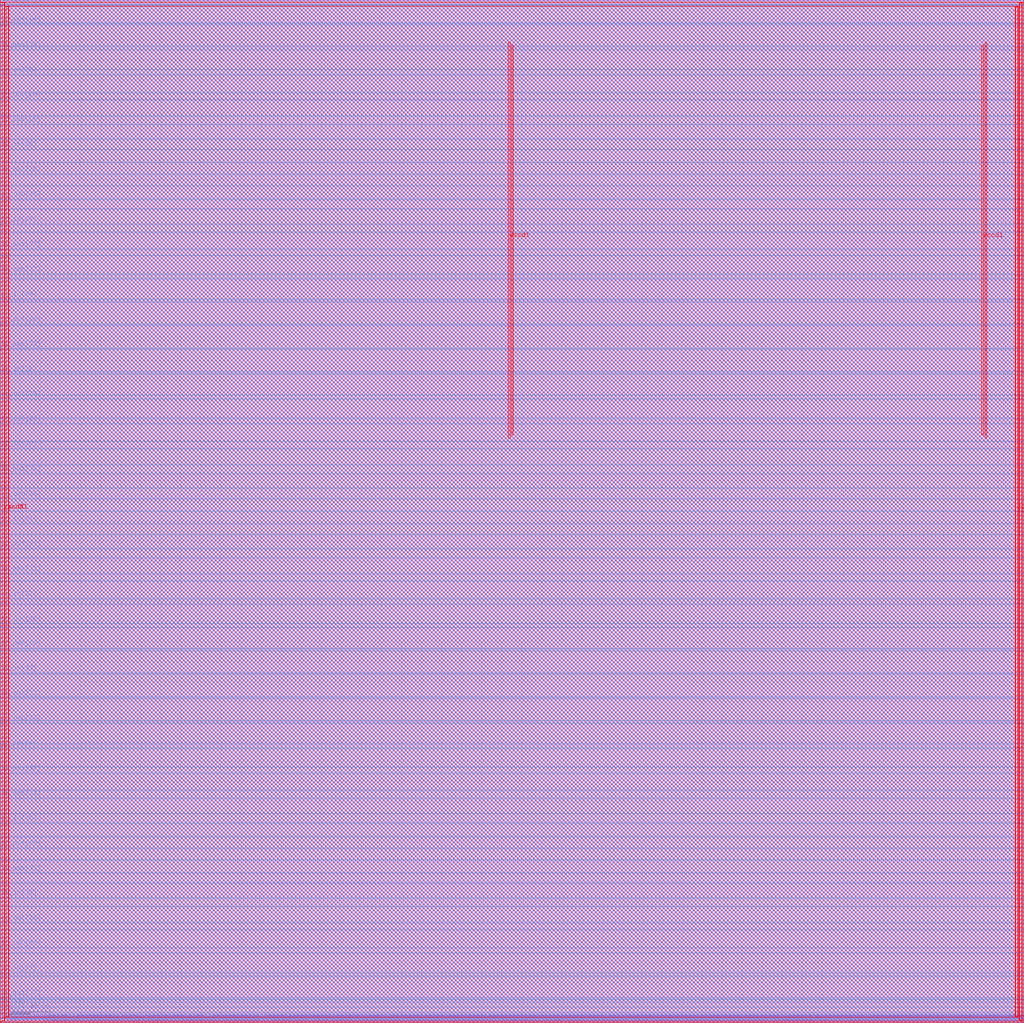
<source format=lef>
##
## LEF for PtnCells ;
## created by Innovus v20.10-p004_1 on Wed Jun  1 00:06:01 2022
##

VERSION 5.8 ;

BUSBITCHARS "[]" ;
DIVIDERCHAR "/" ;

MACRO user_proj_example
  CLASS BLOCK ;
  SIZE 1020.280000 BY 1019.660000 ;
  FOREIGN user_proj_example 0.000000 0.000000 ;
  ORIGIN 0 0 ;
  SYMMETRY X Y R90 ;
  PIN wb_clk_i
    DIRECTION INPUT ;
    USE SIGNAL ;
    ANTENNAMODEL OXIDE1 ;
    ANTENNAGATEAREA 0.852 LAYER met2  ;
    ANTENNAPARTIALMETALAREA 0.8708 LAYER met2  ;
    ANTENNAPARTIALMETALSIDEAREA 4.193 LAYER met2  ;
    ANTENNAPARTIALCUTAREA 0.04 LAYER via2  ;
    ANTENNAPARTIALMETALAREA 144.448 LAYER met3  ;
    ANTENNAPARTIALMETALSIDEAREA 771.328 LAYER met3  ;
    ANTENNAGATEAREA 0.852 LAYER met3  ;
    ANTENNAMAXAREACAR 170.052 LAYER met3  ;
    ANTENNAMAXSIDEAREACAR 906.867 LAYER met3  ;
    ANTENNAMAXCUTCAR 0.107277 LAYER via3  ;
    PORT
      LAYER met2 ;
        RECT 2.015000 0.000000 2.155000 0.490000 ;
    END
  END wb_clk_i
  PIN wb_rst_i
    DIRECTION INPUT ;
    USE SIGNAL ;
    ANTENNAPARTIALMETALAREA 1.7084 LAYER met2  ;
    ANTENNAPARTIALMETALSIDEAREA 8.316 LAYER met2  ;
    ANTENNAMODEL OXIDE1 ;
    ANTENNAGATEAREA 0.2475 LAYER met2  ;
    ANTENNAMAXAREACAR 65.5966 LAYER met2  ;
    ANTENNAMAXSIDEAREACAR 323.949 LAYER met2  ;
    ANTENNAMAXCUTCAR 0.207677 LAYER via2  ;
    PORT
      LAYER met2 ;
        RECT 0.620000 0.000000 0.760000 0.490000 ;
    END
  END wb_rst_i
  PIN wbs_stb_i
    DIRECTION INPUT ;
    USE SIGNAL ;
    PORT
      LAYER met2 ;
        RECT 216.875000 0.000000 217.015000 0.490000 ;
    END
  END wbs_stb_i
  PIN wbs_cyc_i
    DIRECTION INPUT ;
    USE SIGNAL ;
    PORT
      LAYER met2 ;
        RECT 72.940000 0.000000 73.080000 0.490000 ;
    END
  END wbs_cyc_i
  PIN wbs_we_i
    DIRECTION INPUT ;
    USE SIGNAL ;
    PORT
      LAYER met2 ;
        RECT 218.960000 0.000000 219.100000 0.490000 ;
    END
  END wbs_we_i
  PIN wbs_sel_i[3]
    DIRECTION INPUT ;
    USE SIGNAL ;
    PORT
      LAYER met2 ;
        RECT 214.790000 0.000000 214.930000 0.490000 ;
    END
  END wbs_sel_i[3]
  PIN wbs_sel_i[2]
    DIRECTION INPUT ;
    USE SIGNAL ;
    PORT
      LAYER met2 ;
        RECT 212.700000 0.000000 212.840000 0.490000 ;
    END
  END wbs_sel_i[2]
  PIN wbs_sel_i[1]
    DIRECTION INPUT ;
    USE SIGNAL ;
    PORT
      LAYER met2 ;
        RECT 210.615000 0.000000 210.755000 0.490000 ;
    END
  END wbs_sel_i[1]
  PIN wbs_sel_i[0]
    DIRECTION INPUT ;
    USE SIGNAL ;
    PORT
      LAYER met2 ;
        RECT 208.530000 0.000000 208.670000 0.490000 ;
    END
  END wbs_sel_i[0]
  PIN wbs_dat_i[31]
    DIRECTION INPUT ;
    USE SIGNAL ;
    PORT
      LAYER met2 ;
        RECT 139.690000 0.000000 139.830000 0.490000 ;
    END
  END wbs_dat_i[31]
  PIN wbs_dat_i[30]
    DIRECTION INPUT ;
    USE SIGNAL ;
    PORT
      LAYER met2 ;
        RECT 137.605000 0.000000 137.745000 0.490000 ;
    END
  END wbs_dat_i[30]
  PIN wbs_dat_i[29]
    DIRECTION INPUT ;
    USE SIGNAL ;
    PORT
      LAYER met2 ;
        RECT 135.520000 0.000000 135.660000 0.490000 ;
    END
  END wbs_dat_i[29]
  PIN wbs_dat_i[28]
    DIRECTION INPUT ;
    USE SIGNAL ;
    PORT
      LAYER met2 ;
        RECT 133.435000 0.000000 133.575000 0.490000 ;
    END
  END wbs_dat_i[28]
  PIN wbs_dat_i[27]
    DIRECTION INPUT ;
    USE SIGNAL ;
    PORT
      LAYER met2 ;
        RECT 131.350000 0.000000 131.490000 0.490000 ;
    END
  END wbs_dat_i[27]
  PIN wbs_dat_i[26]
    DIRECTION INPUT ;
    USE SIGNAL ;
    PORT
      LAYER met2 ;
        RECT 129.260000 0.000000 129.400000 0.490000 ;
    END
  END wbs_dat_i[26]
  PIN wbs_dat_i[25]
    DIRECTION INPUT ;
    USE SIGNAL ;
    PORT
      LAYER met2 ;
        RECT 127.175000 0.000000 127.315000 0.490000 ;
    END
  END wbs_dat_i[25]
  PIN wbs_dat_i[24]
    DIRECTION INPUT ;
    USE SIGNAL ;
    PORT
      LAYER met2 ;
        RECT 125.090000 0.000000 125.230000 0.490000 ;
    END
  END wbs_dat_i[24]
  PIN wbs_dat_i[23]
    DIRECTION INPUT ;
    USE SIGNAL ;
    PORT
      LAYER met2 ;
        RECT 123.005000 0.000000 123.145000 0.490000 ;
    END
  END wbs_dat_i[23]
  PIN wbs_dat_i[22]
    DIRECTION INPUT ;
    USE SIGNAL ;
    PORT
      LAYER met2 ;
        RECT 120.920000 0.000000 121.060000 0.490000 ;
    END
  END wbs_dat_i[22]
  PIN wbs_dat_i[21]
    DIRECTION INPUT ;
    USE SIGNAL ;
    PORT
      LAYER met2 ;
        RECT 118.830000 0.000000 118.970000 0.490000 ;
    END
  END wbs_dat_i[21]
  PIN wbs_dat_i[20]
    DIRECTION INPUT ;
    USE SIGNAL ;
    PORT
      LAYER met2 ;
        RECT 116.745000 0.000000 116.885000 0.490000 ;
    END
  END wbs_dat_i[20]
  PIN wbs_dat_i[19]
    DIRECTION INPUT ;
    USE SIGNAL ;
    PORT
      LAYER met2 ;
        RECT 114.660000 0.000000 114.800000 0.490000 ;
    END
  END wbs_dat_i[19]
  PIN wbs_dat_i[18]
    DIRECTION INPUT ;
    USE SIGNAL ;
    PORT
      LAYER met2 ;
        RECT 112.575000 0.000000 112.715000 0.490000 ;
    END
  END wbs_dat_i[18]
  PIN wbs_dat_i[17]
    DIRECTION INPUT ;
    USE SIGNAL ;
    PORT
      LAYER met2 ;
        RECT 110.490000 0.000000 110.630000 0.490000 ;
    END
  END wbs_dat_i[17]
  PIN wbs_dat_i[16]
    DIRECTION INPUT ;
    USE SIGNAL ;
    PORT
      LAYER met2 ;
        RECT 108.400000 0.000000 108.540000 0.490000 ;
    END
  END wbs_dat_i[16]
  PIN wbs_dat_i[15]
    DIRECTION INPUT ;
    USE SIGNAL ;
    PORT
      LAYER met2 ;
        RECT 106.315000 0.000000 106.455000 0.490000 ;
    END
  END wbs_dat_i[15]
  PIN wbs_dat_i[14]
    DIRECTION INPUT ;
    USE SIGNAL ;
    PORT
      LAYER met2 ;
        RECT 104.230000 0.000000 104.370000 0.490000 ;
    END
  END wbs_dat_i[14]
  PIN wbs_dat_i[13]
    DIRECTION INPUT ;
    USE SIGNAL ;
    PORT
      LAYER met2 ;
        RECT 102.145000 0.000000 102.285000 0.490000 ;
    END
  END wbs_dat_i[13]
  PIN wbs_dat_i[12]
    DIRECTION INPUT ;
    USE SIGNAL ;
    PORT
      LAYER met2 ;
        RECT 100.060000 0.000000 100.200000 0.490000 ;
    END
  END wbs_dat_i[12]
  PIN wbs_dat_i[11]
    DIRECTION INPUT ;
    USE SIGNAL ;
    PORT
      LAYER met2 ;
        RECT 97.970000 0.000000 98.110000 0.490000 ;
    END
  END wbs_dat_i[11]
  PIN wbs_dat_i[10]
    DIRECTION INPUT ;
    USE SIGNAL ;
    PORT
      LAYER met2 ;
        RECT 95.885000 0.000000 96.025000 0.490000 ;
    END
  END wbs_dat_i[10]
  PIN wbs_dat_i[9]
    DIRECTION INPUT ;
    USE SIGNAL ;
    PORT
      LAYER met2 ;
        RECT 93.800000 0.000000 93.940000 0.490000 ;
    END
  END wbs_dat_i[9]
  PIN wbs_dat_i[8]
    DIRECTION INPUT ;
    USE SIGNAL ;
    PORT
      LAYER met2 ;
        RECT 91.715000 0.000000 91.855000 0.490000 ;
    END
  END wbs_dat_i[8]
  PIN wbs_dat_i[7]
    DIRECTION INPUT ;
    USE SIGNAL ;
    PORT
      LAYER met2 ;
        RECT 89.630000 0.000000 89.770000 0.490000 ;
    END
  END wbs_dat_i[7]
  PIN wbs_dat_i[6]
    DIRECTION INPUT ;
    USE SIGNAL ;
    PORT
      LAYER met2 ;
        RECT 87.540000 0.000000 87.680000 0.490000 ;
    END
  END wbs_dat_i[6]
  PIN wbs_dat_i[5]
    DIRECTION INPUT ;
    USE SIGNAL ;
    PORT
      LAYER met2 ;
        RECT 85.455000 0.000000 85.595000 0.490000 ;
    END
  END wbs_dat_i[5]
  PIN wbs_dat_i[4]
    DIRECTION INPUT ;
    USE SIGNAL ;
    PORT
      LAYER met2 ;
        RECT 83.370000 0.000000 83.510000 0.490000 ;
    END
  END wbs_dat_i[4]
  PIN wbs_dat_i[3]
    DIRECTION INPUT ;
    USE SIGNAL ;
    PORT
      LAYER met2 ;
        RECT 81.285000 0.000000 81.425000 0.490000 ;
    END
  END wbs_dat_i[3]
  PIN wbs_dat_i[2]
    DIRECTION INPUT ;
    USE SIGNAL ;
    PORT
      LAYER met2 ;
        RECT 79.200000 0.000000 79.340000 0.490000 ;
    END
  END wbs_dat_i[2]
  PIN wbs_dat_i[1]
    DIRECTION INPUT ;
    USE SIGNAL ;
    PORT
      LAYER met2 ;
        RECT 77.110000 0.000000 77.250000 0.490000 ;
    END
  END wbs_dat_i[1]
  PIN wbs_dat_i[0]
    DIRECTION INPUT ;
    USE SIGNAL ;
    PORT
      LAYER met2 ;
        RECT 75.025000 0.000000 75.165000 0.490000 ;
    END
  END wbs_dat_i[0]
  PIN wbs_adr_i[31]
    DIRECTION INPUT ;
    USE SIGNAL ;
    PORT
      LAYER met2 ;
        RECT 70.855000 0.000000 70.995000 0.490000 ;
    END
  END wbs_adr_i[31]
  PIN wbs_adr_i[30]
    DIRECTION INPUT ;
    USE SIGNAL ;
    PORT
      LAYER met2 ;
        RECT 68.770000 0.000000 68.910000 0.490000 ;
    END
  END wbs_adr_i[30]
  PIN wbs_adr_i[29]
    DIRECTION INPUT ;
    USE SIGNAL ;
    PORT
      LAYER met2 ;
        RECT 66.680000 0.000000 66.820000 0.490000 ;
    END
  END wbs_adr_i[29]
  PIN wbs_adr_i[28]
    DIRECTION INPUT ;
    USE SIGNAL ;
    PORT
      LAYER met2 ;
        RECT 64.595000 0.000000 64.735000 0.490000 ;
    END
  END wbs_adr_i[28]
  PIN wbs_adr_i[27]
    DIRECTION INPUT ;
    USE SIGNAL ;
    PORT
      LAYER met2 ;
        RECT 62.510000 0.000000 62.650000 0.490000 ;
    END
  END wbs_adr_i[27]
  PIN wbs_adr_i[26]
    DIRECTION INPUT ;
    USE SIGNAL ;
    PORT
      LAYER met2 ;
        RECT 60.425000 0.000000 60.565000 0.490000 ;
    END
  END wbs_adr_i[26]
  PIN wbs_adr_i[25]
    DIRECTION INPUT ;
    USE SIGNAL ;
    PORT
      LAYER met2 ;
        RECT 58.340000 0.000000 58.480000 0.490000 ;
    END
  END wbs_adr_i[25]
  PIN wbs_adr_i[24]
    DIRECTION INPUT ;
    USE SIGNAL ;
    PORT
      LAYER met2 ;
        RECT 56.250000 0.000000 56.390000 0.490000 ;
    END
  END wbs_adr_i[24]
  PIN wbs_adr_i[23]
    DIRECTION INPUT ;
    USE SIGNAL ;
    PORT
      LAYER met2 ;
        RECT 54.165000 0.000000 54.305000 0.490000 ;
    END
  END wbs_adr_i[23]
  PIN wbs_adr_i[22]
    DIRECTION INPUT ;
    USE SIGNAL ;
    PORT
      LAYER met2 ;
        RECT 52.080000 0.000000 52.220000 0.490000 ;
    END
  END wbs_adr_i[22]
  PIN wbs_adr_i[21]
    DIRECTION INPUT ;
    USE SIGNAL ;
    PORT
      LAYER met2 ;
        RECT 49.995000 0.000000 50.135000 0.490000 ;
    END
  END wbs_adr_i[21]
  PIN wbs_adr_i[20]
    DIRECTION INPUT ;
    USE SIGNAL ;
    PORT
      LAYER met2 ;
        RECT 47.910000 0.000000 48.050000 0.490000 ;
    END
  END wbs_adr_i[20]
  PIN wbs_adr_i[19]
    DIRECTION INPUT ;
    USE SIGNAL ;
    PORT
      LAYER met2 ;
        RECT 45.820000 0.000000 45.960000 0.490000 ;
    END
  END wbs_adr_i[19]
  PIN wbs_adr_i[18]
    DIRECTION INPUT ;
    USE SIGNAL ;
    PORT
      LAYER met2 ;
        RECT 43.735000 0.000000 43.875000 0.490000 ;
    END
  END wbs_adr_i[18]
  PIN wbs_adr_i[17]
    DIRECTION INPUT ;
    USE SIGNAL ;
    PORT
      LAYER met2 ;
        RECT 41.650000 0.000000 41.790000 0.490000 ;
    END
  END wbs_adr_i[17]
  PIN wbs_adr_i[16]
    DIRECTION INPUT ;
    USE SIGNAL ;
    PORT
      LAYER met2 ;
        RECT 39.565000 0.000000 39.705000 0.490000 ;
    END
  END wbs_adr_i[16]
  PIN wbs_adr_i[15]
    DIRECTION INPUT ;
    USE SIGNAL ;
    PORT
      LAYER met2 ;
        RECT 37.480000 0.000000 37.620000 0.490000 ;
    END
  END wbs_adr_i[15]
  PIN wbs_adr_i[14]
    DIRECTION INPUT ;
    USE SIGNAL ;
    PORT
      LAYER met2 ;
        RECT 35.390000 0.000000 35.530000 0.490000 ;
    END
  END wbs_adr_i[14]
  PIN wbs_adr_i[13]
    DIRECTION INPUT ;
    USE SIGNAL ;
    PORT
      LAYER met2 ;
        RECT 33.305000 0.000000 33.445000 0.490000 ;
    END
  END wbs_adr_i[13]
  PIN wbs_adr_i[12]
    DIRECTION INPUT ;
    USE SIGNAL ;
    PORT
      LAYER met2 ;
        RECT 31.220000 0.000000 31.360000 0.490000 ;
    END
  END wbs_adr_i[12]
  PIN wbs_adr_i[11]
    DIRECTION INPUT ;
    USE SIGNAL ;
    PORT
      LAYER met2 ;
        RECT 29.135000 0.000000 29.275000 0.490000 ;
    END
  END wbs_adr_i[11]
  PIN wbs_adr_i[10]
    DIRECTION INPUT ;
    USE SIGNAL ;
    PORT
      LAYER met2 ;
        RECT 27.050000 0.000000 27.190000 0.490000 ;
    END
  END wbs_adr_i[10]
  PIN wbs_adr_i[9]
    DIRECTION INPUT ;
    USE SIGNAL ;
    PORT
      LAYER met2 ;
        RECT 24.960000 0.000000 25.100000 0.490000 ;
    END
  END wbs_adr_i[9]
  PIN wbs_adr_i[8]
    DIRECTION INPUT ;
    USE SIGNAL ;
    PORT
      LAYER met2 ;
        RECT 22.875000 0.000000 23.015000 0.490000 ;
    END
  END wbs_adr_i[8]
  PIN wbs_adr_i[7]
    DIRECTION INPUT ;
    USE SIGNAL ;
    PORT
      LAYER met2 ;
        RECT 20.790000 0.000000 20.930000 0.490000 ;
    END
  END wbs_adr_i[7]
  PIN wbs_adr_i[6]
    DIRECTION INPUT ;
    USE SIGNAL ;
    PORT
      LAYER met2 ;
        RECT 18.705000 0.000000 18.845000 0.490000 ;
    END
  END wbs_adr_i[6]
  PIN wbs_adr_i[5]
    DIRECTION INPUT ;
    USE SIGNAL ;
    PORT
      LAYER met2 ;
        RECT 16.620000 0.000000 16.760000 0.490000 ;
    END
  END wbs_adr_i[5]
  PIN wbs_adr_i[4]
    DIRECTION INPUT ;
    USE SIGNAL ;
    PORT
      LAYER met2 ;
        RECT 14.530000 0.000000 14.670000 0.490000 ;
    END
  END wbs_adr_i[4]
  PIN wbs_adr_i[3]
    DIRECTION INPUT ;
    USE SIGNAL ;
    PORT
      LAYER met2 ;
        RECT 12.445000 0.000000 12.585000 0.490000 ;
    END
  END wbs_adr_i[3]
  PIN wbs_adr_i[2]
    DIRECTION INPUT ;
    USE SIGNAL ;
    PORT
      LAYER met2 ;
        RECT 10.360000 0.000000 10.500000 0.490000 ;
    END
  END wbs_adr_i[2]
  PIN wbs_adr_i[1]
    DIRECTION INPUT ;
    USE SIGNAL ;
    PORT
      LAYER met2 ;
        RECT 8.275000 0.000000 8.415000 0.490000 ;
    END
  END wbs_adr_i[1]
  PIN wbs_adr_i[0]
    DIRECTION INPUT ;
    USE SIGNAL ;
    PORT
      LAYER met2 ;
        RECT 6.190000 0.000000 6.330000 0.490000 ;
    END
  END wbs_adr_i[0]
  PIN wbs_ack_o
    DIRECTION OUTPUT ;
    USE SIGNAL ;
    ANTENNAPARTIALMETALAREA 125.992 LAYER met2  ;
    ANTENNAPARTIALMETALSIDEAREA 629.146 LAYER met2  ;
    ANTENNAPARTIALCUTAREA 0.08 LAYER via2  ;
    ANTENNAPARTIALMETALAREA 195.819 LAYER met3  ;
    ANTENNAPARTIALMETALSIDEAREA 1059.53 LAYER met3  ;
    ANTENNAPARTIALCUTAREA 0.08 LAYER via3  ;
    ANTENNAPARTIALMETALAREA 4.6134 LAYER met4  ;
    ANTENNAPARTIALMETALSIDEAREA 26.016 LAYER met4  ;
    ANTENNAMODEL OXIDE1 ;
    ANTENNAGATEAREA 0.2475 LAYER met4  ;
    ANTENNAMAXAREACAR 18.64 LAYER met4  ;
    ANTENNAMAXSIDEAREACAR 105.115 LAYER met4  ;
    PORT
      LAYER met2 ;
        RECT 4.100000 0.000000 4.240000 0.490000 ;
    END
  END wbs_ack_o
  PIN wbs_dat_o[31]
    DIRECTION OUTPUT ;
    USE SIGNAL ;
    ANTENNAPARTIALMETALAREA 126.002 LAYER met2  ;
    ANTENNAPARTIALMETALSIDEAREA 629.247 LAYER met2  ;
    ANTENNAPARTIALCUTAREA 0.08 LAYER via2  ;
    ANTENNAPARTIALMETALAREA 195.819 LAYER met3  ;
    ANTENNAPARTIALMETALSIDEAREA 1059.53 LAYER met3  ;
    ANTENNAPARTIALCUTAREA 0.08 LAYER via3  ;
    ANTENNAPARTIALMETALAREA 4.6134 LAYER met4  ;
    ANTENNAPARTIALMETALSIDEAREA 26.016 LAYER met4  ;
    ANTENNAMODEL OXIDE1 ;
    ANTENNAGATEAREA 0.2475 LAYER met4  ;
    ANTENNAMAXAREACAR 18.64 LAYER met4  ;
    ANTENNAMAXSIDEAREACAR 105.115 LAYER met4  ;
    PORT
      LAYER met2 ;
        RECT 206.445000 0.000000 206.585000 0.490000 ;
    END
  END wbs_dat_o[31]
  PIN wbs_dat_o[30]
    DIRECTION OUTPUT ;
    USE SIGNAL ;
    ANTENNAPARTIALMETALAREA 126.002 LAYER met2  ;
    ANTENNAPARTIALMETALSIDEAREA 629.247 LAYER met2  ;
    ANTENNAPARTIALCUTAREA 0.08 LAYER via2  ;
    ANTENNAPARTIALMETALAREA 195.819 LAYER met3  ;
    ANTENNAPARTIALMETALSIDEAREA 1059.53 LAYER met3  ;
    ANTENNAPARTIALCUTAREA 0.08 LAYER via3  ;
    ANTENNAPARTIALMETALAREA 4.6134 LAYER met4  ;
    ANTENNAPARTIALMETALSIDEAREA 26.016 LAYER met4  ;
    ANTENNAMODEL OXIDE1 ;
    ANTENNAGATEAREA 0.2475 LAYER met4  ;
    ANTENNAMAXAREACAR 18.64 LAYER met4  ;
    ANTENNAMAXSIDEAREACAR 105.115 LAYER met4  ;
    PORT
      LAYER met2 ;
        RECT 204.360000 0.000000 204.500000 0.490000 ;
    END
  END wbs_dat_o[30]
  PIN wbs_dat_o[29]
    DIRECTION OUTPUT ;
    USE SIGNAL ;
    ANTENNAPARTIALMETALAREA 126.002 LAYER met2  ;
    ANTENNAPARTIALMETALSIDEAREA 629.247 LAYER met2  ;
    ANTENNAPARTIALCUTAREA 0.08 LAYER via2  ;
    ANTENNAPARTIALMETALAREA 195.819 LAYER met3  ;
    ANTENNAPARTIALMETALSIDEAREA 1059.53 LAYER met3  ;
    ANTENNAPARTIALCUTAREA 0.08 LAYER via3  ;
    ANTENNAPARTIALMETALAREA 4.6134 LAYER met4  ;
    ANTENNAPARTIALMETALSIDEAREA 26.016 LAYER met4  ;
    ANTENNAMODEL OXIDE1 ;
    ANTENNAGATEAREA 0.2475 LAYER met4  ;
    ANTENNAMAXAREACAR 18.64 LAYER met4  ;
    ANTENNAMAXSIDEAREACAR 105.115 LAYER met4  ;
    PORT
      LAYER met2 ;
        RECT 202.270000 0.000000 202.410000 0.490000 ;
    END
  END wbs_dat_o[29]
  PIN wbs_dat_o[28]
    DIRECTION OUTPUT ;
    USE SIGNAL ;
    ANTENNAPARTIALMETALAREA 126.002 LAYER met2  ;
    ANTENNAPARTIALMETALSIDEAREA 629.247 LAYER met2  ;
    ANTENNAPARTIALCUTAREA 0.08 LAYER via2  ;
    ANTENNAPARTIALMETALAREA 195.819 LAYER met3  ;
    ANTENNAPARTIALMETALSIDEAREA 1059.53 LAYER met3  ;
    ANTENNAPARTIALCUTAREA 0.08 LAYER via3  ;
    ANTENNAPARTIALMETALAREA 4.6134 LAYER met4  ;
    ANTENNAPARTIALMETALSIDEAREA 26.016 LAYER met4  ;
    ANTENNAMODEL OXIDE1 ;
    ANTENNAGATEAREA 0.2475 LAYER met4  ;
    ANTENNAMAXAREACAR 18.64 LAYER met4  ;
    ANTENNAMAXSIDEAREACAR 105.115 LAYER met4  ;
    PORT
      LAYER met2 ;
        RECT 200.185000 0.000000 200.325000 0.490000 ;
    END
  END wbs_dat_o[28]
  PIN wbs_dat_o[27]
    DIRECTION OUTPUT ;
    USE SIGNAL ;
    ANTENNAPARTIALMETALAREA 126.002 LAYER met2  ;
    ANTENNAPARTIALMETALSIDEAREA 629.247 LAYER met2  ;
    ANTENNAPARTIALCUTAREA 0.08 LAYER via2  ;
    ANTENNAPARTIALMETALAREA 195.819 LAYER met3  ;
    ANTENNAPARTIALMETALSIDEAREA 1059.53 LAYER met3  ;
    ANTENNAPARTIALCUTAREA 0.08 LAYER via3  ;
    ANTENNAPARTIALMETALAREA 4.6134 LAYER met4  ;
    ANTENNAPARTIALMETALSIDEAREA 26.016 LAYER met4  ;
    ANTENNAMODEL OXIDE1 ;
    ANTENNAGATEAREA 0.2475 LAYER met4  ;
    ANTENNAMAXAREACAR 18.64 LAYER met4  ;
    ANTENNAMAXSIDEAREACAR 105.115 LAYER met4  ;
    PORT
      LAYER met2 ;
        RECT 198.100000 0.000000 198.240000 0.490000 ;
    END
  END wbs_dat_o[27]
  PIN wbs_dat_o[26]
    DIRECTION OUTPUT ;
    USE SIGNAL ;
    ANTENNAPARTIALMETALAREA 126.002 LAYER met2  ;
    ANTENNAPARTIALMETALSIDEAREA 629.247 LAYER met2  ;
    ANTENNAPARTIALCUTAREA 0.08 LAYER via2  ;
    ANTENNAPARTIALMETALAREA 195.819 LAYER met3  ;
    ANTENNAPARTIALMETALSIDEAREA 1059.53 LAYER met3  ;
    ANTENNAPARTIALCUTAREA 0.08 LAYER via3  ;
    ANTENNAPARTIALMETALAREA 4.6134 LAYER met4  ;
    ANTENNAPARTIALMETALSIDEAREA 26.016 LAYER met4  ;
    ANTENNAMODEL OXIDE1 ;
    ANTENNAGATEAREA 0.2475 LAYER met4  ;
    ANTENNAMAXAREACAR 18.64 LAYER met4  ;
    ANTENNAMAXSIDEAREACAR 105.115 LAYER met4  ;
    PORT
      LAYER met2 ;
        RECT 196.015000 0.000000 196.155000 0.490000 ;
    END
  END wbs_dat_o[26]
  PIN wbs_dat_o[25]
    DIRECTION OUTPUT ;
    USE SIGNAL ;
    ANTENNAPARTIALMETALAREA 126.002 LAYER met2  ;
    ANTENNAPARTIALMETALSIDEAREA 629.247 LAYER met2  ;
    ANTENNAPARTIALCUTAREA 0.08 LAYER via2  ;
    ANTENNAPARTIALMETALAREA 195.819 LAYER met3  ;
    ANTENNAPARTIALMETALSIDEAREA 1059.53 LAYER met3  ;
    ANTENNAPARTIALCUTAREA 0.08 LAYER via3  ;
    ANTENNAPARTIALMETALAREA 4.6134 LAYER met4  ;
    ANTENNAPARTIALMETALSIDEAREA 26.016 LAYER met4  ;
    ANTENNAMODEL OXIDE1 ;
    ANTENNAGATEAREA 0.2475 LAYER met4  ;
    ANTENNAMAXAREACAR 18.64 LAYER met4  ;
    ANTENNAMAXSIDEAREACAR 105.115 LAYER met4  ;
    PORT
      LAYER met2 ;
        RECT 193.930000 0.000000 194.070000 0.490000 ;
    END
  END wbs_dat_o[25]
  PIN wbs_dat_o[24]
    DIRECTION OUTPUT ;
    USE SIGNAL ;
    ANTENNAPARTIALMETALAREA 126.002 LAYER met2  ;
    ANTENNAPARTIALMETALSIDEAREA 629.247 LAYER met2  ;
    ANTENNAPARTIALCUTAREA 0.08 LAYER via2  ;
    ANTENNAPARTIALMETALAREA 195.819 LAYER met3  ;
    ANTENNAPARTIALMETALSIDEAREA 1059.53 LAYER met3  ;
    ANTENNAPARTIALCUTAREA 0.08 LAYER via3  ;
    ANTENNAPARTIALMETALAREA 4.6134 LAYER met4  ;
    ANTENNAPARTIALMETALSIDEAREA 26.016 LAYER met4  ;
    ANTENNAMODEL OXIDE1 ;
    ANTENNAGATEAREA 0.2475 LAYER met4  ;
    ANTENNAMAXAREACAR 18.64 LAYER met4  ;
    ANTENNAMAXSIDEAREACAR 105.115 LAYER met4  ;
    PORT
      LAYER met2 ;
        RECT 191.840000 0.000000 191.980000 0.490000 ;
    END
  END wbs_dat_o[24]
  PIN wbs_dat_o[23]
    DIRECTION OUTPUT ;
    USE SIGNAL ;
    ANTENNAPARTIALMETALAREA 126.002 LAYER met2  ;
    ANTENNAPARTIALMETALSIDEAREA 629.195 LAYER met2  ;
    ANTENNAPARTIALCUTAREA 0.08 LAYER via2  ;
    ANTENNAPARTIALMETALAREA 195.819 LAYER met3  ;
    ANTENNAPARTIALMETALSIDEAREA 1059.53 LAYER met3  ;
    ANTENNAPARTIALCUTAREA 0.08 LAYER via3  ;
    ANTENNAPARTIALMETALAREA 4.6134 LAYER met4  ;
    ANTENNAPARTIALMETALSIDEAREA 26.016 LAYER met4  ;
    ANTENNAMODEL OXIDE1 ;
    ANTENNAGATEAREA 0.2475 LAYER met4  ;
    ANTENNAMAXAREACAR 18.64 LAYER met4  ;
    ANTENNAMAXSIDEAREACAR 105.115 LAYER met4  ;
    PORT
      LAYER met2 ;
        RECT 189.755000 0.000000 189.895000 0.490000 ;
    END
  END wbs_dat_o[23]
  PIN wbs_dat_o[22]
    DIRECTION OUTPUT ;
    USE SIGNAL ;
    ANTENNAPARTIALMETALAREA 126.002 LAYER met2  ;
    ANTENNAPARTIALMETALSIDEAREA 629.195 LAYER met2  ;
    ANTENNAPARTIALCUTAREA 0.08 LAYER via2  ;
    ANTENNAPARTIALMETALAREA 195.819 LAYER met3  ;
    ANTENNAPARTIALMETALSIDEAREA 1059.53 LAYER met3  ;
    ANTENNAPARTIALCUTAREA 0.08 LAYER via3  ;
    ANTENNAPARTIALMETALAREA 4.6134 LAYER met4  ;
    ANTENNAPARTIALMETALSIDEAREA 26.016 LAYER met4  ;
    ANTENNAMODEL OXIDE1 ;
    ANTENNAGATEAREA 0.2475 LAYER met4  ;
    ANTENNAMAXAREACAR 18.64 LAYER met4  ;
    ANTENNAMAXSIDEAREACAR 105.115 LAYER met4  ;
    PORT
      LAYER met2 ;
        RECT 187.670000 0.000000 187.810000 0.490000 ;
    END
  END wbs_dat_o[22]
  PIN wbs_dat_o[21]
    DIRECTION OUTPUT ;
    USE SIGNAL ;
    ANTENNAPARTIALMETALAREA 126.002 LAYER met2  ;
    ANTENNAPARTIALMETALSIDEAREA 629.195 LAYER met2  ;
    ANTENNAPARTIALCUTAREA 0.08 LAYER via2  ;
    ANTENNAPARTIALMETALAREA 195.819 LAYER met3  ;
    ANTENNAPARTIALMETALSIDEAREA 1059.53 LAYER met3  ;
    ANTENNAPARTIALCUTAREA 0.08 LAYER via3  ;
    ANTENNAPARTIALMETALAREA 4.6134 LAYER met4  ;
    ANTENNAPARTIALMETALSIDEAREA 26.016 LAYER met4  ;
    ANTENNAMODEL OXIDE1 ;
    ANTENNAGATEAREA 0.2475 LAYER met4  ;
    ANTENNAMAXAREACAR 18.64 LAYER met4  ;
    ANTENNAMAXSIDEAREACAR 105.115 LAYER met4  ;
    PORT
      LAYER met2 ;
        RECT 185.585000 0.000000 185.725000 0.490000 ;
    END
  END wbs_dat_o[21]
  PIN wbs_dat_o[20]
    DIRECTION OUTPUT ;
    USE SIGNAL ;
    ANTENNAPARTIALMETALAREA 126.002 LAYER met2  ;
    ANTENNAPARTIALMETALSIDEAREA 629.195 LAYER met2  ;
    ANTENNAPARTIALCUTAREA 0.08 LAYER via2  ;
    ANTENNAPARTIALMETALAREA 195.819 LAYER met3  ;
    ANTENNAPARTIALMETALSIDEAREA 1059.53 LAYER met3  ;
    ANTENNAPARTIALCUTAREA 0.08 LAYER via3  ;
    ANTENNAPARTIALMETALAREA 4.6134 LAYER met4  ;
    ANTENNAPARTIALMETALSIDEAREA 26.016 LAYER met4  ;
    ANTENNAMODEL OXIDE1 ;
    ANTENNAGATEAREA 0.2475 LAYER met4  ;
    ANTENNAMAXAREACAR 18.64 LAYER met4  ;
    ANTENNAMAXSIDEAREACAR 105.115 LAYER met4  ;
    PORT
      LAYER met2 ;
        RECT 183.500000 0.000000 183.640000 0.490000 ;
    END
  END wbs_dat_o[20]
  PIN wbs_dat_o[19]
    DIRECTION OUTPUT ;
    USE SIGNAL ;
    ANTENNAPARTIALMETALAREA 126.002 LAYER met2  ;
    ANTENNAPARTIALMETALSIDEAREA 629.195 LAYER met2  ;
    ANTENNAPARTIALCUTAREA 0.08 LAYER via2  ;
    ANTENNAPARTIALMETALAREA 195.819 LAYER met3  ;
    ANTENNAPARTIALMETALSIDEAREA 1059.53 LAYER met3  ;
    ANTENNAPARTIALCUTAREA 0.08 LAYER via3  ;
    ANTENNAPARTIALMETALAREA 4.6134 LAYER met4  ;
    ANTENNAPARTIALMETALSIDEAREA 26.016 LAYER met4  ;
    ANTENNAMODEL OXIDE1 ;
    ANTENNAGATEAREA 0.2475 LAYER met4  ;
    ANTENNAMAXAREACAR 18.64 LAYER met4  ;
    ANTENNAMAXSIDEAREACAR 105.115 LAYER met4  ;
    PORT
      LAYER met2 ;
        RECT 181.410000 0.000000 181.550000 0.490000 ;
    END
  END wbs_dat_o[19]
  PIN wbs_dat_o[18]
    DIRECTION OUTPUT ;
    USE SIGNAL ;
    ANTENNAPARTIALMETALAREA 126.002 LAYER met2  ;
    ANTENNAPARTIALMETALSIDEAREA 629.247 LAYER met2  ;
    ANTENNAPARTIALCUTAREA 0.08 LAYER via2  ;
    ANTENNAPARTIALMETALAREA 195.819 LAYER met3  ;
    ANTENNAPARTIALMETALSIDEAREA 1059.53 LAYER met3  ;
    ANTENNAPARTIALCUTAREA 0.08 LAYER via3  ;
    ANTENNAPARTIALMETALAREA 4.6134 LAYER met4  ;
    ANTENNAPARTIALMETALSIDEAREA 26.016 LAYER met4  ;
    ANTENNAMODEL OXIDE1 ;
    ANTENNAGATEAREA 0.2475 LAYER met4  ;
    ANTENNAMAXAREACAR 18.64 LAYER met4  ;
    ANTENNAMAXSIDEAREACAR 105.115 LAYER met4  ;
    PORT
      LAYER met2 ;
        RECT 179.325000 0.000000 179.465000 0.490000 ;
    END
  END wbs_dat_o[18]
  PIN wbs_dat_o[17]
    DIRECTION OUTPUT ;
    USE SIGNAL ;
    ANTENNAPARTIALMETALAREA 126.002 LAYER met2  ;
    ANTENNAPARTIALMETALSIDEAREA 629.195 LAYER met2  ;
    ANTENNAPARTIALCUTAREA 0.08 LAYER via2  ;
    ANTENNAPARTIALMETALAREA 195.819 LAYER met3  ;
    ANTENNAPARTIALMETALSIDEAREA 1059.53 LAYER met3  ;
    ANTENNAPARTIALCUTAREA 0.08 LAYER via3  ;
    ANTENNAPARTIALMETALAREA 4.6134 LAYER met4  ;
    ANTENNAPARTIALMETALSIDEAREA 26.016 LAYER met4  ;
    ANTENNAMODEL OXIDE1 ;
    ANTENNAGATEAREA 0.2475 LAYER met4  ;
    ANTENNAMAXAREACAR 18.64 LAYER met4  ;
    ANTENNAMAXSIDEAREACAR 105.115 LAYER met4  ;
    PORT
      LAYER met2 ;
        RECT 177.240000 0.000000 177.380000 0.490000 ;
    END
  END wbs_dat_o[17]
  PIN wbs_dat_o[16]
    DIRECTION OUTPUT ;
    USE SIGNAL ;
    ANTENNAPARTIALMETALAREA 126.002 LAYER met2  ;
    ANTENNAPARTIALMETALSIDEAREA 629.195 LAYER met2  ;
    ANTENNAPARTIALCUTAREA 0.08 LAYER via2  ;
    ANTENNAPARTIALMETALAREA 195.819 LAYER met3  ;
    ANTENNAPARTIALMETALSIDEAREA 1059.53 LAYER met3  ;
    ANTENNAPARTIALCUTAREA 0.08 LAYER via3  ;
    ANTENNAPARTIALMETALAREA 4.6134 LAYER met4  ;
    ANTENNAPARTIALMETALSIDEAREA 26.016 LAYER met4  ;
    ANTENNAMODEL OXIDE1 ;
    ANTENNAGATEAREA 0.2475 LAYER met4  ;
    ANTENNAMAXAREACAR 18.64 LAYER met4  ;
    ANTENNAMAXSIDEAREACAR 105.115 LAYER met4  ;
    PORT
      LAYER met2 ;
        RECT 175.155000 0.000000 175.295000 0.490000 ;
    END
  END wbs_dat_o[16]
  PIN wbs_dat_o[15]
    DIRECTION OUTPUT ;
    USE SIGNAL ;
    ANTENNAPARTIALMETALAREA 126.002 LAYER met2  ;
    ANTENNAPARTIALMETALSIDEAREA 629.247 LAYER met2  ;
    ANTENNAPARTIALCUTAREA 0.08 LAYER via2  ;
    ANTENNAPARTIALMETALAREA 195.819 LAYER met3  ;
    ANTENNAPARTIALMETALSIDEAREA 1059.53 LAYER met3  ;
    ANTENNAPARTIALCUTAREA 0.08 LAYER via3  ;
    ANTENNAPARTIALMETALAREA 4.6134 LAYER met4  ;
    ANTENNAPARTIALMETALSIDEAREA 26.016 LAYER met4  ;
    ANTENNAMODEL OXIDE1 ;
    ANTENNAGATEAREA 0.2475 LAYER met4  ;
    ANTENNAMAXAREACAR 18.64 LAYER met4  ;
    ANTENNAMAXSIDEAREACAR 105.115 LAYER met4  ;
    PORT
      LAYER met2 ;
        RECT 173.070000 0.000000 173.210000 0.490000 ;
    END
  END wbs_dat_o[15]
  PIN wbs_dat_o[14]
    DIRECTION OUTPUT ;
    USE SIGNAL ;
    ANTENNAPARTIALMETALAREA 126.002 LAYER met2  ;
    ANTENNAPARTIALMETALSIDEAREA 629.247 LAYER met2  ;
    ANTENNAPARTIALCUTAREA 0.08 LAYER via2  ;
    ANTENNAPARTIALMETALAREA 195.819 LAYER met3  ;
    ANTENNAPARTIALMETALSIDEAREA 1059.53 LAYER met3  ;
    ANTENNAPARTIALCUTAREA 0.08 LAYER via3  ;
    ANTENNAPARTIALMETALAREA 4.6134 LAYER met4  ;
    ANTENNAPARTIALMETALSIDEAREA 26.016 LAYER met4  ;
    ANTENNAMODEL OXIDE1 ;
    ANTENNAGATEAREA 0.2475 LAYER met4  ;
    ANTENNAMAXAREACAR 18.64 LAYER met4  ;
    ANTENNAMAXSIDEAREACAR 105.115 LAYER met4  ;
    PORT
      LAYER met2 ;
        RECT 170.980000 0.000000 171.120000 0.490000 ;
    END
  END wbs_dat_o[14]
  PIN wbs_dat_o[13]
    DIRECTION OUTPUT ;
    USE SIGNAL ;
    ANTENNAPARTIALMETALAREA 126.002 LAYER met2  ;
    ANTENNAPARTIALMETALSIDEAREA 629.247 LAYER met2  ;
    ANTENNAPARTIALCUTAREA 0.08 LAYER via2  ;
    ANTENNAPARTIALMETALAREA 195.819 LAYER met3  ;
    ANTENNAPARTIALMETALSIDEAREA 1059.53 LAYER met3  ;
    ANTENNAPARTIALCUTAREA 0.08 LAYER via3  ;
    ANTENNAPARTIALMETALAREA 4.6134 LAYER met4  ;
    ANTENNAPARTIALMETALSIDEAREA 26.016 LAYER met4  ;
    ANTENNAMODEL OXIDE1 ;
    ANTENNAGATEAREA 0.2475 LAYER met4  ;
    ANTENNAMAXAREACAR 18.64 LAYER met4  ;
    ANTENNAMAXSIDEAREACAR 105.115 LAYER met4  ;
    PORT
      LAYER met2 ;
        RECT 168.895000 0.000000 169.035000 0.490000 ;
    END
  END wbs_dat_o[13]
  PIN wbs_dat_o[12]
    DIRECTION OUTPUT ;
    USE SIGNAL ;
    ANTENNAPARTIALMETALAREA 126.002 LAYER met2  ;
    ANTENNAPARTIALMETALSIDEAREA 629.247 LAYER met2  ;
    ANTENNAPARTIALCUTAREA 0.08 LAYER via2  ;
    ANTENNAPARTIALMETALAREA 195.819 LAYER met3  ;
    ANTENNAPARTIALMETALSIDEAREA 1059.53 LAYER met3  ;
    ANTENNAPARTIALCUTAREA 0.08 LAYER via3  ;
    ANTENNAPARTIALMETALAREA 4.6134 LAYER met4  ;
    ANTENNAPARTIALMETALSIDEAREA 26.016 LAYER met4  ;
    ANTENNAMODEL OXIDE1 ;
    ANTENNAGATEAREA 0.2475 LAYER met4  ;
    ANTENNAMAXAREACAR 18.64 LAYER met4  ;
    ANTENNAMAXSIDEAREACAR 105.115 LAYER met4  ;
    PORT
      LAYER met2 ;
        RECT 166.810000 0.000000 166.950000 0.490000 ;
    END
  END wbs_dat_o[12]
  PIN wbs_dat_o[11]
    DIRECTION OUTPUT ;
    USE SIGNAL ;
    ANTENNAPARTIALMETALAREA 126.002 LAYER met2  ;
    ANTENNAPARTIALMETALSIDEAREA 629.247 LAYER met2  ;
    ANTENNAPARTIALCUTAREA 0.08 LAYER via2  ;
    ANTENNAPARTIALMETALAREA 195.819 LAYER met3  ;
    ANTENNAPARTIALMETALSIDEAREA 1059.53 LAYER met3  ;
    ANTENNAPARTIALCUTAREA 0.08 LAYER via3  ;
    ANTENNAPARTIALMETALAREA 4.6134 LAYER met4  ;
    ANTENNAPARTIALMETALSIDEAREA 26.016 LAYER met4  ;
    ANTENNAMODEL OXIDE1 ;
    ANTENNAGATEAREA 0.2475 LAYER met4  ;
    ANTENNAMAXAREACAR 18.64 LAYER met4  ;
    ANTENNAMAXSIDEAREACAR 105.115 LAYER met4  ;
    PORT
      LAYER met2 ;
        RECT 164.725000 0.000000 164.865000 0.490000 ;
    END
  END wbs_dat_o[11]
  PIN wbs_dat_o[10]
    DIRECTION OUTPUT ;
    USE SIGNAL ;
    ANTENNAPARTIALMETALAREA 126.002 LAYER met2  ;
    ANTENNAPARTIALMETALSIDEAREA 629.247 LAYER met2  ;
    ANTENNAPARTIALCUTAREA 0.08 LAYER via2  ;
    ANTENNAPARTIALMETALAREA 195.819 LAYER met3  ;
    ANTENNAPARTIALMETALSIDEAREA 1059.53 LAYER met3  ;
    ANTENNAPARTIALCUTAREA 0.08 LAYER via3  ;
    ANTENNAPARTIALMETALAREA 4.6134 LAYER met4  ;
    ANTENNAPARTIALMETALSIDEAREA 26.016 LAYER met4  ;
    ANTENNAMODEL OXIDE1 ;
    ANTENNAGATEAREA 0.2475 LAYER met4  ;
    ANTENNAMAXAREACAR 18.64 LAYER met4  ;
    ANTENNAMAXSIDEAREACAR 105.115 LAYER met4  ;
    PORT
      LAYER met2 ;
        RECT 162.640000 0.000000 162.780000 0.490000 ;
    END
  END wbs_dat_o[10]
  PIN wbs_dat_o[9]
    DIRECTION OUTPUT ;
    USE SIGNAL ;
    ANTENNAPARTIALMETALAREA 126.002 LAYER met2  ;
    ANTENNAPARTIALMETALSIDEAREA 629.247 LAYER met2  ;
    ANTENNAPARTIALCUTAREA 0.08 LAYER via2  ;
    ANTENNAPARTIALMETALAREA 195.819 LAYER met3  ;
    ANTENNAPARTIALMETALSIDEAREA 1059.53 LAYER met3  ;
    ANTENNAPARTIALCUTAREA 0.08 LAYER via3  ;
    ANTENNAPARTIALMETALAREA 4.6134 LAYER met4  ;
    ANTENNAPARTIALMETALSIDEAREA 26.016 LAYER met4  ;
    ANTENNAMODEL OXIDE1 ;
    ANTENNAGATEAREA 0.2475 LAYER met4  ;
    ANTENNAMAXAREACAR 18.64 LAYER met4  ;
    ANTENNAMAXSIDEAREACAR 105.115 LAYER met4  ;
    PORT
      LAYER met2 ;
        RECT 160.550000 0.000000 160.690000 0.490000 ;
    END
  END wbs_dat_o[9]
  PIN wbs_dat_o[8]
    DIRECTION OUTPUT ;
    USE SIGNAL ;
    ANTENNAPARTIALMETALAREA 126.002 LAYER met2  ;
    ANTENNAPARTIALMETALSIDEAREA 629.247 LAYER met2  ;
    ANTENNAPARTIALCUTAREA 0.08 LAYER via2  ;
    ANTENNAPARTIALMETALAREA 195.819 LAYER met3  ;
    ANTENNAPARTIALMETALSIDEAREA 1059.53 LAYER met3  ;
    ANTENNAPARTIALCUTAREA 0.08 LAYER via3  ;
    ANTENNAPARTIALMETALAREA 4.6134 LAYER met4  ;
    ANTENNAPARTIALMETALSIDEAREA 26.016 LAYER met4  ;
    ANTENNAMODEL OXIDE1 ;
    ANTENNAGATEAREA 0.2475 LAYER met4  ;
    ANTENNAMAXAREACAR 18.64 LAYER met4  ;
    ANTENNAMAXSIDEAREACAR 105.115 LAYER met4  ;
    PORT
      LAYER met2 ;
        RECT 158.465000 0.000000 158.605000 0.490000 ;
    END
  END wbs_dat_o[8]
  PIN wbs_dat_o[7]
    DIRECTION OUTPUT ;
    USE SIGNAL ;
    ANTENNAPARTIALMETALAREA 126.002 LAYER met2  ;
    ANTENNAPARTIALMETALSIDEAREA 629.247 LAYER met2  ;
    ANTENNAPARTIALCUTAREA 0.08 LAYER via2  ;
    ANTENNAPARTIALMETALAREA 195.819 LAYER met3  ;
    ANTENNAPARTIALMETALSIDEAREA 1059.53 LAYER met3  ;
    ANTENNAPARTIALCUTAREA 0.08 LAYER via3  ;
    ANTENNAPARTIALMETALAREA 4.6134 LAYER met4  ;
    ANTENNAPARTIALMETALSIDEAREA 26.016 LAYER met4  ;
    ANTENNAMODEL OXIDE1 ;
    ANTENNAGATEAREA 0.2475 LAYER met4  ;
    ANTENNAMAXAREACAR 18.64 LAYER met4  ;
    ANTENNAMAXSIDEAREACAR 105.115 LAYER met4  ;
    PORT
      LAYER met2 ;
        RECT 156.380000 0.000000 156.520000 0.490000 ;
    END
  END wbs_dat_o[7]
  PIN wbs_dat_o[6]
    DIRECTION OUTPUT ;
    USE SIGNAL ;
    ANTENNAPARTIALMETALAREA 126.002 LAYER met2  ;
    ANTENNAPARTIALMETALSIDEAREA 629.247 LAYER met2  ;
    ANTENNAPARTIALCUTAREA 0.08 LAYER via2  ;
    ANTENNAPARTIALMETALAREA 195.819 LAYER met3  ;
    ANTENNAPARTIALMETALSIDEAREA 1059.53 LAYER met3  ;
    ANTENNAPARTIALCUTAREA 0.08 LAYER via3  ;
    ANTENNAPARTIALMETALAREA 4.6134 LAYER met4  ;
    ANTENNAPARTIALMETALSIDEAREA 26.016 LAYER met4  ;
    ANTENNAMODEL OXIDE1 ;
    ANTENNAGATEAREA 0.2475 LAYER met4  ;
    ANTENNAMAXAREACAR 18.64 LAYER met4  ;
    ANTENNAMAXSIDEAREACAR 105.115 LAYER met4  ;
    PORT
      LAYER met2 ;
        RECT 154.295000 0.000000 154.435000 0.490000 ;
    END
  END wbs_dat_o[6]
  PIN wbs_dat_o[5]
    DIRECTION OUTPUT ;
    USE SIGNAL ;
    ANTENNAPARTIALMETALAREA 126.002 LAYER met2  ;
    ANTENNAPARTIALMETALSIDEAREA 629.195 LAYER met2  ;
    ANTENNAPARTIALCUTAREA 0.08 LAYER via2  ;
    ANTENNAPARTIALMETALAREA 195.819 LAYER met3  ;
    ANTENNAPARTIALMETALSIDEAREA 1059.53 LAYER met3  ;
    ANTENNAPARTIALCUTAREA 0.08 LAYER via3  ;
    ANTENNAPARTIALMETALAREA 4.6134 LAYER met4  ;
    ANTENNAPARTIALMETALSIDEAREA 26.016 LAYER met4  ;
    ANTENNAMODEL OXIDE1 ;
    ANTENNAGATEAREA 0.2475 LAYER met4  ;
    ANTENNAMAXAREACAR 18.64 LAYER met4  ;
    ANTENNAMAXSIDEAREACAR 105.115 LAYER met4  ;
    PORT
      LAYER met2 ;
        RECT 152.210000 0.000000 152.350000 0.490000 ;
    END
  END wbs_dat_o[5]
  PIN wbs_dat_o[4]
    DIRECTION OUTPUT ;
    USE SIGNAL ;
    ANTENNAPARTIALMETALAREA 126.002 LAYER met2  ;
    ANTENNAPARTIALMETALSIDEAREA 629.247 LAYER met2  ;
    ANTENNAPARTIALCUTAREA 0.08 LAYER via2  ;
    ANTENNAPARTIALMETALAREA 195.819 LAYER met3  ;
    ANTENNAPARTIALMETALSIDEAREA 1059.53 LAYER met3  ;
    ANTENNAPARTIALCUTAREA 0.08 LAYER via3  ;
    ANTENNAPARTIALMETALAREA 4.6134 LAYER met4  ;
    ANTENNAPARTIALMETALSIDEAREA 26.016 LAYER met4  ;
    ANTENNAMODEL OXIDE1 ;
    ANTENNAGATEAREA 0.2475 LAYER met4  ;
    ANTENNAMAXAREACAR 18.64 LAYER met4  ;
    ANTENNAMAXSIDEAREACAR 105.115 LAYER met4  ;
    PORT
      LAYER met2 ;
        RECT 150.120000 0.000000 150.260000 0.490000 ;
    END
  END wbs_dat_o[4]
  PIN wbs_dat_o[3]
    DIRECTION OUTPUT ;
    USE SIGNAL ;
    ANTENNAPARTIALMETALAREA 126.002 LAYER met2  ;
    ANTENNAPARTIALMETALSIDEAREA 629.247 LAYER met2  ;
    ANTENNAPARTIALCUTAREA 0.08 LAYER via2  ;
    ANTENNAPARTIALMETALAREA 195.819 LAYER met3  ;
    ANTENNAPARTIALMETALSIDEAREA 1059.53 LAYER met3  ;
    ANTENNAPARTIALCUTAREA 0.08 LAYER via3  ;
    ANTENNAPARTIALMETALAREA 4.6134 LAYER met4  ;
    ANTENNAPARTIALMETALSIDEAREA 26.016 LAYER met4  ;
    ANTENNAMODEL OXIDE1 ;
    ANTENNAGATEAREA 0.2475 LAYER met4  ;
    ANTENNAMAXAREACAR 18.64 LAYER met4  ;
    ANTENNAMAXSIDEAREACAR 105.115 LAYER met4  ;
    PORT
      LAYER met2 ;
        RECT 148.035000 0.000000 148.175000 0.490000 ;
    END
  END wbs_dat_o[3]
  PIN wbs_dat_o[2]
    DIRECTION OUTPUT ;
    USE SIGNAL ;
    ANTENNAPARTIALMETALAREA 126.002 LAYER met2  ;
    ANTENNAPARTIALMETALSIDEAREA 629.247 LAYER met2  ;
    ANTENNAPARTIALCUTAREA 0.08 LAYER via2  ;
    ANTENNAPARTIALMETALAREA 195.819 LAYER met3  ;
    ANTENNAPARTIALMETALSIDEAREA 1059.53 LAYER met3  ;
    ANTENNAPARTIALCUTAREA 0.08 LAYER via3  ;
    ANTENNAPARTIALMETALAREA 4.6134 LAYER met4  ;
    ANTENNAPARTIALMETALSIDEAREA 26.016 LAYER met4  ;
    ANTENNAMODEL OXIDE1 ;
    ANTENNAGATEAREA 0.2475 LAYER met4  ;
    ANTENNAMAXAREACAR 18.64 LAYER met4  ;
    ANTENNAMAXSIDEAREACAR 105.115 LAYER met4  ;
    PORT
      LAYER met2 ;
        RECT 145.950000 0.000000 146.090000 0.490000 ;
    END
  END wbs_dat_o[2]
  PIN wbs_dat_o[1]
    DIRECTION OUTPUT ;
    USE SIGNAL ;
    ANTENNAPARTIALMETALAREA 126.002 LAYER met2  ;
    ANTENNAPARTIALMETALSIDEAREA 629.247 LAYER met2  ;
    ANTENNAPARTIALCUTAREA 0.08 LAYER via2  ;
    ANTENNAPARTIALMETALAREA 195.819 LAYER met3  ;
    ANTENNAPARTIALMETALSIDEAREA 1059.53 LAYER met3  ;
    ANTENNAPARTIALCUTAREA 0.08 LAYER via3  ;
    ANTENNAPARTIALMETALAREA 4.6134 LAYER met4  ;
    ANTENNAPARTIALMETALSIDEAREA 26.016 LAYER met4  ;
    ANTENNAMODEL OXIDE1 ;
    ANTENNAGATEAREA 0.2475 LAYER met4  ;
    ANTENNAMAXAREACAR 18.64 LAYER met4  ;
    ANTENNAMAXSIDEAREACAR 105.115 LAYER met4  ;
    PORT
      LAYER met2 ;
        RECT 143.865000 0.000000 144.005000 0.490000 ;
    END
  END wbs_dat_o[1]
  PIN wbs_dat_o[0]
    DIRECTION OUTPUT ;
    USE SIGNAL ;
    ANTENNAPARTIALMETALAREA 126.002 LAYER met2  ;
    ANTENNAPARTIALMETALSIDEAREA 629.247 LAYER met2  ;
    ANTENNAPARTIALCUTAREA 0.08 LAYER via2  ;
    ANTENNAPARTIALMETALAREA 195.819 LAYER met3  ;
    ANTENNAPARTIALMETALSIDEAREA 1059.53 LAYER met3  ;
    ANTENNAPARTIALCUTAREA 0.08 LAYER via3  ;
    ANTENNAPARTIALMETALAREA 4.6134 LAYER met4  ;
    ANTENNAPARTIALMETALSIDEAREA 26.016 LAYER met4  ;
    ANTENNAMODEL OXIDE1 ;
    ANTENNAGATEAREA 0.2475 LAYER met4  ;
    ANTENNAMAXAREACAR 18.64 LAYER met4  ;
    ANTENNAMAXSIDEAREACAR 105.115 LAYER met4  ;
    PORT
      LAYER met2 ;
        RECT 141.780000 0.000000 141.920000 0.490000 ;
    END
  END wbs_dat_o[0]
  PIN la_data_in[127]
    DIRECTION INPUT ;
    USE SIGNAL ;
    PORT
      LAYER met2 ;
        RECT 485.970000 0.000000 486.110000 0.490000 ;
    END
  END la_data_in[127]
  PIN la_data_in[126]
    DIRECTION INPUT ;
    USE SIGNAL ;
    PORT
      LAYER met2 ;
        RECT 483.880000 0.000000 484.020000 0.490000 ;
    END
  END la_data_in[126]
  PIN la_data_in[125]
    DIRECTION INPUT ;
    USE SIGNAL ;
    PORT
      LAYER met2 ;
        RECT 481.795000 0.000000 481.935000 0.490000 ;
    END
  END la_data_in[125]
  PIN la_data_in[124]
    DIRECTION INPUT ;
    USE SIGNAL ;
    PORT
      LAYER met2 ;
        RECT 479.710000 0.000000 479.850000 0.490000 ;
    END
  END la_data_in[124]
  PIN la_data_in[123]
    DIRECTION INPUT ;
    USE SIGNAL ;
    PORT
      LAYER met2 ;
        RECT 477.625000 0.000000 477.765000 0.490000 ;
    END
  END la_data_in[123]
  PIN la_data_in[122]
    DIRECTION INPUT ;
    USE SIGNAL ;
    PORT
      LAYER met2 ;
        RECT 475.540000 0.000000 475.680000 0.490000 ;
    END
  END la_data_in[122]
  PIN la_data_in[121]
    DIRECTION INPUT ;
    USE SIGNAL ;
    PORT
      LAYER met2 ;
        RECT 473.450000 0.000000 473.590000 0.490000 ;
    END
  END la_data_in[121]
  PIN la_data_in[120]
    DIRECTION INPUT ;
    USE SIGNAL ;
    PORT
      LAYER met2 ;
        RECT 471.365000 0.000000 471.505000 0.490000 ;
    END
  END la_data_in[120]
  PIN la_data_in[119]
    DIRECTION INPUT ;
    USE SIGNAL ;
    PORT
      LAYER met2 ;
        RECT 469.280000 0.000000 469.420000 0.490000 ;
    END
  END la_data_in[119]
  PIN la_data_in[118]
    DIRECTION INPUT ;
    USE SIGNAL ;
    PORT
      LAYER met2 ;
        RECT 467.195000 0.000000 467.335000 0.490000 ;
    END
  END la_data_in[118]
  PIN la_data_in[117]
    DIRECTION INPUT ;
    USE SIGNAL ;
    PORT
      LAYER met2 ;
        RECT 465.110000 0.000000 465.250000 0.490000 ;
    END
  END la_data_in[117]
  PIN la_data_in[116]
    DIRECTION INPUT ;
    USE SIGNAL ;
    PORT
      LAYER met2 ;
        RECT 463.020000 0.000000 463.160000 0.490000 ;
    END
  END la_data_in[116]
  PIN la_data_in[115]
    DIRECTION INPUT ;
    USE SIGNAL ;
    PORT
      LAYER met2 ;
        RECT 460.935000 0.000000 461.075000 0.490000 ;
    END
  END la_data_in[115]
  PIN la_data_in[114]
    DIRECTION INPUT ;
    USE SIGNAL ;
    PORT
      LAYER met2 ;
        RECT 458.850000 0.000000 458.990000 0.490000 ;
    END
  END la_data_in[114]
  PIN la_data_in[113]
    DIRECTION INPUT ;
    USE SIGNAL ;
    PORT
      LAYER met2 ;
        RECT 456.765000 0.000000 456.905000 0.490000 ;
    END
  END la_data_in[113]
  PIN la_data_in[112]
    DIRECTION INPUT ;
    USE SIGNAL ;
    PORT
      LAYER met2 ;
        RECT 454.680000 0.000000 454.820000 0.490000 ;
    END
  END la_data_in[112]
  PIN la_data_in[111]
    DIRECTION INPUT ;
    USE SIGNAL ;
    PORT
      LAYER met2 ;
        RECT 452.590000 0.000000 452.730000 0.490000 ;
    END
  END la_data_in[111]
  PIN la_data_in[110]
    DIRECTION INPUT ;
    USE SIGNAL ;
    PORT
      LAYER met2 ;
        RECT 450.505000 0.000000 450.645000 0.490000 ;
    END
  END la_data_in[110]
  PIN la_data_in[109]
    DIRECTION INPUT ;
    USE SIGNAL ;
    PORT
      LAYER met2 ;
        RECT 448.420000 0.000000 448.560000 0.490000 ;
    END
  END la_data_in[109]
  PIN la_data_in[108]
    DIRECTION INPUT ;
    USE SIGNAL ;
    PORT
      LAYER met2 ;
        RECT 446.335000 0.000000 446.475000 0.490000 ;
    END
  END la_data_in[108]
  PIN la_data_in[107]
    DIRECTION INPUT ;
    USE SIGNAL ;
    PORT
      LAYER met2 ;
        RECT 444.250000 0.000000 444.390000 0.490000 ;
    END
  END la_data_in[107]
  PIN la_data_in[106]
    DIRECTION INPUT ;
    USE SIGNAL ;
    PORT
      LAYER met2 ;
        RECT 442.160000 0.000000 442.300000 0.490000 ;
    END
  END la_data_in[106]
  PIN la_data_in[105]
    DIRECTION INPUT ;
    USE SIGNAL ;
    PORT
      LAYER met2 ;
        RECT 440.075000 0.000000 440.215000 0.490000 ;
    END
  END la_data_in[105]
  PIN la_data_in[104]
    DIRECTION INPUT ;
    USE SIGNAL ;
    PORT
      LAYER met2 ;
        RECT 437.990000 0.000000 438.130000 0.490000 ;
    END
  END la_data_in[104]
  PIN la_data_in[103]
    DIRECTION INPUT ;
    USE SIGNAL ;
    PORT
      LAYER met2 ;
        RECT 435.905000 0.000000 436.045000 0.490000 ;
    END
  END la_data_in[103]
  PIN la_data_in[102]
    DIRECTION INPUT ;
    USE SIGNAL ;
    PORT
      LAYER met2 ;
        RECT 433.820000 0.000000 433.960000 0.490000 ;
    END
  END la_data_in[102]
  PIN la_data_in[101]
    DIRECTION INPUT ;
    USE SIGNAL ;
    PORT
      LAYER met2 ;
        RECT 431.730000 0.000000 431.870000 0.490000 ;
    END
  END la_data_in[101]
  PIN la_data_in[100]
    DIRECTION INPUT ;
    USE SIGNAL ;
    PORT
      LAYER met2 ;
        RECT 429.645000 0.000000 429.785000 0.490000 ;
    END
  END la_data_in[100]
  PIN la_data_in[99]
    DIRECTION INPUT ;
    USE SIGNAL ;
    PORT
      LAYER met2 ;
        RECT 427.560000 0.000000 427.700000 0.490000 ;
    END
  END la_data_in[99]
  PIN la_data_in[98]
    DIRECTION INPUT ;
    USE SIGNAL ;
    PORT
      LAYER met2 ;
        RECT 425.475000 0.000000 425.615000 0.490000 ;
    END
  END la_data_in[98]
  PIN la_data_in[97]
    DIRECTION INPUT ;
    USE SIGNAL ;
    PORT
      LAYER met2 ;
        RECT 423.390000 0.000000 423.530000 0.490000 ;
    END
  END la_data_in[97]
  PIN la_data_in[96]
    DIRECTION INPUT ;
    USE SIGNAL ;
    PORT
      LAYER met2 ;
        RECT 421.300000 0.000000 421.440000 0.490000 ;
    END
  END la_data_in[96]
  PIN la_data_in[95]
    DIRECTION INPUT ;
    USE SIGNAL ;
    PORT
      LAYER met2 ;
        RECT 419.215000 0.000000 419.355000 0.490000 ;
    END
  END la_data_in[95]
  PIN la_data_in[94]
    DIRECTION INPUT ;
    USE SIGNAL ;
    PORT
      LAYER met2 ;
        RECT 417.130000 0.000000 417.270000 0.490000 ;
    END
  END la_data_in[94]
  PIN la_data_in[93]
    DIRECTION INPUT ;
    USE SIGNAL ;
    PORT
      LAYER met2 ;
        RECT 415.045000 0.000000 415.185000 0.490000 ;
    END
  END la_data_in[93]
  PIN la_data_in[92]
    DIRECTION INPUT ;
    USE SIGNAL ;
    PORT
      LAYER met2 ;
        RECT 412.960000 0.000000 413.100000 0.490000 ;
    END
  END la_data_in[92]
  PIN la_data_in[91]
    DIRECTION INPUT ;
    USE SIGNAL ;
    PORT
      LAYER met2 ;
        RECT 410.870000 0.000000 411.010000 0.490000 ;
    END
  END la_data_in[91]
  PIN la_data_in[90]
    DIRECTION INPUT ;
    USE SIGNAL ;
    PORT
      LAYER met2 ;
        RECT 408.785000 0.000000 408.925000 0.490000 ;
    END
  END la_data_in[90]
  PIN la_data_in[89]
    DIRECTION INPUT ;
    USE SIGNAL ;
    PORT
      LAYER met2 ;
        RECT 406.700000 0.000000 406.840000 0.490000 ;
    END
  END la_data_in[89]
  PIN la_data_in[88]
    DIRECTION INPUT ;
    USE SIGNAL ;
    PORT
      LAYER met2 ;
        RECT 404.615000 0.000000 404.755000 0.490000 ;
    END
  END la_data_in[88]
  PIN la_data_in[87]
    DIRECTION INPUT ;
    USE SIGNAL ;
    PORT
      LAYER met2 ;
        RECT 402.530000 0.000000 402.670000 0.490000 ;
    END
  END la_data_in[87]
  PIN la_data_in[86]
    DIRECTION INPUT ;
    USE SIGNAL ;
    PORT
      LAYER met2 ;
        RECT 400.440000 0.000000 400.580000 0.490000 ;
    END
  END la_data_in[86]
  PIN la_data_in[85]
    DIRECTION INPUT ;
    USE SIGNAL ;
    PORT
      LAYER met2 ;
        RECT 398.355000 0.000000 398.495000 0.490000 ;
    END
  END la_data_in[85]
  PIN la_data_in[84]
    DIRECTION INPUT ;
    USE SIGNAL ;
    PORT
      LAYER met2 ;
        RECT 396.270000 0.000000 396.410000 0.490000 ;
    END
  END la_data_in[84]
  PIN la_data_in[83]
    DIRECTION INPUT ;
    USE SIGNAL ;
    PORT
      LAYER met2 ;
        RECT 394.185000 0.000000 394.325000 0.490000 ;
    END
  END la_data_in[83]
  PIN la_data_in[82]
    DIRECTION INPUT ;
    USE SIGNAL ;
    PORT
      LAYER met2 ;
        RECT 392.100000 0.000000 392.240000 0.490000 ;
    END
  END la_data_in[82]
  PIN la_data_in[81]
    DIRECTION INPUT ;
    USE SIGNAL ;
    PORT
      LAYER met2 ;
        RECT 390.010000 0.000000 390.150000 0.490000 ;
    END
  END la_data_in[81]
  PIN la_data_in[80]
    DIRECTION INPUT ;
    USE SIGNAL ;
    PORT
      LAYER met2 ;
        RECT 387.925000 0.000000 388.065000 0.490000 ;
    END
  END la_data_in[80]
  PIN la_data_in[79]
    DIRECTION INPUT ;
    USE SIGNAL ;
    PORT
      LAYER met2 ;
        RECT 385.840000 0.000000 385.980000 0.490000 ;
    END
  END la_data_in[79]
  PIN la_data_in[78]
    DIRECTION INPUT ;
    USE SIGNAL ;
    PORT
      LAYER met2 ;
        RECT 383.755000 0.000000 383.895000 0.490000 ;
    END
  END la_data_in[78]
  PIN la_data_in[77]
    DIRECTION INPUT ;
    USE SIGNAL ;
    PORT
      LAYER met2 ;
        RECT 381.670000 0.000000 381.810000 0.490000 ;
    END
  END la_data_in[77]
  PIN la_data_in[76]
    DIRECTION INPUT ;
    USE SIGNAL ;
    PORT
      LAYER met2 ;
        RECT 379.580000 0.000000 379.720000 0.490000 ;
    END
  END la_data_in[76]
  PIN la_data_in[75]
    DIRECTION INPUT ;
    USE SIGNAL ;
    PORT
      LAYER met2 ;
        RECT 377.495000 0.000000 377.635000 0.490000 ;
    END
  END la_data_in[75]
  PIN la_data_in[74]
    DIRECTION INPUT ;
    USE SIGNAL ;
    PORT
      LAYER met2 ;
        RECT 375.410000 0.000000 375.550000 0.490000 ;
    END
  END la_data_in[74]
  PIN la_data_in[73]
    DIRECTION INPUT ;
    USE SIGNAL ;
    PORT
      LAYER met2 ;
        RECT 373.325000 0.000000 373.465000 0.490000 ;
    END
  END la_data_in[73]
  PIN la_data_in[72]
    DIRECTION INPUT ;
    USE SIGNAL ;
    PORT
      LAYER met2 ;
        RECT 371.240000 0.000000 371.380000 0.490000 ;
    END
  END la_data_in[72]
  PIN la_data_in[71]
    DIRECTION INPUT ;
    USE SIGNAL ;
    PORT
      LAYER met2 ;
        RECT 369.150000 0.000000 369.290000 0.490000 ;
    END
  END la_data_in[71]
  PIN la_data_in[70]
    DIRECTION INPUT ;
    USE SIGNAL ;
    PORT
      LAYER met2 ;
        RECT 367.065000 0.000000 367.205000 0.490000 ;
    END
  END la_data_in[70]
  PIN la_data_in[69]
    DIRECTION INPUT ;
    USE SIGNAL ;
    PORT
      LAYER met2 ;
        RECT 364.980000 0.000000 365.120000 0.490000 ;
    END
  END la_data_in[69]
  PIN la_data_in[68]
    DIRECTION INPUT ;
    USE SIGNAL ;
    PORT
      LAYER met2 ;
        RECT 362.895000 0.000000 363.035000 0.490000 ;
    END
  END la_data_in[68]
  PIN la_data_in[67]
    DIRECTION INPUT ;
    USE SIGNAL ;
    PORT
      LAYER met2 ;
        RECT 360.810000 0.000000 360.950000 0.490000 ;
    END
  END la_data_in[67]
  PIN la_data_in[66]
    DIRECTION INPUT ;
    USE SIGNAL ;
    PORT
      LAYER met2 ;
        RECT 358.720000 0.000000 358.860000 0.490000 ;
    END
  END la_data_in[66]
  PIN la_data_in[65]
    DIRECTION INPUT ;
    USE SIGNAL ;
    ANTENNAPARTIALMETALAREA 2.9305 LAYER met2  ;
    ANTENNAPARTIALMETALSIDEAREA 14.3185 LAYER met2  ;
    ANTENNAMODEL OXIDE1 ;
    ANTENNAGATEAREA 3.96 LAYER met2  ;
    ANTENNAMAXAREACAR 1.11871 LAYER met2  ;
    ANTENNAMAXSIDEAREACAR 4.22866 LAYER met2  ;
    ANTENNAMAXCUTCAR 0.0259596 LAYER via2  ;
    PORT
      LAYER met2 ;
        RECT 356.635000 0.000000 356.775000 0.490000 ;
    END
  END la_data_in[65]
  PIN la_data_in[64]
    DIRECTION INPUT ;
    USE SIGNAL ;
    ANTENNAPARTIALMETALAREA 20.6129 LAYER met2  ;
    ANTENNAPARTIALMETALSIDEAREA 102.904 LAYER met2  ;
    ANTENNAPARTIALCUTAREA 0.04 LAYER via2  ;
    ANTENNAPARTIALMETALAREA 6.61 LAYER met3  ;
    ANTENNAPARTIALMETALSIDEAREA 35.72 LAYER met3  ;
    ANTENNAPARTIALCUTAREA 0.04 LAYER via3  ;
    ANTENNAPARTIALMETALAREA 316.106 LAYER met4  ;
    ANTENNAPARTIALMETALSIDEAREA 1694.82 LAYER met4  ;
    ANTENNAMODEL OXIDE1 ;
    ANTENNAGATEAREA 11.3895 LAYER met4  ;
    ANTENNAMAXAREACAR 120.378 LAYER met4  ;
    ANTENNAMAXSIDEAREACAR 620.44 LAYER met4  ;
    ANTENNAMAXCUTCAR 1.07799 LAYER via4  ;
    PORT
      LAYER met2 ;
        RECT 354.550000 0.000000 354.690000 0.490000 ;
    END
  END la_data_in[64]
  PIN la_data_in[63]
    DIRECTION INPUT ;
    USE SIGNAL ;
    PORT
      LAYER met2 ;
        RECT 352.465000 0.000000 352.605000 0.490000 ;
    END
  END la_data_in[63]
  PIN la_data_in[62]
    DIRECTION INPUT ;
    USE SIGNAL ;
    PORT
      LAYER met2 ;
        RECT 350.380000 0.000000 350.520000 0.490000 ;
    END
  END la_data_in[62]
  PIN la_data_in[61]
    DIRECTION INPUT ;
    USE SIGNAL ;
    PORT
      LAYER met2 ;
        RECT 348.290000 0.000000 348.430000 0.490000 ;
    END
  END la_data_in[61]
  PIN la_data_in[60]
    DIRECTION INPUT ;
    USE SIGNAL ;
    PORT
      LAYER met2 ;
        RECT 346.205000 0.000000 346.345000 0.490000 ;
    END
  END la_data_in[60]
  PIN la_data_in[59]
    DIRECTION INPUT ;
    USE SIGNAL ;
    PORT
      LAYER met2 ;
        RECT 344.120000 0.000000 344.260000 0.490000 ;
    END
  END la_data_in[59]
  PIN la_data_in[58]
    DIRECTION INPUT ;
    USE SIGNAL ;
    PORT
      LAYER met2 ;
        RECT 342.035000 0.000000 342.175000 0.490000 ;
    END
  END la_data_in[58]
  PIN la_data_in[57]
    DIRECTION INPUT ;
    USE SIGNAL ;
    PORT
      LAYER met2 ;
        RECT 339.950000 0.000000 340.090000 0.490000 ;
    END
  END la_data_in[57]
  PIN la_data_in[56]
    DIRECTION INPUT ;
    USE SIGNAL ;
    PORT
      LAYER met2 ;
        RECT 337.860000 0.000000 338.000000 0.490000 ;
    END
  END la_data_in[56]
  PIN la_data_in[55]
    DIRECTION INPUT ;
    USE SIGNAL ;
    PORT
      LAYER met2 ;
        RECT 335.775000 0.000000 335.915000 0.490000 ;
    END
  END la_data_in[55]
  PIN la_data_in[54]
    DIRECTION INPUT ;
    USE SIGNAL ;
    PORT
      LAYER met2 ;
        RECT 333.690000 0.000000 333.830000 0.490000 ;
    END
  END la_data_in[54]
  PIN la_data_in[53]
    DIRECTION INPUT ;
    USE SIGNAL ;
    PORT
      LAYER met2 ;
        RECT 331.605000 0.000000 331.745000 0.490000 ;
    END
  END la_data_in[53]
  PIN la_data_in[52]
    DIRECTION INPUT ;
    USE SIGNAL ;
    PORT
      LAYER met2 ;
        RECT 329.520000 0.000000 329.660000 0.490000 ;
    END
  END la_data_in[52]
  PIN la_data_in[51]
    DIRECTION INPUT ;
    USE SIGNAL ;
    PORT
      LAYER met2 ;
        RECT 327.430000 0.000000 327.570000 0.490000 ;
    END
  END la_data_in[51]
  PIN la_data_in[50]
    DIRECTION INPUT ;
    USE SIGNAL ;
    PORT
      LAYER met2 ;
        RECT 325.345000 0.000000 325.485000 0.490000 ;
    END
  END la_data_in[50]
  PIN la_data_in[49]
    DIRECTION INPUT ;
    USE SIGNAL ;
    PORT
      LAYER met2 ;
        RECT 323.260000 0.000000 323.400000 0.490000 ;
    END
  END la_data_in[49]
  PIN la_data_in[48]
    DIRECTION INPUT ;
    USE SIGNAL ;
    PORT
      LAYER met2 ;
        RECT 321.175000 0.000000 321.315000 0.490000 ;
    END
  END la_data_in[48]
  PIN la_data_in[47]
    DIRECTION INPUT ;
    USE SIGNAL ;
    PORT
      LAYER met2 ;
        RECT 319.090000 0.000000 319.230000 0.490000 ;
    END
  END la_data_in[47]
  PIN la_data_in[46]
    DIRECTION INPUT ;
    USE SIGNAL ;
    PORT
      LAYER met2 ;
        RECT 317.000000 0.000000 317.140000 0.490000 ;
    END
  END la_data_in[46]
  PIN la_data_in[45]
    DIRECTION INPUT ;
    USE SIGNAL ;
    PORT
      LAYER met2 ;
        RECT 314.915000 0.000000 315.055000 0.490000 ;
    END
  END la_data_in[45]
  PIN la_data_in[44]
    DIRECTION INPUT ;
    USE SIGNAL ;
    PORT
      LAYER met2 ;
        RECT 312.830000 0.000000 312.970000 0.490000 ;
    END
  END la_data_in[44]
  PIN la_data_in[43]
    DIRECTION INPUT ;
    USE SIGNAL ;
    PORT
      LAYER met2 ;
        RECT 310.745000 0.000000 310.885000 0.490000 ;
    END
  END la_data_in[43]
  PIN la_data_in[42]
    DIRECTION INPUT ;
    USE SIGNAL ;
    PORT
      LAYER met2 ;
        RECT 308.660000 0.000000 308.800000 0.490000 ;
    END
  END la_data_in[42]
  PIN la_data_in[41]
    DIRECTION INPUT ;
    USE SIGNAL ;
    PORT
      LAYER met2 ;
        RECT 306.570000 0.000000 306.710000 0.490000 ;
    END
  END la_data_in[41]
  PIN la_data_in[40]
    DIRECTION INPUT ;
    USE SIGNAL ;
    PORT
      LAYER met2 ;
        RECT 304.485000 0.000000 304.625000 0.490000 ;
    END
  END la_data_in[40]
  PIN la_data_in[39]
    DIRECTION INPUT ;
    USE SIGNAL ;
    PORT
      LAYER met2 ;
        RECT 302.400000 0.000000 302.540000 0.490000 ;
    END
  END la_data_in[39]
  PIN la_data_in[38]
    DIRECTION INPUT ;
    USE SIGNAL ;
    PORT
      LAYER met2 ;
        RECT 300.315000 0.000000 300.455000 0.490000 ;
    END
  END la_data_in[38]
  PIN la_data_in[37]
    DIRECTION INPUT ;
    USE SIGNAL ;
    PORT
      LAYER met2 ;
        RECT 298.230000 0.000000 298.370000 0.490000 ;
    END
  END la_data_in[37]
  PIN la_data_in[36]
    DIRECTION INPUT ;
    USE SIGNAL ;
    PORT
      LAYER met2 ;
        RECT 296.140000 0.000000 296.280000 0.490000 ;
    END
  END la_data_in[36]
  PIN la_data_in[35]
    DIRECTION INPUT ;
    USE SIGNAL ;
    PORT
      LAYER met2 ;
        RECT 294.055000 0.000000 294.195000 0.490000 ;
    END
  END la_data_in[35]
  PIN la_data_in[34]
    DIRECTION INPUT ;
    USE SIGNAL ;
    PORT
      LAYER met2 ;
        RECT 291.970000 0.000000 292.110000 0.490000 ;
    END
  END la_data_in[34]
  PIN la_data_in[33]
    DIRECTION INPUT ;
    USE SIGNAL ;
    PORT
      LAYER met2 ;
        RECT 289.885000 0.000000 290.025000 0.490000 ;
    END
  END la_data_in[33]
  PIN la_data_in[32]
    DIRECTION INPUT ;
    USE SIGNAL ;
    PORT
      LAYER met2 ;
        RECT 287.800000 0.000000 287.940000 0.490000 ;
    END
  END la_data_in[32]
  PIN la_data_in[31]
    DIRECTION INPUT ;
    USE SIGNAL ;
    ANTENNAPARTIALMETALAREA 2.7656 LAYER met2  ;
    ANTENNAPARTIALMETALSIDEAREA 13.72 LAYER met2  ;
    ANTENNAMODEL OXIDE1 ;
    ANTENNAGATEAREA 0.495 LAYER met2  ;
    ANTENNAMAXAREACAR 8.94 LAYER met2  ;
    ANTENNAMAXSIDEAREACAR 42.2576 LAYER met2  ;
    ANTENNAMAXCUTCAR 0.162222 LAYER via2  ;
    PORT
      LAYER met2 ;
        RECT 285.710000 0.000000 285.850000 0.490000 ;
    END
  END la_data_in[31]
  PIN la_data_in[30]
    DIRECTION INPUT ;
    USE SIGNAL ;
    ANTENNAPARTIALMETALAREA 2.0913 LAYER met2  ;
    ANTENNAPARTIALMETALSIDEAREA 10.2305 LAYER met2  ;
    ANTENNAMODEL OXIDE1 ;
    ANTENNAGATEAREA 0.495 LAYER met2  ;
    ANTENNAMAXAREACAR 12.3166 LAYER met2  ;
    ANTENNAMAXSIDEAREACAR 59.0939 LAYER met2  ;
    ANTENNAMAXCUTCAR 0.298586 LAYER via2  ;
    PORT
      LAYER met2 ;
        RECT 283.625000 0.000000 283.765000 0.490000 ;
    END
  END la_data_in[30]
  PIN la_data_in[29]
    DIRECTION INPUT ;
    USE SIGNAL ;
    ANTENNAPARTIALMETALAREA 1.7966 LAYER met2  ;
    ANTENNAPARTIALMETALSIDEAREA 8.757 LAYER met2  ;
    ANTENNAMODEL OXIDE1 ;
    ANTENNAGATEAREA 0.81 LAYER met2  ;
    ANTENNAMAXAREACAR 4.90721 LAYER met2  ;
    ANTENNAMAXSIDEAREACAR 21.1216 LAYER met2  ;
    ANTENNAMAXCUTCAR 0.144545 LAYER via2  ;
    PORT
      LAYER met2 ;
        RECT 281.540000 0.000000 281.680000 0.490000 ;
    END
  END la_data_in[29]
  PIN la_data_in[28]
    DIRECTION INPUT ;
    USE SIGNAL ;
    ANTENNAPARTIALMETALAREA 2.6497 LAYER met2  ;
    ANTENNAPARTIALMETALSIDEAREA 12.9045 LAYER met2  ;
    ANTENNAMODEL OXIDE1 ;
    ANTENNAGATEAREA 0.621 LAYER met2  ;
    ANTENNAMAXAREACAR 8.48508 LAYER met2  ;
    ANTENNAMAXSIDEAREACAR 32.1056 LAYER met2  ;
    ANTENNAMAXCUTCAR 0.586508 LAYER via2  ;
    PORT
      LAYER met2 ;
        RECT 279.455000 0.000000 279.595000 0.490000 ;
    END
  END la_data_in[28]
  PIN la_data_in[27]
    DIRECTION INPUT ;
    USE SIGNAL ;
    ANTENNAPARTIALMETALAREA 2.687 LAYER met2  ;
    ANTENNAPARTIALMETALSIDEAREA 13.209 LAYER met2  ;
    ANTENNAMODEL OXIDE1 ;
    ANTENNAGATEAREA 1.2375 LAYER met2  ;
    ANTENNAMAXAREACAR 4.03818 LAYER met2  ;
    ANTENNAMAXSIDEAREACAR 18.5199 LAYER met2  ;
    ANTENNAMAXCUTCAR 0.207677 LAYER via2  ;
    PORT
      LAYER met2 ;
        RECT 277.370000 0.000000 277.510000 0.490000 ;
    END
  END la_data_in[27]
  PIN la_data_in[26]
    DIRECTION INPUT ;
    USE SIGNAL ;
    ANTENNAPARTIALMETALAREA 3.6354 LAYER met2  ;
    ANTENNAPARTIALMETALSIDEAREA 17.843 LAYER met2  ;
    ANTENNAMODEL OXIDE1 ;
    ANTENNAGATEAREA 0.621 LAYER met2  ;
    ANTENNAMAXAREACAR 15.7672 LAYER met2  ;
    ANTENNAMAXSIDEAREACAR 73.9152 LAYER met2  ;
    ANTENNAMAXCUTCAR 0.586508 LAYER via2  ;
    PORT
      LAYER met2 ;
        RECT 275.280000 0.000000 275.420000 0.490000 ;
    END
  END la_data_in[26]
  PIN la_data_in[25]
    DIRECTION INPUT ;
    USE SIGNAL ;
    ANTENNAPARTIALMETALAREA 2.6219 LAYER met2  ;
    ANTENNAPARTIALMETALSIDEAREA 12.8835 LAYER met2  ;
    ANTENNAMODEL OXIDE1 ;
    ANTENNAGATEAREA 0.3735 LAYER met2  ;
    ANTENNAMAXAREACAR 11.7968 LAYER met2  ;
    ANTENNAMAXSIDEAREACAR 56.3465 LAYER met2  ;
    ANTENNAMAXCUTCAR 0.407937 LAYER via2  ;
    PORT
      LAYER met2 ;
        RECT 273.195000 0.000000 273.335000 0.490000 ;
    END
  END la_data_in[25]
  PIN la_data_in[24]
    DIRECTION INPUT ;
    USE SIGNAL ;
    ANTENNAPARTIALMETALAREA 2.9048 LAYER met2  ;
    ANTENNAPARTIALMETALSIDEAREA 14.14 LAYER met2  ;
    ANTENNAMODEL OXIDE1 ;
    ANTENNAGATEAREA 0.495 LAYER met2  ;
    ANTENNAMAXAREACAR 10.7313 LAYER met2  ;
    ANTENNAMAXSIDEAREACAR 47.4929 LAYER met2  ;
    ANTENNAPARTIALCUTAREA 0.04 LAYER via2  ;
    ANTENNAMAXCUTCAR 0.379394 LAYER via2  ;
    ANTENNAPARTIALMETALAREA 1.0848 LAYER met3  ;
    ANTENNAPARTIALMETALSIDEAREA 6.256 LAYER met3  ;
    ANTENNAGATEAREA 0.7425 LAYER met3  ;
    ANTENNAMAXAREACAR 12.1923 LAYER met3  ;
    ANTENNAMAXSIDEAREACAR 55.9185 LAYER met3  ;
    ANTENNAMAXCUTCAR 0.379394 LAYER via3  ;
    PORT
      LAYER met2 ;
        RECT 271.110000 0.000000 271.250000 0.490000 ;
    END
  END la_data_in[24]
  PIN la_data_in[23]
    DIRECTION INPUT ;
    USE SIGNAL ;
    ANTENNAPARTIALMETALAREA 2.4386 LAYER met2  ;
    ANTENNAPARTIALMETALSIDEAREA 11.977 LAYER met2  ;
    ANTENNAMODEL OXIDE1 ;
    ANTENNAGATEAREA 0.3735 LAYER met2  ;
    ANTENNAMAXAREACAR 14.9433 LAYER met2  ;
    ANTENNAMAXSIDEAREACAR 71.0868 LAYER met2  ;
    ANTENNAMAXCUTCAR 0.407937 LAYER via2  ;
    PORT
      LAYER met2 ;
        RECT 269.025000 0.000000 269.165000 0.490000 ;
    END
  END la_data_in[23]
  PIN la_data_in[22]
    DIRECTION INPUT ;
    USE SIGNAL ;
    ANTENNAPARTIALMETALAREA 2.4708 LAYER met2  ;
    ANTENNAPARTIALMETALSIDEAREA 12.138 LAYER met2  ;
    ANTENNAMODEL OXIDE1 ;
    ANTENNAGATEAREA 0.45 LAYER met2  ;
    ANTENNAMAXAREACAR 6.52721 LAYER met2  ;
    ANTENNAMAXSIDEAREACAR 30.5264 LAYER met2  ;
    ANTENNAMAXCUTCAR 0.253827 LAYER via2  ;
    PORT
      LAYER met2 ;
        RECT 266.940000 0.000000 267.080000 0.490000 ;
    END
  END la_data_in[22]
  PIN la_data_in[21]
    DIRECTION INPUT ;
    USE SIGNAL ;
    ANTENNAPARTIALMETALAREA 2.4456 LAYER met2  ;
    ANTENNAPARTIALMETALSIDEAREA 12.012 LAYER met2  ;
    ANTENNAMODEL OXIDE1 ;
    ANTENNAGATEAREA 0.99 LAYER met2  ;
    ANTENNAMAXAREACAR 4.51919 LAYER met2  ;
    ANTENNAMAXSIDEAREACAR 19.303 LAYER met2  ;
    ANTENNAMAXCUTCAR 0.207677 LAYER via2  ;
    PORT
      LAYER met2 ;
        RECT 264.850000 0.000000 264.990000 0.490000 ;
    END
  END la_data_in[21]
  PIN la_data_in[20]
    DIRECTION INPUT ;
    USE SIGNAL ;
    ANTENNAPARTIALMETALAREA 3.2429 LAYER met2  ;
    ANTENNAPARTIALMETALSIDEAREA 15.9985 LAYER met2  ;
    ANTENNAMODEL OXIDE1 ;
    ANTENNAGATEAREA 0.495 LAYER met2  ;
    ANTENNAMAXAREACAR 10.6216 LAYER met2  ;
    ANTENNAMAXSIDEAREACAR 50.9848 LAYER met2  ;
    ANTENNAMAXCUTCAR 0.207677 LAYER via2  ;
    PORT
      LAYER met2 ;
        RECT 262.765000 0.000000 262.905000 0.490000 ;
    END
  END la_data_in[20]
  PIN la_data_in[19]
    DIRECTION INPUT ;
    USE SIGNAL ;
    ANTENNAPARTIALMETALAREA 3.5676 LAYER met2  ;
    ANTENNAPARTIALMETALSIDEAREA 17.514 LAYER met2  ;
    ANTENNAMODEL OXIDE1 ;
    ANTENNAGATEAREA 0.621 LAYER met2  ;
    ANTENNAMAXAREACAR 11.2179 LAYER met2  ;
    ANTENNAMAXSIDEAREACAR 50.3735 LAYER met2  ;
    ANTENNAMAXCUTCAR 0.407937 LAYER via2  ;
    PORT
      LAYER met2 ;
        RECT 260.680000 0.000000 260.820000 0.490000 ;
    END
  END la_data_in[19]
  PIN la_data_in[18]
    DIRECTION INPUT ;
    USE SIGNAL ;
    ANTENNAPARTIALMETALAREA 3.6321 LAYER met2  ;
    ANTENNAPARTIALMETALSIDEAREA 17.9445 LAYER met2  ;
    ANTENNAMODEL OXIDE1 ;
    ANTENNAGATEAREA 0.495 LAYER met2  ;
    ANTENNAMAXAREACAR 8.94444 LAYER met2  ;
    ANTENNAMAXSIDEAREACAR 40.0354 LAYER met2  ;
    ANTENNAMAXCUTCAR 0.207677 LAYER via2  ;
    PORT
      LAYER met2 ;
        RECT 258.595000 0.000000 258.735000 0.490000 ;
    END
  END la_data_in[18]
  PIN la_data_in[17]
    DIRECTION INPUT ;
    USE SIGNAL ;
    ANTENNAPARTIALMETALAREA 3.5088 LAYER met2  ;
    ANTENNAPARTIALMETALSIDEAREA 17.318 LAYER met2  ;
    ANTENNAMODEL OXIDE1 ;
    ANTENNAGATEAREA 0.495 LAYER met2  ;
    ANTENNAMAXAREACAR 9.80081 LAYER met2  ;
    ANTENNAMAXSIDEAREACAR 46.5152 LAYER met2  ;
    ANTENNAMAXCUTCAR 0.298586 LAYER via2  ;
    PORT
      LAYER met2 ;
        RECT 256.510000 0.000000 256.650000 0.490000 ;
    END
  END la_data_in[17]
  PIN la_data_in[16]
    DIRECTION INPUT ;
    USE SIGNAL ;
    ANTENNAPARTIALMETALAREA 4.8884 LAYER met2  ;
    ANTENNAPARTIALMETALSIDEAREA 24.108 LAYER met2  ;
    ANTENNAMODEL OXIDE1 ;
    ANTENNAGATEAREA 0.7425 LAYER met2  ;
    ANTENNAMAXAREACAR 9.28754 LAYER met2  ;
    ANTENNAMAXSIDEAREACAR 43.9556 LAYER met2  ;
    ANTENNAMAXCUTCAR 0.298586 LAYER via2  ;
    PORT
      LAYER met2 ;
        RECT 254.420000 0.000000 254.560000 0.490000 ;
    END
  END la_data_in[16]
  PIN la_data_in[15]
    DIRECTION INPUT ;
    USE SIGNAL ;
    PORT
      LAYER met2 ;
        RECT 252.335000 0.000000 252.475000 0.490000 ;
    END
  END la_data_in[15]
  PIN la_data_in[14]
    DIRECTION INPUT ;
    USE SIGNAL ;
    PORT
      LAYER met2 ;
        RECT 250.250000 0.000000 250.390000 0.490000 ;
    END
  END la_data_in[14]
  PIN la_data_in[13]
    DIRECTION INPUT ;
    USE SIGNAL ;
    PORT
      LAYER met2 ;
        RECT 248.165000 0.000000 248.305000 0.490000 ;
    END
  END la_data_in[13]
  PIN la_data_in[12]
    DIRECTION INPUT ;
    USE SIGNAL ;
    PORT
      LAYER met2 ;
        RECT 246.080000 0.000000 246.220000 0.490000 ;
    END
  END la_data_in[12]
  PIN la_data_in[11]
    DIRECTION INPUT ;
    USE SIGNAL ;
    PORT
      LAYER met2 ;
        RECT 243.990000 0.000000 244.130000 0.490000 ;
    END
  END la_data_in[11]
  PIN la_data_in[10]
    DIRECTION INPUT ;
    USE SIGNAL ;
    PORT
      LAYER met2 ;
        RECT 241.905000 0.000000 242.045000 0.490000 ;
    END
  END la_data_in[10]
  PIN la_data_in[9]
    DIRECTION INPUT ;
    USE SIGNAL ;
    PORT
      LAYER met2 ;
        RECT 239.820000 0.000000 239.960000 0.490000 ;
    END
  END la_data_in[9]
  PIN la_data_in[8]
    DIRECTION INPUT ;
    USE SIGNAL ;
    PORT
      LAYER met2 ;
        RECT 237.735000 0.000000 237.875000 0.490000 ;
    END
  END la_data_in[8]
  PIN la_data_in[7]
    DIRECTION INPUT ;
    USE SIGNAL ;
    PORT
      LAYER met2 ;
        RECT 235.650000 0.000000 235.790000 0.490000 ;
    END
  END la_data_in[7]
  PIN la_data_in[6]
    DIRECTION INPUT ;
    USE SIGNAL ;
    PORT
      LAYER met2 ;
        RECT 233.560000 0.000000 233.700000 0.490000 ;
    END
  END la_data_in[6]
  PIN la_data_in[5]
    DIRECTION INPUT ;
    USE SIGNAL ;
    PORT
      LAYER met2 ;
        RECT 231.475000 0.000000 231.615000 0.490000 ;
    END
  END la_data_in[5]
  PIN la_data_in[4]
    DIRECTION INPUT ;
    USE SIGNAL ;
    PORT
      LAYER met2 ;
        RECT 229.390000 0.000000 229.530000 0.490000 ;
    END
  END la_data_in[4]
  PIN la_data_in[3]
    DIRECTION INPUT ;
    USE SIGNAL ;
    PORT
      LAYER met2 ;
        RECT 227.305000 0.000000 227.445000 0.490000 ;
    END
  END la_data_in[3]
  PIN la_data_in[2]
    DIRECTION INPUT ;
    USE SIGNAL ;
    PORT
      LAYER met2 ;
        RECT 225.220000 0.000000 225.360000 0.490000 ;
    END
  END la_data_in[2]
  PIN la_data_in[1]
    DIRECTION INPUT ;
    USE SIGNAL ;
    ANTENNAPARTIALMETALAREA 2.9412 LAYER met2  ;
    ANTENNAPARTIALMETALSIDEAREA 14.126 LAYER met2  ;
    ANTENNAMODEL OXIDE1 ;
    ANTENNAGATEAREA 0.2475 LAYER met2  ;
    ANTENNAMAXAREACAR 13.9712 LAYER met2  ;
    ANTENNAMAXSIDEAREACAR 61.4646 LAYER met2  ;
    ANTENNAMAXCUTCAR 0.207677 LAYER via2  ;
    PORT
      LAYER met2 ;
        RECT 223.130000 0.000000 223.270000 0.490000 ;
    END
  END la_data_in[1]
  PIN la_data_in[0]
    DIRECTION INPUT ;
    USE SIGNAL ;
    PORT
      LAYER met2 ;
        RECT 221.045000 0.000000 221.185000 0.490000 ;
    END
  END la_data_in[0]
  PIN la_data_out[127]
    DIRECTION OUTPUT ;
    USE SIGNAL ;
    ANTENNAPARTIALMETALAREA 125.992 LAYER met2  ;
    ANTENNAPARTIALMETALSIDEAREA 629.146 LAYER met2  ;
    ANTENNAPARTIALCUTAREA 0.08 LAYER via2  ;
    ANTENNAPARTIALMETALAREA 195.819 LAYER met3  ;
    ANTENNAPARTIALMETALSIDEAREA 1059.53 LAYER met3  ;
    ANTENNAPARTIALCUTAREA 0.08 LAYER via3  ;
    ANTENNAPARTIALMETALAREA 4.6134 LAYER met4  ;
    ANTENNAPARTIALMETALSIDEAREA 26.016 LAYER met4  ;
    ANTENNAMODEL OXIDE1 ;
    ANTENNAGATEAREA 0.2475 LAYER met4  ;
    ANTENNAMAXAREACAR 18.64 LAYER met4  ;
    ANTENNAMAXSIDEAREACAR 105.115 LAYER met4  ;
    PORT
      LAYER met2 ;
        RECT 752.975000 0.000000 753.115000 0.490000 ;
    END
  END la_data_out[127]
  PIN la_data_out[126]
    DIRECTION OUTPUT ;
    USE SIGNAL ;
    ANTENNAPARTIALMETALAREA 126.002 LAYER met2  ;
    ANTENNAPARTIALMETALSIDEAREA 629.247 LAYER met2  ;
    ANTENNAPARTIALCUTAREA 0.08 LAYER via2  ;
    ANTENNAPARTIALMETALAREA 195.819 LAYER met3  ;
    ANTENNAPARTIALMETALSIDEAREA 1059.53 LAYER met3  ;
    ANTENNAPARTIALCUTAREA 0.08 LAYER via3  ;
    ANTENNAPARTIALMETALAREA 4.6134 LAYER met4  ;
    ANTENNAPARTIALMETALSIDEAREA 26.016 LAYER met4  ;
    ANTENNAMODEL OXIDE1 ;
    ANTENNAGATEAREA 0.2475 LAYER met4  ;
    ANTENNAMAXAREACAR 18.64 LAYER met4  ;
    ANTENNAMAXSIDEAREACAR 105.115 LAYER met4  ;
    PORT
      LAYER met2 ;
        RECT 750.890000 0.000000 751.030000 0.490000 ;
    END
  END la_data_out[126]
  PIN la_data_out[125]
    DIRECTION OUTPUT ;
    USE SIGNAL ;
    ANTENNAPARTIALMETALAREA 126.002 LAYER met2  ;
    ANTENNAPARTIALMETALSIDEAREA 629.247 LAYER met2  ;
    ANTENNAPARTIALCUTAREA 0.08 LAYER via2  ;
    ANTENNAPARTIALMETALAREA 195.819 LAYER met3  ;
    ANTENNAPARTIALMETALSIDEAREA 1059.53 LAYER met3  ;
    ANTENNAPARTIALCUTAREA 0.08 LAYER via3  ;
    ANTENNAPARTIALMETALAREA 4.6134 LAYER met4  ;
    ANTENNAPARTIALMETALSIDEAREA 26.016 LAYER met4  ;
    ANTENNAMODEL OXIDE1 ;
    ANTENNAGATEAREA 0.2475 LAYER met4  ;
    ANTENNAMAXAREACAR 18.64 LAYER met4  ;
    ANTENNAMAXSIDEAREACAR 105.115 LAYER met4  ;
    PORT
      LAYER met2 ;
        RECT 748.805000 0.000000 748.945000 0.490000 ;
    END
  END la_data_out[125]
  PIN la_data_out[124]
    DIRECTION OUTPUT ;
    USE SIGNAL ;
    ANTENNAPARTIALMETALAREA 126.002 LAYER met2  ;
    ANTENNAPARTIALMETALSIDEAREA 629.247 LAYER met2  ;
    ANTENNAPARTIALCUTAREA 0.08 LAYER via2  ;
    ANTENNAPARTIALMETALAREA 195.819 LAYER met3  ;
    ANTENNAPARTIALMETALSIDEAREA 1059.53 LAYER met3  ;
    ANTENNAPARTIALCUTAREA 0.08 LAYER via3  ;
    ANTENNAPARTIALMETALAREA 4.6134 LAYER met4  ;
    ANTENNAPARTIALMETALSIDEAREA 26.016 LAYER met4  ;
    ANTENNAMODEL OXIDE1 ;
    ANTENNAGATEAREA 0.2475 LAYER met4  ;
    ANTENNAMAXAREACAR 18.64 LAYER met4  ;
    ANTENNAMAXSIDEAREACAR 105.115 LAYER met4  ;
    PORT
      LAYER met2 ;
        RECT 746.720000 0.000000 746.860000 0.490000 ;
    END
  END la_data_out[124]
  PIN la_data_out[123]
    DIRECTION OUTPUT ;
    USE SIGNAL ;
    ANTENNAPARTIALMETALAREA 126.002 LAYER met2  ;
    ANTENNAPARTIALMETALSIDEAREA 629.247 LAYER met2  ;
    ANTENNAPARTIALCUTAREA 0.08 LAYER via2  ;
    ANTENNAPARTIALMETALAREA 195.819 LAYER met3  ;
    ANTENNAPARTIALMETALSIDEAREA 1059.53 LAYER met3  ;
    ANTENNAPARTIALCUTAREA 0.08 LAYER via3  ;
    ANTENNAPARTIALMETALAREA 4.6134 LAYER met4  ;
    ANTENNAPARTIALMETALSIDEAREA 26.016 LAYER met4  ;
    ANTENNAMODEL OXIDE1 ;
    ANTENNAGATEAREA 0.2475 LAYER met4  ;
    ANTENNAMAXAREACAR 18.64 LAYER met4  ;
    ANTENNAMAXSIDEAREACAR 105.115 LAYER met4  ;
    PORT
      LAYER met2 ;
        RECT 744.630000 0.000000 744.770000 0.490000 ;
    END
  END la_data_out[123]
  PIN la_data_out[122]
    DIRECTION OUTPUT ;
    USE SIGNAL ;
    ANTENNAPARTIALMETALAREA 126.002 LAYER met2  ;
    ANTENNAPARTIALMETALSIDEAREA 629.247 LAYER met2  ;
    ANTENNAPARTIALCUTAREA 0.08 LAYER via2  ;
    ANTENNAPARTIALMETALAREA 195.819 LAYER met3  ;
    ANTENNAPARTIALMETALSIDEAREA 1059.53 LAYER met3  ;
    ANTENNAPARTIALCUTAREA 0.08 LAYER via3  ;
    ANTENNAPARTIALMETALAREA 4.6134 LAYER met4  ;
    ANTENNAPARTIALMETALSIDEAREA 26.016 LAYER met4  ;
    ANTENNAMODEL OXIDE1 ;
    ANTENNAGATEAREA 0.2475 LAYER met4  ;
    ANTENNAMAXAREACAR 18.64 LAYER met4  ;
    ANTENNAMAXSIDEAREACAR 105.115 LAYER met4  ;
    PORT
      LAYER met2 ;
        RECT 742.545000 0.000000 742.685000 0.490000 ;
    END
  END la_data_out[122]
  PIN la_data_out[121]
    DIRECTION OUTPUT ;
    USE SIGNAL ;
    ANTENNAPARTIALMETALAREA 126.002 LAYER met2  ;
    ANTENNAPARTIALMETALSIDEAREA 629.247 LAYER met2  ;
    ANTENNAPARTIALCUTAREA 0.08 LAYER via2  ;
    ANTENNAPARTIALMETALAREA 195.819 LAYER met3  ;
    ANTENNAPARTIALMETALSIDEAREA 1059.53 LAYER met3  ;
    ANTENNAPARTIALCUTAREA 0.08 LAYER via3  ;
    ANTENNAPARTIALMETALAREA 4.6134 LAYER met4  ;
    ANTENNAPARTIALMETALSIDEAREA 26.016 LAYER met4  ;
    ANTENNAMODEL OXIDE1 ;
    ANTENNAGATEAREA 0.2475 LAYER met4  ;
    ANTENNAMAXAREACAR 18.64 LAYER met4  ;
    ANTENNAMAXSIDEAREACAR 105.115 LAYER met4  ;
    PORT
      LAYER met2 ;
        RECT 740.460000 0.000000 740.600000 0.490000 ;
    END
  END la_data_out[121]
  PIN la_data_out[120]
    DIRECTION OUTPUT ;
    USE SIGNAL ;
    ANTENNAPARTIALMETALAREA 126.002 LAYER met2  ;
    ANTENNAPARTIALMETALSIDEAREA 629.247 LAYER met2  ;
    ANTENNAPARTIALCUTAREA 0.08 LAYER via2  ;
    ANTENNAPARTIALMETALAREA 195.819 LAYER met3  ;
    ANTENNAPARTIALMETALSIDEAREA 1059.53 LAYER met3  ;
    ANTENNAPARTIALCUTAREA 0.08 LAYER via3  ;
    ANTENNAPARTIALMETALAREA 4.6134 LAYER met4  ;
    ANTENNAPARTIALMETALSIDEAREA 26.016 LAYER met4  ;
    ANTENNAMODEL OXIDE1 ;
    ANTENNAGATEAREA 0.2475 LAYER met4  ;
    ANTENNAMAXAREACAR 18.64 LAYER met4  ;
    ANTENNAMAXSIDEAREACAR 105.115 LAYER met4  ;
    PORT
      LAYER met2 ;
        RECT 738.375000 0.000000 738.515000 0.490000 ;
    END
  END la_data_out[120]
  PIN la_data_out[119]
    DIRECTION OUTPUT ;
    USE SIGNAL ;
    ANTENNAPARTIALMETALAREA 126.002 LAYER met2  ;
    ANTENNAPARTIALMETALSIDEAREA 629.247 LAYER met2  ;
    ANTENNAPARTIALCUTAREA 0.08 LAYER via2  ;
    ANTENNAPARTIALMETALAREA 195.819 LAYER met3  ;
    ANTENNAPARTIALMETALSIDEAREA 1059.53 LAYER met3  ;
    ANTENNAPARTIALCUTAREA 0.08 LAYER via3  ;
    ANTENNAPARTIALMETALAREA 4.6134 LAYER met4  ;
    ANTENNAPARTIALMETALSIDEAREA 26.016 LAYER met4  ;
    ANTENNAMODEL OXIDE1 ;
    ANTENNAGATEAREA 0.2475 LAYER met4  ;
    ANTENNAMAXAREACAR 18.64 LAYER met4  ;
    ANTENNAMAXSIDEAREACAR 105.115 LAYER met4  ;
    PORT
      LAYER met2 ;
        RECT 736.290000 0.000000 736.430000 0.490000 ;
    END
  END la_data_out[119]
  PIN la_data_out[118]
    DIRECTION OUTPUT ;
    USE SIGNAL ;
    ANTENNAPARTIALMETALAREA 126.002 LAYER met2  ;
    ANTENNAPARTIALMETALSIDEAREA 629.247 LAYER met2  ;
    ANTENNAPARTIALCUTAREA 0.08 LAYER via2  ;
    ANTENNAPARTIALMETALAREA 195.819 LAYER met3  ;
    ANTENNAPARTIALMETALSIDEAREA 1059.53 LAYER met3  ;
    ANTENNAPARTIALCUTAREA 0.08 LAYER via3  ;
    ANTENNAPARTIALMETALAREA 4.6134 LAYER met4  ;
    ANTENNAPARTIALMETALSIDEAREA 26.016 LAYER met4  ;
    ANTENNAMODEL OXIDE1 ;
    ANTENNAGATEAREA 0.2475 LAYER met4  ;
    ANTENNAMAXAREACAR 18.64 LAYER met4  ;
    ANTENNAMAXSIDEAREACAR 105.115 LAYER met4  ;
    PORT
      LAYER met2 ;
        RECT 734.200000 0.000000 734.340000 0.490000 ;
    END
  END la_data_out[118]
  PIN la_data_out[117]
    DIRECTION OUTPUT ;
    USE SIGNAL ;
    ANTENNAPARTIALMETALAREA 126.002 LAYER met2  ;
    ANTENNAPARTIALMETALSIDEAREA 629.247 LAYER met2  ;
    ANTENNAPARTIALCUTAREA 0.08 LAYER via2  ;
    ANTENNAPARTIALMETALAREA 195.819 LAYER met3  ;
    ANTENNAPARTIALMETALSIDEAREA 1059.53 LAYER met3  ;
    ANTENNAPARTIALCUTAREA 0.08 LAYER via3  ;
    ANTENNAPARTIALMETALAREA 4.6134 LAYER met4  ;
    ANTENNAPARTIALMETALSIDEAREA 26.016 LAYER met4  ;
    ANTENNAMODEL OXIDE1 ;
    ANTENNAGATEAREA 0.2475 LAYER met4  ;
    ANTENNAMAXAREACAR 18.64 LAYER met4  ;
    ANTENNAMAXSIDEAREACAR 105.115 LAYER met4  ;
    PORT
      LAYER met2 ;
        RECT 732.115000 0.000000 732.255000 0.490000 ;
    END
  END la_data_out[117]
  PIN la_data_out[116]
    DIRECTION OUTPUT ;
    USE SIGNAL ;
    ANTENNAPARTIALMETALAREA 126.002 LAYER met2  ;
    ANTENNAPARTIALMETALSIDEAREA 629.247 LAYER met2  ;
    ANTENNAPARTIALCUTAREA 0.08 LAYER via2  ;
    ANTENNAPARTIALMETALAREA 195.819 LAYER met3  ;
    ANTENNAPARTIALMETALSIDEAREA 1059.53 LAYER met3  ;
    ANTENNAPARTIALCUTAREA 0.08 LAYER via3  ;
    ANTENNAPARTIALMETALAREA 4.6134 LAYER met4  ;
    ANTENNAPARTIALMETALSIDEAREA 26.016 LAYER met4  ;
    ANTENNAMODEL OXIDE1 ;
    ANTENNAGATEAREA 0.2475 LAYER met4  ;
    ANTENNAMAXAREACAR 18.64 LAYER met4  ;
    ANTENNAMAXSIDEAREACAR 105.115 LAYER met4  ;
    PORT
      LAYER met2 ;
        RECT 730.030000 0.000000 730.170000 0.490000 ;
    END
  END la_data_out[116]
  PIN la_data_out[115]
    DIRECTION OUTPUT ;
    USE SIGNAL ;
    ANTENNAPARTIALMETALAREA 126.002 LAYER met2  ;
    ANTENNAPARTIALMETALSIDEAREA 629.247 LAYER met2  ;
    ANTENNAPARTIALCUTAREA 0.08 LAYER via2  ;
    ANTENNAPARTIALMETALAREA 195.819 LAYER met3  ;
    ANTENNAPARTIALMETALSIDEAREA 1059.53 LAYER met3  ;
    ANTENNAPARTIALCUTAREA 0.08 LAYER via3  ;
    ANTENNAPARTIALMETALAREA 4.6134 LAYER met4  ;
    ANTENNAPARTIALMETALSIDEAREA 26.016 LAYER met4  ;
    ANTENNAMODEL OXIDE1 ;
    ANTENNAGATEAREA 0.2475 LAYER met4  ;
    ANTENNAMAXAREACAR 18.64 LAYER met4  ;
    ANTENNAMAXSIDEAREACAR 105.115 LAYER met4  ;
    PORT
      LAYER met2 ;
        RECT 727.945000 0.000000 728.085000 0.490000 ;
    END
  END la_data_out[115]
  PIN la_data_out[114]
    DIRECTION OUTPUT ;
    USE SIGNAL ;
    ANTENNAPARTIALMETALAREA 126.002 LAYER met2  ;
    ANTENNAPARTIALMETALSIDEAREA 629.247 LAYER met2  ;
    ANTENNAPARTIALCUTAREA 0.08 LAYER via2  ;
    ANTENNAPARTIALMETALAREA 195.819 LAYER met3  ;
    ANTENNAPARTIALMETALSIDEAREA 1059.53 LAYER met3  ;
    ANTENNAPARTIALCUTAREA 0.08 LAYER via3  ;
    ANTENNAPARTIALMETALAREA 4.6134 LAYER met4  ;
    ANTENNAPARTIALMETALSIDEAREA 26.016 LAYER met4  ;
    ANTENNAMODEL OXIDE1 ;
    ANTENNAGATEAREA 0.2475 LAYER met4  ;
    ANTENNAMAXAREACAR 18.64 LAYER met4  ;
    ANTENNAMAXSIDEAREACAR 105.115 LAYER met4  ;
    PORT
      LAYER met2 ;
        RECT 725.860000 0.000000 726.000000 0.490000 ;
    END
  END la_data_out[114]
  PIN la_data_out[113]
    DIRECTION OUTPUT ;
    USE SIGNAL ;
    ANTENNAPARTIALMETALAREA 126.002 LAYER met2  ;
    ANTENNAPARTIALMETALSIDEAREA 629.247 LAYER met2  ;
    ANTENNAPARTIALCUTAREA 0.08 LAYER via2  ;
    ANTENNAPARTIALMETALAREA 195.819 LAYER met3  ;
    ANTENNAPARTIALMETALSIDEAREA 1059.53 LAYER met3  ;
    ANTENNAPARTIALCUTAREA 0.08 LAYER via3  ;
    ANTENNAPARTIALMETALAREA 4.6134 LAYER met4  ;
    ANTENNAPARTIALMETALSIDEAREA 26.016 LAYER met4  ;
    ANTENNAMODEL OXIDE1 ;
    ANTENNAGATEAREA 0.2475 LAYER met4  ;
    ANTENNAMAXAREACAR 18.64 LAYER met4  ;
    ANTENNAMAXSIDEAREACAR 105.115 LAYER met4  ;
    PORT
      LAYER met2 ;
        RECT 723.770000 0.000000 723.910000 0.490000 ;
    END
  END la_data_out[113]
  PIN la_data_out[112]
    DIRECTION OUTPUT ;
    USE SIGNAL ;
    ANTENNAPARTIALMETALAREA 126.002 LAYER met2  ;
    ANTENNAPARTIALMETALSIDEAREA 629.247 LAYER met2  ;
    ANTENNAPARTIALCUTAREA 0.08 LAYER via2  ;
    ANTENNAPARTIALMETALAREA 195.819 LAYER met3  ;
    ANTENNAPARTIALMETALSIDEAREA 1059.53 LAYER met3  ;
    ANTENNAPARTIALCUTAREA 0.08 LAYER via3  ;
    ANTENNAPARTIALMETALAREA 4.6134 LAYER met4  ;
    ANTENNAPARTIALMETALSIDEAREA 26.016 LAYER met4  ;
    ANTENNAMODEL OXIDE1 ;
    ANTENNAGATEAREA 0.2475 LAYER met4  ;
    ANTENNAMAXAREACAR 18.64 LAYER met4  ;
    ANTENNAMAXSIDEAREACAR 105.115 LAYER met4  ;
    PORT
      LAYER met2 ;
        RECT 721.685000 0.000000 721.825000 0.490000 ;
    END
  END la_data_out[112]
  PIN la_data_out[111]
    DIRECTION OUTPUT ;
    USE SIGNAL ;
    ANTENNAPARTIALMETALAREA 126.002 LAYER met2  ;
    ANTENNAPARTIALMETALSIDEAREA 629.195 LAYER met2  ;
    ANTENNAPARTIALCUTAREA 0.08 LAYER via2  ;
    ANTENNAPARTIALMETALAREA 195.819 LAYER met3  ;
    ANTENNAPARTIALMETALSIDEAREA 1059.53 LAYER met3  ;
    ANTENNAPARTIALCUTAREA 0.08 LAYER via3  ;
    ANTENNAPARTIALMETALAREA 4.6134 LAYER met4  ;
    ANTENNAPARTIALMETALSIDEAREA 26.016 LAYER met4  ;
    ANTENNAMODEL OXIDE1 ;
    ANTENNAGATEAREA 0.2475 LAYER met4  ;
    ANTENNAMAXAREACAR 18.64 LAYER met4  ;
    ANTENNAMAXSIDEAREACAR 105.115 LAYER met4  ;
    PORT
      LAYER met2 ;
        RECT 719.600000 0.000000 719.740000 0.490000 ;
    END
  END la_data_out[111]
  PIN la_data_out[110]
    DIRECTION OUTPUT ;
    USE SIGNAL ;
    ANTENNAPARTIALMETALAREA 126.002 LAYER met2  ;
    ANTENNAPARTIALMETALSIDEAREA 629.247 LAYER met2  ;
    ANTENNAPARTIALCUTAREA 0.08 LAYER via2  ;
    ANTENNAPARTIALMETALAREA 195.819 LAYER met3  ;
    ANTENNAPARTIALMETALSIDEAREA 1059.53 LAYER met3  ;
    ANTENNAPARTIALCUTAREA 0.08 LAYER via3  ;
    ANTENNAPARTIALMETALAREA 4.6134 LAYER met4  ;
    ANTENNAPARTIALMETALSIDEAREA 26.016 LAYER met4  ;
    ANTENNAMODEL OXIDE1 ;
    ANTENNAGATEAREA 0.2475 LAYER met4  ;
    ANTENNAMAXAREACAR 18.64 LAYER met4  ;
    ANTENNAMAXSIDEAREACAR 105.115 LAYER met4  ;
    PORT
      LAYER met2 ;
        RECT 717.515000 0.000000 717.655000 0.490000 ;
    END
  END la_data_out[110]
  PIN la_data_out[109]
    DIRECTION OUTPUT ;
    USE SIGNAL ;
    ANTENNAPARTIALMETALAREA 126.002 LAYER met2  ;
    ANTENNAPARTIALMETALSIDEAREA 629.195 LAYER met2  ;
    ANTENNAPARTIALCUTAREA 0.08 LAYER via2  ;
    ANTENNAPARTIALMETALAREA 195.819 LAYER met3  ;
    ANTENNAPARTIALMETALSIDEAREA 1059.53 LAYER met3  ;
    ANTENNAPARTIALCUTAREA 0.08 LAYER via3  ;
    ANTENNAPARTIALMETALAREA 4.6134 LAYER met4  ;
    ANTENNAPARTIALMETALSIDEAREA 26.016 LAYER met4  ;
    ANTENNAMODEL OXIDE1 ;
    ANTENNAGATEAREA 0.2475 LAYER met4  ;
    ANTENNAMAXAREACAR 18.64 LAYER met4  ;
    ANTENNAMAXSIDEAREACAR 105.115 LAYER met4  ;
    PORT
      LAYER met2 ;
        RECT 715.430000 0.000000 715.570000 0.490000 ;
    END
  END la_data_out[109]
  PIN la_data_out[108]
    DIRECTION OUTPUT ;
    USE SIGNAL ;
    ANTENNAPARTIALMETALAREA 126.002 LAYER met2  ;
    ANTENNAPARTIALMETALSIDEAREA 629.195 LAYER met2  ;
    ANTENNAPARTIALCUTAREA 0.08 LAYER via2  ;
    ANTENNAPARTIALMETALAREA 195.819 LAYER met3  ;
    ANTENNAPARTIALMETALSIDEAREA 1059.53 LAYER met3  ;
    ANTENNAPARTIALCUTAREA 0.08 LAYER via3  ;
    ANTENNAPARTIALMETALAREA 4.6134 LAYER met4  ;
    ANTENNAPARTIALMETALSIDEAREA 26.016 LAYER met4  ;
    ANTENNAMODEL OXIDE1 ;
    ANTENNAGATEAREA 0.2475 LAYER met4  ;
    ANTENNAMAXAREACAR 18.64 LAYER met4  ;
    ANTENNAMAXSIDEAREACAR 105.115 LAYER met4  ;
    PORT
      LAYER met2 ;
        RECT 713.340000 0.000000 713.480000 0.490000 ;
    END
  END la_data_out[108]
  PIN la_data_out[107]
    DIRECTION OUTPUT ;
    USE SIGNAL ;
    ANTENNAPARTIALMETALAREA 126.002 LAYER met2  ;
    ANTENNAPARTIALMETALSIDEAREA 629.247 LAYER met2  ;
    ANTENNAPARTIALCUTAREA 0.08 LAYER via2  ;
    ANTENNAPARTIALMETALAREA 195.819 LAYER met3  ;
    ANTENNAPARTIALMETALSIDEAREA 1059.53 LAYER met3  ;
    ANTENNAPARTIALCUTAREA 0.08 LAYER via3  ;
    ANTENNAPARTIALMETALAREA 4.6134 LAYER met4  ;
    ANTENNAPARTIALMETALSIDEAREA 26.016 LAYER met4  ;
    ANTENNAMODEL OXIDE1 ;
    ANTENNAGATEAREA 0.2475 LAYER met4  ;
    ANTENNAMAXAREACAR 18.64 LAYER met4  ;
    ANTENNAMAXSIDEAREACAR 105.115 LAYER met4  ;
    PORT
      LAYER met2 ;
        RECT 711.255000 0.000000 711.395000 0.490000 ;
    END
  END la_data_out[107]
  PIN la_data_out[106]
    DIRECTION OUTPUT ;
    USE SIGNAL ;
    ANTENNAPARTIALMETALAREA 126.002 LAYER met2  ;
    ANTENNAPARTIALMETALSIDEAREA 629.195 LAYER met2  ;
    ANTENNAPARTIALCUTAREA 0.08 LAYER via2  ;
    ANTENNAPARTIALMETALAREA 195.819 LAYER met3  ;
    ANTENNAPARTIALMETALSIDEAREA 1059.53 LAYER met3  ;
    ANTENNAPARTIALCUTAREA 0.08 LAYER via3  ;
    ANTENNAPARTIALMETALAREA 4.6134 LAYER met4  ;
    ANTENNAPARTIALMETALSIDEAREA 26.016 LAYER met4  ;
    ANTENNAMODEL OXIDE1 ;
    ANTENNAGATEAREA 0.2475 LAYER met4  ;
    ANTENNAMAXAREACAR 18.64 LAYER met4  ;
    ANTENNAMAXSIDEAREACAR 105.115 LAYER met4  ;
    PORT
      LAYER met2 ;
        RECT 709.170000 0.000000 709.310000 0.490000 ;
    END
  END la_data_out[106]
  PIN la_data_out[105]
    DIRECTION OUTPUT ;
    USE SIGNAL ;
    ANTENNAPARTIALMETALAREA 126.002 LAYER met2  ;
    ANTENNAPARTIALMETALSIDEAREA 629.247 LAYER met2  ;
    ANTENNAPARTIALCUTAREA 0.08 LAYER via2  ;
    ANTENNAPARTIALMETALAREA 195.819 LAYER met3  ;
    ANTENNAPARTIALMETALSIDEAREA 1059.53 LAYER met3  ;
    ANTENNAPARTIALCUTAREA 0.08 LAYER via3  ;
    ANTENNAPARTIALMETALAREA 4.6134 LAYER met4  ;
    ANTENNAPARTIALMETALSIDEAREA 26.016 LAYER met4  ;
    ANTENNAMODEL OXIDE1 ;
    ANTENNAGATEAREA 0.2475 LAYER met4  ;
    ANTENNAMAXAREACAR 18.64 LAYER met4  ;
    ANTENNAMAXSIDEAREACAR 105.115 LAYER met4  ;
    PORT
      LAYER met2 ;
        RECT 707.085000 0.000000 707.225000 0.490000 ;
    END
  END la_data_out[105]
  PIN la_data_out[104]
    DIRECTION OUTPUT ;
    USE SIGNAL ;
    ANTENNAPARTIALMETALAREA 126.002 LAYER met2  ;
    ANTENNAPARTIALMETALSIDEAREA 629.195 LAYER met2  ;
    ANTENNAPARTIALCUTAREA 0.08 LAYER via2  ;
    ANTENNAPARTIALMETALAREA 195.819 LAYER met3  ;
    ANTENNAPARTIALMETALSIDEAREA 1059.53 LAYER met3  ;
    ANTENNAPARTIALCUTAREA 0.08 LAYER via3  ;
    ANTENNAPARTIALMETALAREA 4.6134 LAYER met4  ;
    ANTENNAPARTIALMETALSIDEAREA 26.016 LAYER met4  ;
    ANTENNAMODEL OXIDE1 ;
    ANTENNAGATEAREA 0.2475 LAYER met4  ;
    ANTENNAMAXAREACAR 18.64 LAYER met4  ;
    ANTENNAMAXSIDEAREACAR 105.115 LAYER met4  ;
    PORT
      LAYER met2 ;
        RECT 705.000000 0.000000 705.140000 0.490000 ;
    END
  END la_data_out[104]
  PIN la_data_out[103]
    DIRECTION OUTPUT ;
    USE SIGNAL ;
    ANTENNAPARTIALMETALAREA 126.002 LAYER met2  ;
    ANTENNAPARTIALMETALSIDEAREA 629.247 LAYER met2  ;
    ANTENNAPARTIALCUTAREA 0.08 LAYER via2  ;
    ANTENNAPARTIALMETALAREA 195.819 LAYER met3  ;
    ANTENNAPARTIALMETALSIDEAREA 1059.53 LAYER met3  ;
    ANTENNAPARTIALCUTAREA 0.08 LAYER via3  ;
    ANTENNAPARTIALMETALAREA 4.6134 LAYER met4  ;
    ANTENNAPARTIALMETALSIDEAREA 26.016 LAYER met4  ;
    ANTENNAMODEL OXIDE1 ;
    ANTENNAGATEAREA 0.2475 LAYER met4  ;
    ANTENNAMAXAREACAR 18.64 LAYER met4  ;
    ANTENNAMAXSIDEAREACAR 105.115 LAYER met4  ;
    PORT
      LAYER met2 ;
        RECT 702.910000 0.000000 703.050000 0.490000 ;
    END
  END la_data_out[103]
  PIN la_data_out[102]
    DIRECTION OUTPUT ;
    USE SIGNAL ;
    ANTENNAPARTIALMETALAREA 126.002 LAYER met2  ;
    ANTENNAPARTIALMETALSIDEAREA 629.247 LAYER met2  ;
    ANTENNAPARTIALCUTAREA 0.08 LAYER via2  ;
    ANTENNAPARTIALMETALAREA 195.819 LAYER met3  ;
    ANTENNAPARTIALMETALSIDEAREA 1059.53 LAYER met3  ;
    ANTENNAPARTIALCUTAREA 0.08 LAYER via3  ;
    ANTENNAPARTIALMETALAREA 4.6134 LAYER met4  ;
    ANTENNAPARTIALMETALSIDEAREA 26.016 LAYER met4  ;
    ANTENNAMODEL OXIDE1 ;
    ANTENNAGATEAREA 0.2475 LAYER met4  ;
    ANTENNAMAXAREACAR 18.64 LAYER met4  ;
    ANTENNAMAXSIDEAREACAR 105.115 LAYER met4  ;
    PORT
      LAYER met2 ;
        RECT 700.825000 0.000000 700.965000 0.490000 ;
    END
  END la_data_out[102]
  PIN la_data_out[101]
    DIRECTION OUTPUT ;
    USE SIGNAL ;
    ANTENNAPARTIALMETALAREA 126.002 LAYER met2  ;
    ANTENNAPARTIALMETALSIDEAREA 629.247 LAYER met2  ;
    ANTENNAPARTIALCUTAREA 0.08 LAYER via2  ;
    ANTENNAPARTIALMETALAREA 195.819 LAYER met3  ;
    ANTENNAPARTIALMETALSIDEAREA 1059.53 LAYER met3  ;
    ANTENNAPARTIALCUTAREA 0.08 LAYER via3  ;
    ANTENNAPARTIALMETALAREA 4.6134 LAYER met4  ;
    ANTENNAPARTIALMETALSIDEAREA 26.016 LAYER met4  ;
    ANTENNAMODEL OXIDE1 ;
    ANTENNAGATEAREA 0.2475 LAYER met4  ;
    ANTENNAMAXAREACAR 18.64 LAYER met4  ;
    ANTENNAMAXSIDEAREACAR 105.115 LAYER met4  ;
    PORT
      LAYER met2 ;
        RECT 698.740000 0.000000 698.880000 0.490000 ;
    END
  END la_data_out[101]
  PIN la_data_out[100]
    DIRECTION OUTPUT ;
    USE SIGNAL ;
    ANTENNAPARTIALMETALAREA 126.002 LAYER met2  ;
    ANTENNAPARTIALMETALSIDEAREA 629.247 LAYER met2  ;
    ANTENNAPARTIALCUTAREA 0.08 LAYER via2  ;
    ANTENNAPARTIALMETALAREA 195.819 LAYER met3  ;
    ANTENNAPARTIALMETALSIDEAREA 1059.53 LAYER met3  ;
    ANTENNAPARTIALCUTAREA 0.08 LAYER via3  ;
    ANTENNAPARTIALMETALAREA 4.6134 LAYER met4  ;
    ANTENNAPARTIALMETALSIDEAREA 26.016 LAYER met4  ;
    ANTENNAMODEL OXIDE1 ;
    ANTENNAGATEAREA 0.2475 LAYER met4  ;
    ANTENNAMAXAREACAR 18.64 LAYER met4  ;
    ANTENNAMAXSIDEAREACAR 105.115 LAYER met4  ;
    PORT
      LAYER met2 ;
        RECT 696.655000 0.000000 696.795000 0.490000 ;
    END
  END la_data_out[100]
  PIN la_data_out[99]
    DIRECTION OUTPUT ;
    USE SIGNAL ;
    ANTENNAPARTIALMETALAREA 126.002 LAYER met2  ;
    ANTENNAPARTIALMETALSIDEAREA 629.247 LAYER met2  ;
    ANTENNAPARTIALCUTAREA 0.08 LAYER via2  ;
    ANTENNAPARTIALMETALAREA 195.819 LAYER met3  ;
    ANTENNAPARTIALMETALSIDEAREA 1059.53 LAYER met3  ;
    ANTENNAPARTIALCUTAREA 0.08 LAYER via3  ;
    ANTENNAPARTIALMETALAREA 4.6134 LAYER met4  ;
    ANTENNAPARTIALMETALSIDEAREA 26.016 LAYER met4  ;
    ANTENNAMODEL OXIDE1 ;
    ANTENNAGATEAREA 0.2475 LAYER met4  ;
    ANTENNAMAXAREACAR 18.64 LAYER met4  ;
    ANTENNAMAXSIDEAREACAR 105.115 LAYER met4  ;
    PORT
      LAYER met2 ;
        RECT 694.570000 0.000000 694.710000 0.490000 ;
    END
  END la_data_out[99]
  PIN la_data_out[98]
    DIRECTION OUTPUT ;
    USE SIGNAL ;
    ANTENNAPARTIALMETALAREA 126.002 LAYER met2  ;
    ANTENNAPARTIALMETALSIDEAREA 629.247 LAYER met2  ;
    ANTENNAPARTIALCUTAREA 0.08 LAYER via2  ;
    ANTENNAPARTIALMETALAREA 195.819 LAYER met3  ;
    ANTENNAPARTIALMETALSIDEAREA 1059.53 LAYER met3  ;
    ANTENNAPARTIALCUTAREA 0.08 LAYER via3  ;
    ANTENNAPARTIALMETALAREA 4.6134 LAYER met4  ;
    ANTENNAPARTIALMETALSIDEAREA 26.016 LAYER met4  ;
    ANTENNAMODEL OXIDE1 ;
    ANTENNAGATEAREA 0.2475 LAYER met4  ;
    ANTENNAMAXAREACAR 18.64 LAYER met4  ;
    ANTENNAMAXSIDEAREACAR 105.115 LAYER met4  ;
    PORT
      LAYER met2 ;
        RECT 692.480000 0.000000 692.620000 0.490000 ;
    END
  END la_data_out[98]
  PIN la_data_out[97]
    DIRECTION OUTPUT ;
    USE SIGNAL ;
    ANTENNAPARTIALMETALAREA 126.002 LAYER met2  ;
    ANTENNAPARTIALMETALSIDEAREA 629.195 LAYER met2  ;
    ANTENNAPARTIALCUTAREA 0.08 LAYER via2  ;
    ANTENNAPARTIALMETALAREA 195.819 LAYER met3  ;
    ANTENNAPARTIALMETALSIDEAREA 1059.53 LAYER met3  ;
    ANTENNAPARTIALCUTAREA 0.08 LAYER via3  ;
    ANTENNAPARTIALMETALAREA 4.6134 LAYER met4  ;
    ANTENNAPARTIALMETALSIDEAREA 26.016 LAYER met4  ;
    ANTENNAMODEL OXIDE1 ;
    ANTENNAGATEAREA 0.2475 LAYER met4  ;
    ANTENNAMAXAREACAR 18.64 LAYER met4  ;
    ANTENNAMAXSIDEAREACAR 105.115 LAYER met4  ;
    PORT
      LAYER met2 ;
        RECT 690.395000 0.000000 690.535000 0.490000 ;
    END
  END la_data_out[97]
  PIN la_data_out[96]
    DIRECTION OUTPUT ;
    USE SIGNAL ;
    ANTENNAPARTIALMETALAREA 126.002 LAYER met2  ;
    ANTENNAPARTIALMETALSIDEAREA 629.247 LAYER met2  ;
    ANTENNAPARTIALCUTAREA 0.08 LAYER via2  ;
    ANTENNAPARTIALMETALAREA 195.819 LAYER met3  ;
    ANTENNAPARTIALMETALSIDEAREA 1059.53 LAYER met3  ;
    ANTENNAPARTIALCUTAREA 0.08 LAYER via3  ;
    ANTENNAPARTIALMETALAREA 4.6134 LAYER met4  ;
    ANTENNAPARTIALMETALSIDEAREA 26.016 LAYER met4  ;
    ANTENNAMODEL OXIDE1 ;
    ANTENNAGATEAREA 0.2475 LAYER met4  ;
    ANTENNAMAXAREACAR 18.64 LAYER met4  ;
    ANTENNAMAXSIDEAREACAR 105.115 LAYER met4  ;
    PORT
      LAYER met2 ;
        RECT 688.310000 0.000000 688.450000 0.490000 ;
    END
  END la_data_out[96]
  PIN la_data_out[95]
    DIRECTION OUTPUT ;
    USE SIGNAL ;
    ANTENNAPARTIALMETALAREA 126.002 LAYER met2  ;
    ANTENNAPARTIALMETALSIDEAREA 629.247 LAYER met2  ;
    ANTENNAPARTIALCUTAREA 0.08 LAYER via2  ;
    ANTENNAPARTIALMETALAREA 195.819 LAYER met3  ;
    ANTENNAPARTIALMETALSIDEAREA 1059.53 LAYER met3  ;
    ANTENNAPARTIALCUTAREA 0.08 LAYER via3  ;
    ANTENNAPARTIALMETALAREA 4.6134 LAYER met4  ;
    ANTENNAPARTIALMETALSIDEAREA 26.016 LAYER met4  ;
    ANTENNAMODEL OXIDE1 ;
    ANTENNAGATEAREA 0.2475 LAYER met4  ;
    ANTENNAMAXAREACAR 18.64 LAYER met4  ;
    ANTENNAMAXSIDEAREACAR 105.115 LAYER met4  ;
    PORT
      LAYER met2 ;
        RECT 686.225000 0.000000 686.365000 0.490000 ;
    END
  END la_data_out[95]
  PIN la_data_out[94]
    DIRECTION OUTPUT ;
    USE SIGNAL ;
    ANTENNAPARTIALMETALAREA 126.002 LAYER met2  ;
    ANTENNAPARTIALMETALSIDEAREA 629.247 LAYER met2  ;
    ANTENNAPARTIALCUTAREA 0.08 LAYER via2  ;
    ANTENNAPARTIALMETALAREA 195.819 LAYER met3  ;
    ANTENNAPARTIALMETALSIDEAREA 1059.53 LAYER met3  ;
    ANTENNAPARTIALCUTAREA 0.08 LAYER via3  ;
    ANTENNAPARTIALMETALAREA 4.6134 LAYER met4  ;
    ANTENNAPARTIALMETALSIDEAREA 26.016 LAYER met4  ;
    ANTENNAMODEL OXIDE1 ;
    ANTENNAGATEAREA 0.2475 LAYER met4  ;
    ANTENNAMAXAREACAR 18.64 LAYER met4  ;
    ANTENNAMAXSIDEAREACAR 105.115 LAYER met4  ;
    PORT
      LAYER met2 ;
        RECT 684.140000 0.000000 684.280000 0.490000 ;
    END
  END la_data_out[94]
  PIN la_data_out[93]
    DIRECTION OUTPUT ;
    USE SIGNAL ;
    ANTENNAPARTIALMETALAREA 126.002 LAYER met2  ;
    ANTENNAPARTIALMETALSIDEAREA 629.247 LAYER met2  ;
    ANTENNAPARTIALCUTAREA 0.08 LAYER via2  ;
    ANTENNAPARTIALMETALAREA 195.819 LAYER met3  ;
    ANTENNAPARTIALMETALSIDEAREA 1059.53 LAYER met3  ;
    ANTENNAPARTIALCUTAREA 0.08 LAYER via3  ;
    ANTENNAPARTIALMETALAREA 4.6134 LAYER met4  ;
    ANTENNAPARTIALMETALSIDEAREA 26.016 LAYER met4  ;
    ANTENNAMODEL OXIDE1 ;
    ANTENNAGATEAREA 0.2475 LAYER met4  ;
    ANTENNAMAXAREACAR 18.64 LAYER met4  ;
    ANTENNAMAXSIDEAREACAR 105.115 LAYER met4  ;
    PORT
      LAYER met2 ;
        RECT 682.050000 0.000000 682.190000 0.490000 ;
    END
  END la_data_out[93]
  PIN la_data_out[92]
    DIRECTION OUTPUT ;
    USE SIGNAL ;
    ANTENNAPARTIALMETALAREA 126.002 LAYER met2  ;
    ANTENNAPARTIALMETALSIDEAREA 629.247 LAYER met2  ;
    ANTENNAPARTIALCUTAREA 0.08 LAYER via2  ;
    ANTENNAPARTIALMETALAREA 195.819 LAYER met3  ;
    ANTENNAPARTIALMETALSIDEAREA 1059.53 LAYER met3  ;
    ANTENNAPARTIALCUTAREA 0.08 LAYER via3  ;
    ANTENNAPARTIALMETALAREA 4.6134 LAYER met4  ;
    ANTENNAPARTIALMETALSIDEAREA 26.016 LAYER met4  ;
    ANTENNAMODEL OXIDE1 ;
    ANTENNAGATEAREA 0.2475 LAYER met4  ;
    ANTENNAMAXAREACAR 18.64 LAYER met4  ;
    ANTENNAMAXSIDEAREACAR 105.115 LAYER met4  ;
    PORT
      LAYER met2 ;
        RECT 679.965000 0.000000 680.105000 0.490000 ;
    END
  END la_data_out[92]
  PIN la_data_out[91]
    DIRECTION OUTPUT ;
    USE SIGNAL ;
    ANTENNAPARTIALMETALAREA 126.002 LAYER met2  ;
    ANTENNAPARTIALMETALSIDEAREA 629.195 LAYER met2  ;
    ANTENNAPARTIALCUTAREA 0.08 LAYER via2  ;
    ANTENNAPARTIALMETALAREA 195.819 LAYER met3  ;
    ANTENNAPARTIALMETALSIDEAREA 1059.53 LAYER met3  ;
    ANTENNAPARTIALCUTAREA 0.08 LAYER via3  ;
    ANTENNAPARTIALMETALAREA 4.6134 LAYER met4  ;
    ANTENNAPARTIALMETALSIDEAREA 26.016 LAYER met4  ;
    ANTENNAMODEL OXIDE1 ;
    ANTENNAGATEAREA 0.2475 LAYER met4  ;
    ANTENNAMAXAREACAR 18.64 LAYER met4  ;
    ANTENNAMAXSIDEAREACAR 105.115 LAYER met4  ;
    PORT
      LAYER met2 ;
        RECT 677.880000 0.000000 678.020000 0.490000 ;
    END
  END la_data_out[91]
  PIN la_data_out[90]
    DIRECTION OUTPUT ;
    USE SIGNAL ;
    ANTENNAPARTIALMETALAREA 126.002 LAYER met2  ;
    ANTENNAPARTIALMETALSIDEAREA 629.195 LAYER met2  ;
    ANTENNAPARTIALCUTAREA 0.08 LAYER via2  ;
    ANTENNAPARTIALMETALAREA 195.819 LAYER met3  ;
    ANTENNAPARTIALMETALSIDEAREA 1059.53 LAYER met3  ;
    ANTENNAPARTIALCUTAREA 0.08 LAYER via3  ;
    ANTENNAPARTIALMETALAREA 4.6134 LAYER met4  ;
    ANTENNAPARTIALMETALSIDEAREA 26.016 LAYER met4  ;
    ANTENNAMODEL OXIDE1 ;
    ANTENNAGATEAREA 0.2475 LAYER met4  ;
    ANTENNAMAXAREACAR 18.64 LAYER met4  ;
    ANTENNAMAXSIDEAREACAR 105.115 LAYER met4  ;
    PORT
      LAYER met2 ;
        RECT 675.795000 0.000000 675.935000 0.490000 ;
    END
  END la_data_out[90]
  PIN la_data_out[89]
    DIRECTION OUTPUT ;
    USE SIGNAL ;
    ANTENNAPARTIALMETALAREA 126.002 LAYER met2  ;
    ANTENNAPARTIALMETALSIDEAREA 629.195 LAYER met2  ;
    ANTENNAPARTIALCUTAREA 0.08 LAYER via2  ;
    ANTENNAPARTIALMETALAREA 195.819 LAYER met3  ;
    ANTENNAPARTIALMETALSIDEAREA 1059.53 LAYER met3  ;
    ANTENNAPARTIALCUTAREA 0.08 LAYER via3  ;
    ANTENNAPARTIALMETALAREA 4.6134 LAYER met4  ;
    ANTENNAPARTIALMETALSIDEAREA 26.016 LAYER met4  ;
    ANTENNAMODEL OXIDE1 ;
    ANTENNAGATEAREA 0.2475 LAYER met4  ;
    ANTENNAMAXAREACAR 18.64 LAYER met4  ;
    ANTENNAMAXSIDEAREACAR 105.115 LAYER met4  ;
    PORT
      LAYER met2 ;
        RECT 673.710000 0.000000 673.850000 0.490000 ;
    END
  END la_data_out[89]
  PIN la_data_out[88]
    DIRECTION OUTPUT ;
    USE SIGNAL ;
    ANTENNAPARTIALMETALAREA 126.002 LAYER met2  ;
    ANTENNAPARTIALMETALSIDEAREA 629.247 LAYER met2  ;
    ANTENNAPARTIALCUTAREA 0.08 LAYER via2  ;
    ANTENNAPARTIALMETALAREA 195.819 LAYER met3  ;
    ANTENNAPARTIALMETALSIDEAREA 1059.53 LAYER met3  ;
    ANTENNAPARTIALCUTAREA 0.08 LAYER via3  ;
    ANTENNAPARTIALMETALAREA 4.6134 LAYER met4  ;
    ANTENNAPARTIALMETALSIDEAREA 26.016 LAYER met4  ;
    ANTENNAMODEL OXIDE1 ;
    ANTENNAGATEAREA 0.2475 LAYER met4  ;
    ANTENNAMAXAREACAR 18.64 LAYER met4  ;
    ANTENNAMAXSIDEAREACAR 105.115 LAYER met4  ;
    PORT
      LAYER met2 ;
        RECT 671.620000 0.000000 671.760000 0.490000 ;
    END
  END la_data_out[88]
  PIN la_data_out[87]
    DIRECTION OUTPUT ;
    USE SIGNAL ;
    ANTENNAPARTIALMETALAREA 126.002 LAYER met2  ;
    ANTENNAPARTIALMETALSIDEAREA 629.247 LAYER met2  ;
    ANTENNAPARTIALCUTAREA 0.08 LAYER via2  ;
    ANTENNAPARTIALMETALAREA 195.819 LAYER met3  ;
    ANTENNAPARTIALMETALSIDEAREA 1059.53 LAYER met3  ;
    ANTENNAPARTIALCUTAREA 0.08 LAYER via3  ;
    ANTENNAPARTIALMETALAREA 4.6134 LAYER met4  ;
    ANTENNAPARTIALMETALSIDEAREA 26.016 LAYER met4  ;
    ANTENNAMODEL OXIDE1 ;
    ANTENNAGATEAREA 0.2475 LAYER met4  ;
    ANTENNAMAXAREACAR 18.64 LAYER met4  ;
    ANTENNAMAXSIDEAREACAR 105.115 LAYER met4  ;
    PORT
      LAYER met2 ;
        RECT 669.535000 0.000000 669.675000 0.490000 ;
    END
  END la_data_out[87]
  PIN la_data_out[86]
    DIRECTION OUTPUT ;
    USE SIGNAL ;
    ANTENNAPARTIALMETALAREA 126.002 LAYER met2  ;
    ANTENNAPARTIALMETALSIDEAREA 629.247 LAYER met2  ;
    ANTENNAPARTIALCUTAREA 0.08 LAYER via2  ;
    ANTENNAPARTIALMETALAREA 195.819 LAYER met3  ;
    ANTENNAPARTIALMETALSIDEAREA 1059.53 LAYER met3  ;
    ANTENNAPARTIALCUTAREA 0.08 LAYER via3  ;
    ANTENNAPARTIALMETALAREA 4.6134 LAYER met4  ;
    ANTENNAPARTIALMETALSIDEAREA 26.016 LAYER met4  ;
    ANTENNAMODEL OXIDE1 ;
    ANTENNAGATEAREA 0.2475 LAYER met4  ;
    ANTENNAMAXAREACAR 18.64 LAYER met4  ;
    ANTENNAMAXSIDEAREACAR 105.115 LAYER met4  ;
    PORT
      LAYER met2 ;
        RECT 667.450000 0.000000 667.590000 0.490000 ;
    END
  END la_data_out[86]
  PIN la_data_out[85]
    DIRECTION OUTPUT ;
    USE SIGNAL ;
    ANTENNAPARTIALMETALAREA 126.002 LAYER met2  ;
    ANTENNAPARTIALMETALSIDEAREA 629.247 LAYER met2  ;
    ANTENNAPARTIALCUTAREA 0.08 LAYER via2  ;
    ANTENNAPARTIALMETALAREA 195.819 LAYER met3  ;
    ANTENNAPARTIALMETALSIDEAREA 1059.53 LAYER met3  ;
    ANTENNAPARTIALCUTAREA 0.08 LAYER via3  ;
    ANTENNAPARTIALMETALAREA 4.6134 LAYER met4  ;
    ANTENNAPARTIALMETALSIDEAREA 26.016 LAYER met4  ;
    ANTENNAMODEL OXIDE1 ;
    ANTENNAGATEAREA 0.2475 LAYER met4  ;
    ANTENNAMAXAREACAR 18.64 LAYER met4  ;
    ANTENNAMAXSIDEAREACAR 105.115 LAYER met4  ;
    PORT
      LAYER met2 ;
        RECT 665.365000 0.000000 665.505000 0.490000 ;
    END
  END la_data_out[85]
  PIN la_data_out[84]
    DIRECTION OUTPUT ;
    USE SIGNAL ;
    ANTENNAPARTIALMETALAREA 126.002 LAYER met2  ;
    ANTENNAPARTIALMETALSIDEAREA 629.247 LAYER met2  ;
    ANTENNAPARTIALCUTAREA 0.08 LAYER via2  ;
    ANTENNAPARTIALMETALAREA 195.819 LAYER met3  ;
    ANTENNAPARTIALMETALSIDEAREA 1059.53 LAYER met3  ;
    ANTENNAPARTIALCUTAREA 0.08 LAYER via3  ;
    ANTENNAPARTIALMETALAREA 4.6134 LAYER met4  ;
    ANTENNAPARTIALMETALSIDEAREA 26.016 LAYER met4  ;
    ANTENNAMODEL OXIDE1 ;
    ANTENNAGATEAREA 0.2475 LAYER met4  ;
    ANTENNAMAXAREACAR 18.64 LAYER met4  ;
    ANTENNAMAXSIDEAREACAR 105.115 LAYER met4  ;
    PORT
      LAYER met2 ;
        RECT 663.280000 0.000000 663.420000 0.490000 ;
    END
  END la_data_out[84]
  PIN la_data_out[83]
    DIRECTION OUTPUT ;
    USE SIGNAL ;
    ANTENNAPARTIALMETALAREA 126.002 LAYER met2  ;
    ANTENNAPARTIALMETALSIDEAREA 629.247 LAYER met2  ;
    ANTENNAPARTIALCUTAREA 0.08 LAYER via2  ;
    ANTENNAPARTIALMETALAREA 195.819 LAYER met3  ;
    ANTENNAPARTIALMETALSIDEAREA 1059.53 LAYER met3  ;
    ANTENNAPARTIALCUTAREA 0.08 LAYER via3  ;
    ANTENNAPARTIALMETALAREA 4.6134 LAYER met4  ;
    ANTENNAPARTIALMETALSIDEAREA 26.016 LAYER met4  ;
    ANTENNAMODEL OXIDE1 ;
    ANTENNAGATEAREA 0.2475 LAYER met4  ;
    ANTENNAMAXAREACAR 18.64 LAYER met4  ;
    ANTENNAMAXSIDEAREACAR 105.115 LAYER met4  ;
    PORT
      LAYER met2 ;
        RECT 661.190000 0.000000 661.330000 0.490000 ;
    END
  END la_data_out[83]
  PIN la_data_out[82]
    DIRECTION OUTPUT ;
    USE SIGNAL ;
    ANTENNAPARTIALMETALAREA 126.002 LAYER met2  ;
    ANTENNAPARTIALMETALSIDEAREA 629.247 LAYER met2  ;
    ANTENNAPARTIALCUTAREA 0.08 LAYER via2  ;
    ANTENNAPARTIALMETALAREA 195.819 LAYER met3  ;
    ANTENNAPARTIALMETALSIDEAREA 1059.53 LAYER met3  ;
    ANTENNAPARTIALCUTAREA 0.08 LAYER via3  ;
    ANTENNAPARTIALMETALAREA 4.6134 LAYER met4  ;
    ANTENNAPARTIALMETALSIDEAREA 26.016 LAYER met4  ;
    ANTENNAMODEL OXIDE1 ;
    ANTENNAGATEAREA 0.2475 LAYER met4  ;
    ANTENNAMAXAREACAR 18.64 LAYER met4  ;
    ANTENNAMAXSIDEAREACAR 105.115 LAYER met4  ;
    PORT
      LAYER met2 ;
        RECT 659.105000 0.000000 659.245000 0.490000 ;
    END
  END la_data_out[82]
  PIN la_data_out[81]
    DIRECTION OUTPUT ;
    USE SIGNAL ;
    ANTENNAPARTIALMETALAREA 126.002 LAYER met2  ;
    ANTENNAPARTIALMETALSIDEAREA 629.247 LAYER met2  ;
    ANTENNAPARTIALCUTAREA 0.08 LAYER via2  ;
    ANTENNAPARTIALMETALAREA 195.819 LAYER met3  ;
    ANTENNAPARTIALMETALSIDEAREA 1059.53 LAYER met3  ;
    ANTENNAPARTIALCUTAREA 0.08 LAYER via3  ;
    ANTENNAPARTIALMETALAREA 4.6134 LAYER met4  ;
    ANTENNAPARTIALMETALSIDEAREA 26.016 LAYER met4  ;
    ANTENNAMODEL OXIDE1 ;
    ANTENNAGATEAREA 0.2475 LAYER met4  ;
    ANTENNAMAXAREACAR 18.64 LAYER met4  ;
    ANTENNAMAXSIDEAREACAR 105.115 LAYER met4  ;
    PORT
      LAYER met2 ;
        RECT 657.020000 0.000000 657.160000 0.490000 ;
    END
  END la_data_out[81]
  PIN la_data_out[80]
    DIRECTION OUTPUT ;
    USE SIGNAL ;
    ANTENNAPARTIALMETALAREA 126.002 LAYER met2  ;
    ANTENNAPARTIALMETALSIDEAREA 629.247 LAYER met2  ;
    ANTENNAPARTIALCUTAREA 0.08 LAYER via2  ;
    ANTENNAPARTIALMETALAREA 195.819 LAYER met3  ;
    ANTENNAPARTIALMETALSIDEAREA 1059.53 LAYER met3  ;
    ANTENNAPARTIALCUTAREA 0.08 LAYER via3  ;
    ANTENNAPARTIALMETALAREA 4.6134 LAYER met4  ;
    ANTENNAPARTIALMETALSIDEAREA 26.016 LAYER met4  ;
    ANTENNAMODEL OXIDE1 ;
    ANTENNAGATEAREA 0.2475 LAYER met4  ;
    ANTENNAMAXAREACAR 18.64 LAYER met4  ;
    ANTENNAMAXSIDEAREACAR 105.115 LAYER met4  ;
    PORT
      LAYER met2 ;
        RECT 654.935000 0.000000 655.075000 0.490000 ;
    END
  END la_data_out[80]
  PIN la_data_out[79]
    DIRECTION OUTPUT ;
    USE SIGNAL ;
    ANTENNAPARTIALMETALAREA 126.002 LAYER met2  ;
    ANTENNAPARTIALMETALSIDEAREA 629.247 LAYER met2  ;
    ANTENNAPARTIALCUTAREA 0.08 LAYER via2  ;
    ANTENNAPARTIALMETALAREA 195.819 LAYER met3  ;
    ANTENNAPARTIALMETALSIDEAREA 1059.53 LAYER met3  ;
    ANTENNAPARTIALCUTAREA 0.08 LAYER via3  ;
    ANTENNAPARTIALMETALAREA 4.6134 LAYER met4  ;
    ANTENNAPARTIALMETALSIDEAREA 26.016 LAYER met4  ;
    ANTENNAMODEL OXIDE1 ;
    ANTENNAGATEAREA 0.2475 LAYER met4  ;
    ANTENNAMAXAREACAR 18.64 LAYER met4  ;
    ANTENNAMAXSIDEAREACAR 105.115 LAYER met4  ;
    PORT
      LAYER met2 ;
        RECT 652.850000 0.000000 652.990000 0.490000 ;
    END
  END la_data_out[79]
  PIN la_data_out[78]
    DIRECTION OUTPUT ;
    USE SIGNAL ;
    ANTENNAPARTIALMETALAREA 126.002 LAYER met2  ;
    ANTENNAPARTIALMETALSIDEAREA 629.247 LAYER met2  ;
    ANTENNAPARTIALCUTAREA 0.08 LAYER via2  ;
    ANTENNAPARTIALMETALAREA 195.819 LAYER met3  ;
    ANTENNAPARTIALMETALSIDEAREA 1059.53 LAYER met3  ;
    ANTENNAPARTIALCUTAREA 0.08 LAYER via3  ;
    ANTENNAPARTIALMETALAREA 4.6134 LAYER met4  ;
    ANTENNAPARTIALMETALSIDEAREA 26.016 LAYER met4  ;
    ANTENNAMODEL OXIDE1 ;
    ANTENNAGATEAREA 0.2475 LAYER met4  ;
    ANTENNAMAXAREACAR 18.64 LAYER met4  ;
    ANTENNAMAXSIDEAREACAR 105.115 LAYER met4  ;
    PORT
      LAYER met2 ;
        RECT 650.760000 0.000000 650.900000 0.490000 ;
    END
  END la_data_out[78]
  PIN la_data_out[77]
    DIRECTION OUTPUT ;
    USE SIGNAL ;
    ANTENNAPARTIALMETALAREA 126.002 LAYER met2  ;
    ANTENNAPARTIALMETALSIDEAREA 629.247 LAYER met2  ;
    ANTENNAPARTIALCUTAREA 0.08 LAYER via2  ;
    ANTENNAPARTIALMETALAREA 195.819 LAYER met3  ;
    ANTENNAPARTIALMETALSIDEAREA 1059.53 LAYER met3  ;
    ANTENNAPARTIALCUTAREA 0.08 LAYER via3  ;
    ANTENNAPARTIALMETALAREA 4.6134 LAYER met4  ;
    ANTENNAPARTIALMETALSIDEAREA 26.016 LAYER met4  ;
    ANTENNAMODEL OXIDE1 ;
    ANTENNAGATEAREA 0.2475 LAYER met4  ;
    ANTENNAMAXAREACAR 18.64 LAYER met4  ;
    ANTENNAMAXSIDEAREACAR 105.115 LAYER met4  ;
    PORT
      LAYER met2 ;
        RECT 648.675000 0.000000 648.815000 0.490000 ;
    END
  END la_data_out[77]
  PIN la_data_out[76]
    DIRECTION OUTPUT ;
    USE SIGNAL ;
    ANTENNAPARTIALMETALAREA 126.002 LAYER met2  ;
    ANTENNAPARTIALMETALSIDEAREA 629.247 LAYER met2  ;
    ANTENNAPARTIALCUTAREA 0.08 LAYER via2  ;
    ANTENNAPARTIALMETALAREA 195.819 LAYER met3  ;
    ANTENNAPARTIALMETALSIDEAREA 1059.53 LAYER met3  ;
    ANTENNAPARTIALCUTAREA 0.08 LAYER via3  ;
    ANTENNAPARTIALMETALAREA 4.6134 LAYER met4  ;
    ANTENNAPARTIALMETALSIDEAREA 26.016 LAYER met4  ;
    ANTENNAMODEL OXIDE1 ;
    ANTENNAGATEAREA 0.2475 LAYER met4  ;
    ANTENNAMAXAREACAR 18.64 LAYER met4  ;
    ANTENNAMAXSIDEAREACAR 105.115 LAYER met4  ;
    PORT
      LAYER met2 ;
        RECT 646.590000 0.000000 646.730000 0.490000 ;
    END
  END la_data_out[76]
  PIN la_data_out[75]
    DIRECTION OUTPUT ;
    USE SIGNAL ;
    ANTENNAPARTIALMETALAREA 126.002 LAYER met2  ;
    ANTENNAPARTIALMETALSIDEAREA 629.247 LAYER met2  ;
    ANTENNAPARTIALCUTAREA 0.08 LAYER via2  ;
    ANTENNAPARTIALMETALAREA 195.819 LAYER met3  ;
    ANTENNAPARTIALMETALSIDEAREA 1059.53 LAYER met3  ;
    ANTENNAPARTIALCUTAREA 0.08 LAYER via3  ;
    ANTENNAPARTIALMETALAREA 4.6134 LAYER met4  ;
    ANTENNAPARTIALMETALSIDEAREA 26.016 LAYER met4  ;
    ANTENNAMODEL OXIDE1 ;
    ANTENNAGATEAREA 0.2475 LAYER met4  ;
    ANTENNAMAXAREACAR 18.64 LAYER met4  ;
    ANTENNAMAXSIDEAREACAR 105.115 LAYER met4  ;
    PORT
      LAYER met2 ;
        RECT 644.505000 0.000000 644.645000 0.490000 ;
    END
  END la_data_out[75]
  PIN la_data_out[74]
    DIRECTION OUTPUT ;
    USE SIGNAL ;
    ANTENNAPARTIALMETALAREA 126.002 LAYER met2  ;
    ANTENNAPARTIALMETALSIDEAREA 629.247 LAYER met2  ;
    ANTENNAPARTIALCUTAREA 0.08 LAYER via2  ;
    ANTENNAPARTIALMETALAREA 195.819 LAYER met3  ;
    ANTENNAPARTIALMETALSIDEAREA 1059.53 LAYER met3  ;
    ANTENNAPARTIALCUTAREA 0.08 LAYER via3  ;
    ANTENNAPARTIALMETALAREA 4.6134 LAYER met4  ;
    ANTENNAPARTIALMETALSIDEAREA 26.016 LAYER met4  ;
    ANTENNAMODEL OXIDE1 ;
    ANTENNAGATEAREA 0.2475 LAYER met4  ;
    ANTENNAMAXAREACAR 18.64 LAYER met4  ;
    ANTENNAMAXSIDEAREACAR 105.115 LAYER met4  ;
    PORT
      LAYER met2 ;
        RECT 642.420000 0.000000 642.560000 0.490000 ;
    END
  END la_data_out[74]
  PIN la_data_out[73]
    DIRECTION OUTPUT ;
    USE SIGNAL ;
    ANTENNAPARTIALMETALAREA 126.002 LAYER met2  ;
    ANTENNAPARTIALMETALSIDEAREA 629.247 LAYER met2  ;
    ANTENNAPARTIALCUTAREA 0.08 LAYER via2  ;
    ANTENNAPARTIALMETALAREA 195.819 LAYER met3  ;
    ANTENNAPARTIALMETALSIDEAREA 1059.53 LAYER met3  ;
    ANTENNAPARTIALCUTAREA 0.08 LAYER via3  ;
    ANTENNAPARTIALMETALAREA 4.6134 LAYER met4  ;
    ANTENNAPARTIALMETALSIDEAREA 26.016 LAYER met4  ;
    ANTENNAMODEL OXIDE1 ;
    ANTENNAGATEAREA 0.2475 LAYER met4  ;
    ANTENNAMAXAREACAR 18.64 LAYER met4  ;
    ANTENNAMAXSIDEAREACAR 105.115 LAYER met4  ;
    PORT
      LAYER met2 ;
        RECT 640.330000 0.000000 640.470000 0.490000 ;
    END
  END la_data_out[73]
  PIN la_data_out[72]
    DIRECTION OUTPUT ;
    USE SIGNAL ;
    ANTENNAPARTIALMETALAREA 126.002 LAYER met2  ;
    ANTENNAPARTIALMETALSIDEAREA 629.247 LAYER met2  ;
    ANTENNAPARTIALCUTAREA 0.08 LAYER via2  ;
    ANTENNAPARTIALMETALAREA 195.819 LAYER met3  ;
    ANTENNAPARTIALMETALSIDEAREA 1059.53 LAYER met3  ;
    ANTENNAPARTIALCUTAREA 0.08 LAYER via3  ;
    ANTENNAPARTIALMETALAREA 4.6134 LAYER met4  ;
    ANTENNAPARTIALMETALSIDEAREA 26.016 LAYER met4  ;
    ANTENNAMODEL OXIDE1 ;
    ANTENNAGATEAREA 0.2475 LAYER met4  ;
    ANTENNAMAXAREACAR 18.64 LAYER met4  ;
    ANTENNAMAXSIDEAREACAR 105.115 LAYER met4  ;
    PORT
      LAYER met2 ;
        RECT 638.245000 0.000000 638.385000 0.490000 ;
    END
  END la_data_out[72]
  PIN la_data_out[71]
    DIRECTION OUTPUT ;
    USE SIGNAL ;
    ANTENNAPARTIALMETALAREA 126.002 LAYER met2  ;
    ANTENNAPARTIALMETALSIDEAREA 629.247 LAYER met2  ;
    ANTENNAPARTIALCUTAREA 0.08 LAYER via2  ;
    ANTENNAPARTIALMETALAREA 195.819 LAYER met3  ;
    ANTENNAPARTIALMETALSIDEAREA 1059.53 LAYER met3  ;
    ANTENNAPARTIALCUTAREA 0.08 LAYER via3  ;
    ANTENNAPARTIALMETALAREA 4.6134 LAYER met4  ;
    ANTENNAPARTIALMETALSIDEAREA 26.016 LAYER met4  ;
    ANTENNAMODEL OXIDE1 ;
    ANTENNAGATEAREA 0.2475 LAYER met4  ;
    ANTENNAMAXAREACAR 18.64 LAYER met4  ;
    ANTENNAMAXSIDEAREACAR 105.115 LAYER met4  ;
    PORT
      LAYER met2 ;
        RECT 636.160000 0.000000 636.300000 0.490000 ;
    END
  END la_data_out[71]
  PIN la_data_out[70]
    DIRECTION OUTPUT ;
    USE SIGNAL ;
    ANTENNAPARTIALMETALAREA 126.002 LAYER met2  ;
    ANTENNAPARTIALMETALSIDEAREA 629.247 LAYER met2  ;
    ANTENNAPARTIALCUTAREA 0.08 LAYER via2  ;
    ANTENNAPARTIALMETALAREA 195.819 LAYER met3  ;
    ANTENNAPARTIALMETALSIDEAREA 1059.53 LAYER met3  ;
    ANTENNAPARTIALCUTAREA 0.08 LAYER via3  ;
    ANTENNAPARTIALMETALAREA 4.6134 LAYER met4  ;
    ANTENNAPARTIALMETALSIDEAREA 26.016 LAYER met4  ;
    ANTENNAMODEL OXIDE1 ;
    ANTENNAGATEAREA 0.2475 LAYER met4  ;
    ANTENNAMAXAREACAR 18.64 LAYER met4  ;
    ANTENNAMAXSIDEAREACAR 105.115 LAYER met4  ;
    PORT
      LAYER met2 ;
        RECT 634.075000 0.000000 634.215000 0.490000 ;
    END
  END la_data_out[70]
  PIN la_data_out[69]
    DIRECTION OUTPUT ;
    USE SIGNAL ;
    ANTENNAPARTIALMETALAREA 126.002 LAYER met2  ;
    ANTENNAPARTIALMETALSIDEAREA 629.247 LAYER met2  ;
    ANTENNAPARTIALCUTAREA 0.08 LAYER via2  ;
    ANTENNAPARTIALMETALAREA 195.819 LAYER met3  ;
    ANTENNAPARTIALMETALSIDEAREA 1059.53 LAYER met3  ;
    ANTENNAPARTIALCUTAREA 0.08 LAYER via3  ;
    ANTENNAPARTIALMETALAREA 4.6134 LAYER met4  ;
    ANTENNAPARTIALMETALSIDEAREA 26.016 LAYER met4  ;
    ANTENNAMODEL OXIDE1 ;
    ANTENNAGATEAREA 0.2475 LAYER met4  ;
    ANTENNAMAXAREACAR 18.64 LAYER met4  ;
    ANTENNAMAXSIDEAREACAR 105.115 LAYER met4  ;
    PORT
      LAYER met2 ;
        RECT 631.990000 0.000000 632.130000 0.490000 ;
    END
  END la_data_out[69]
  PIN la_data_out[68]
    DIRECTION OUTPUT ;
    USE SIGNAL ;
    ANTENNAPARTIALMETALAREA 126.002 LAYER met2  ;
    ANTENNAPARTIALMETALSIDEAREA 629.195 LAYER met2  ;
    ANTENNAPARTIALCUTAREA 0.08 LAYER via2  ;
    ANTENNAPARTIALMETALAREA 195.819 LAYER met3  ;
    ANTENNAPARTIALMETALSIDEAREA 1059.53 LAYER met3  ;
    ANTENNAPARTIALCUTAREA 0.08 LAYER via3  ;
    ANTENNAPARTIALMETALAREA 4.6134 LAYER met4  ;
    ANTENNAPARTIALMETALSIDEAREA 26.016 LAYER met4  ;
    ANTENNAMODEL OXIDE1 ;
    ANTENNAGATEAREA 0.2475 LAYER met4  ;
    ANTENNAMAXAREACAR 18.64 LAYER met4  ;
    ANTENNAMAXSIDEAREACAR 105.115 LAYER met4  ;
    PORT
      LAYER met2 ;
        RECT 629.900000 0.000000 630.040000 0.490000 ;
    END
  END la_data_out[68]
  PIN la_data_out[67]
    DIRECTION OUTPUT ;
    USE SIGNAL ;
    ANTENNAPARTIALMETALAREA 126.002 LAYER met2  ;
    ANTENNAPARTIALMETALSIDEAREA 629.195 LAYER met2  ;
    ANTENNAPARTIALCUTAREA 0.08 LAYER via2  ;
    ANTENNAPARTIALMETALAREA 195.819 LAYER met3  ;
    ANTENNAPARTIALMETALSIDEAREA 1059.53 LAYER met3  ;
    ANTENNAPARTIALCUTAREA 0.08 LAYER via3  ;
    ANTENNAPARTIALMETALAREA 4.6134 LAYER met4  ;
    ANTENNAPARTIALMETALSIDEAREA 26.016 LAYER met4  ;
    ANTENNAMODEL OXIDE1 ;
    ANTENNAGATEAREA 0.2475 LAYER met4  ;
    ANTENNAMAXAREACAR 18.64 LAYER met4  ;
    ANTENNAMAXSIDEAREACAR 105.115 LAYER met4  ;
    PORT
      LAYER met2 ;
        RECT 627.815000 0.000000 627.955000 0.490000 ;
    END
  END la_data_out[67]
  PIN la_data_out[66]
    DIRECTION OUTPUT ;
    USE SIGNAL ;
    ANTENNAPARTIALMETALAREA 126.002 LAYER met2  ;
    ANTENNAPARTIALMETALSIDEAREA 629.247 LAYER met2  ;
    ANTENNAPARTIALCUTAREA 0.08 LAYER via2  ;
    ANTENNAPARTIALMETALAREA 195.819 LAYER met3  ;
    ANTENNAPARTIALMETALSIDEAREA 1059.53 LAYER met3  ;
    ANTENNAPARTIALCUTAREA 0.08 LAYER via3  ;
    ANTENNAPARTIALMETALAREA 4.6134 LAYER met4  ;
    ANTENNAPARTIALMETALSIDEAREA 26.016 LAYER met4  ;
    ANTENNAMODEL OXIDE1 ;
    ANTENNAGATEAREA 0.2475 LAYER met4  ;
    ANTENNAMAXAREACAR 18.64 LAYER met4  ;
    ANTENNAMAXSIDEAREACAR 105.115 LAYER met4  ;
    PORT
      LAYER met2 ;
        RECT 625.730000 0.000000 625.870000 0.490000 ;
    END
  END la_data_out[66]
  PIN la_data_out[65]
    DIRECTION OUTPUT ;
    USE SIGNAL ;
    ANTENNAPARTIALMETALAREA 126.002 LAYER met2  ;
    ANTENNAPARTIALMETALSIDEAREA 629.195 LAYER met2  ;
    ANTENNAPARTIALCUTAREA 0.08 LAYER via2  ;
    ANTENNAPARTIALMETALAREA 195.819 LAYER met3  ;
    ANTENNAPARTIALMETALSIDEAREA 1059.53 LAYER met3  ;
    ANTENNAPARTIALCUTAREA 0.08 LAYER via3  ;
    ANTENNAPARTIALMETALAREA 4.6134 LAYER met4  ;
    ANTENNAPARTIALMETALSIDEAREA 26.016 LAYER met4  ;
    ANTENNAMODEL OXIDE1 ;
    ANTENNAGATEAREA 0.2475 LAYER met4  ;
    ANTENNAMAXAREACAR 18.64 LAYER met4  ;
    ANTENNAMAXSIDEAREACAR 105.115 LAYER met4  ;
    PORT
      LAYER met2 ;
        RECT 623.645000 0.000000 623.785000 0.490000 ;
    END
  END la_data_out[65]
  PIN la_data_out[64]
    DIRECTION OUTPUT ;
    USE SIGNAL ;
    ANTENNAPARTIALMETALAREA 126.002 LAYER met2  ;
    ANTENNAPARTIALMETALSIDEAREA 629.195 LAYER met2  ;
    ANTENNAPARTIALCUTAREA 0.08 LAYER via2  ;
    ANTENNAPARTIALMETALAREA 195.819 LAYER met3  ;
    ANTENNAPARTIALMETALSIDEAREA 1059.53 LAYER met3  ;
    ANTENNAPARTIALCUTAREA 0.08 LAYER via3  ;
    ANTENNAPARTIALMETALAREA 4.6134 LAYER met4  ;
    ANTENNAPARTIALMETALSIDEAREA 26.016 LAYER met4  ;
    ANTENNAMODEL OXIDE1 ;
    ANTENNAGATEAREA 0.2475 LAYER met4  ;
    ANTENNAMAXAREACAR 18.64 LAYER met4  ;
    ANTENNAMAXSIDEAREACAR 105.115 LAYER met4  ;
    PORT
      LAYER met2 ;
        RECT 621.560000 0.000000 621.700000 0.490000 ;
    END
  END la_data_out[64]
  PIN la_data_out[63]
    DIRECTION OUTPUT ;
    USE SIGNAL ;
    ANTENNAPARTIALMETALAREA 126.002 LAYER met2  ;
    ANTENNAPARTIALMETALSIDEAREA 629.247 LAYER met2  ;
    ANTENNAPARTIALCUTAREA 0.08 LAYER via2  ;
    ANTENNAPARTIALMETALAREA 195.819 LAYER met3  ;
    ANTENNAPARTIALMETALSIDEAREA 1059.53 LAYER met3  ;
    ANTENNAPARTIALCUTAREA 0.08 LAYER via3  ;
    ANTENNAPARTIALMETALAREA 4.6134 LAYER met4  ;
    ANTENNAPARTIALMETALSIDEAREA 26.016 LAYER met4  ;
    ANTENNAMODEL OXIDE1 ;
    ANTENNAGATEAREA 0.2475 LAYER met4  ;
    ANTENNAMAXAREACAR 18.64 LAYER met4  ;
    ANTENNAMAXSIDEAREACAR 105.115 LAYER met4  ;
    PORT
      LAYER met2 ;
        RECT 619.470000 0.000000 619.610000 0.490000 ;
    END
  END la_data_out[63]
  PIN la_data_out[62]
    DIRECTION OUTPUT ;
    USE SIGNAL ;
    ANTENNAPARTIALMETALAREA 126.002 LAYER met2  ;
    ANTENNAPARTIALMETALSIDEAREA 629.247 LAYER met2  ;
    ANTENNAPARTIALCUTAREA 0.08 LAYER via2  ;
    ANTENNAPARTIALMETALAREA 195.819 LAYER met3  ;
    ANTENNAPARTIALMETALSIDEAREA 1059.53 LAYER met3  ;
    ANTENNAPARTIALCUTAREA 0.08 LAYER via3  ;
    ANTENNAPARTIALMETALAREA 4.6134 LAYER met4  ;
    ANTENNAPARTIALMETALSIDEAREA 26.016 LAYER met4  ;
    ANTENNAMODEL OXIDE1 ;
    ANTENNAGATEAREA 0.2475 LAYER met4  ;
    ANTENNAMAXAREACAR 18.64 LAYER met4  ;
    ANTENNAMAXSIDEAREACAR 105.115 LAYER met4  ;
    PORT
      LAYER met2 ;
        RECT 617.385000 0.000000 617.525000 0.490000 ;
    END
  END la_data_out[62]
  PIN la_data_out[61]
    DIRECTION OUTPUT ;
    USE SIGNAL ;
    ANTENNAPARTIALMETALAREA 126.002 LAYER met2  ;
    ANTENNAPARTIALMETALSIDEAREA 629.247 LAYER met2  ;
    ANTENNAPARTIALCUTAREA 0.08 LAYER via2  ;
    ANTENNAPARTIALMETALAREA 195.819 LAYER met3  ;
    ANTENNAPARTIALMETALSIDEAREA 1059.53 LAYER met3  ;
    ANTENNAPARTIALCUTAREA 0.08 LAYER via3  ;
    ANTENNAPARTIALMETALAREA 4.6134 LAYER met4  ;
    ANTENNAPARTIALMETALSIDEAREA 26.016 LAYER met4  ;
    ANTENNAMODEL OXIDE1 ;
    ANTENNAGATEAREA 0.2475 LAYER met4  ;
    ANTENNAMAXAREACAR 18.64 LAYER met4  ;
    ANTENNAMAXSIDEAREACAR 105.115 LAYER met4  ;
    PORT
      LAYER met2 ;
        RECT 615.300000 0.000000 615.440000 0.490000 ;
    END
  END la_data_out[61]
  PIN la_data_out[60]
    DIRECTION OUTPUT ;
    USE SIGNAL ;
    ANTENNAPARTIALMETALAREA 126.002 LAYER met2  ;
    ANTENNAPARTIALMETALSIDEAREA 629.247 LAYER met2  ;
    ANTENNAPARTIALCUTAREA 0.08 LAYER via2  ;
    ANTENNAPARTIALMETALAREA 195.819 LAYER met3  ;
    ANTENNAPARTIALMETALSIDEAREA 1059.53 LAYER met3  ;
    ANTENNAPARTIALCUTAREA 0.08 LAYER via3  ;
    ANTENNAPARTIALMETALAREA 4.6134 LAYER met4  ;
    ANTENNAPARTIALMETALSIDEAREA 26.016 LAYER met4  ;
    ANTENNAMODEL OXIDE1 ;
    ANTENNAGATEAREA 0.2475 LAYER met4  ;
    ANTENNAMAXAREACAR 18.64 LAYER met4  ;
    ANTENNAMAXSIDEAREACAR 105.115 LAYER met4  ;
    PORT
      LAYER met2 ;
        RECT 613.215000 0.000000 613.355000 0.490000 ;
    END
  END la_data_out[60]
  PIN la_data_out[59]
    DIRECTION OUTPUT ;
    USE SIGNAL ;
    ANTENNAPARTIALMETALAREA 126.002 LAYER met2  ;
    ANTENNAPARTIALMETALSIDEAREA 629.247 LAYER met2  ;
    ANTENNAPARTIALCUTAREA 0.08 LAYER via2  ;
    ANTENNAPARTIALMETALAREA 195.819 LAYER met3  ;
    ANTENNAPARTIALMETALSIDEAREA 1059.53 LAYER met3  ;
    ANTENNAPARTIALCUTAREA 0.08 LAYER via3  ;
    ANTENNAPARTIALMETALAREA 4.6134 LAYER met4  ;
    ANTENNAPARTIALMETALSIDEAREA 26.016 LAYER met4  ;
    ANTENNAMODEL OXIDE1 ;
    ANTENNAGATEAREA 0.2475 LAYER met4  ;
    ANTENNAMAXAREACAR 18.64 LAYER met4  ;
    ANTENNAMAXSIDEAREACAR 105.115 LAYER met4  ;
    PORT
      LAYER met2 ;
        RECT 611.130000 0.000000 611.270000 0.490000 ;
    END
  END la_data_out[59]
  PIN la_data_out[58]
    DIRECTION OUTPUT ;
    USE SIGNAL ;
    ANTENNAPARTIALMETALAREA 126.002 LAYER met2  ;
    ANTENNAPARTIALMETALSIDEAREA 629.247 LAYER met2  ;
    ANTENNAPARTIALCUTAREA 0.08 LAYER via2  ;
    ANTENNAPARTIALMETALAREA 195.819 LAYER met3  ;
    ANTENNAPARTIALMETALSIDEAREA 1059.53 LAYER met3  ;
    ANTENNAPARTIALCUTAREA 0.08 LAYER via3  ;
    ANTENNAPARTIALMETALAREA 4.6134 LAYER met4  ;
    ANTENNAPARTIALMETALSIDEAREA 26.016 LAYER met4  ;
    ANTENNAMODEL OXIDE1 ;
    ANTENNAGATEAREA 0.2475 LAYER met4  ;
    ANTENNAMAXAREACAR 18.64 LAYER met4  ;
    ANTENNAMAXSIDEAREACAR 105.115 LAYER met4  ;
    PORT
      LAYER met2 ;
        RECT 609.040000 0.000000 609.180000 0.490000 ;
    END
  END la_data_out[58]
  PIN la_data_out[57]
    DIRECTION OUTPUT ;
    USE SIGNAL ;
    ANTENNAPARTIALMETALAREA 126.002 LAYER met2  ;
    ANTENNAPARTIALMETALSIDEAREA 629.247 LAYER met2  ;
    ANTENNAPARTIALCUTAREA 0.08 LAYER via2  ;
    ANTENNAPARTIALMETALAREA 195.819 LAYER met3  ;
    ANTENNAPARTIALMETALSIDEAREA 1059.53 LAYER met3  ;
    ANTENNAPARTIALCUTAREA 0.08 LAYER via3  ;
    ANTENNAPARTIALMETALAREA 4.6134 LAYER met4  ;
    ANTENNAPARTIALMETALSIDEAREA 26.016 LAYER met4  ;
    ANTENNAMODEL OXIDE1 ;
    ANTENNAGATEAREA 0.2475 LAYER met4  ;
    ANTENNAMAXAREACAR 18.64 LAYER met4  ;
    ANTENNAMAXSIDEAREACAR 105.115 LAYER met4  ;
    PORT
      LAYER met2 ;
        RECT 606.955000 0.000000 607.095000 0.490000 ;
    END
  END la_data_out[57]
  PIN la_data_out[56]
    DIRECTION OUTPUT ;
    USE SIGNAL ;
    ANTENNAPARTIALMETALAREA 126.002 LAYER met2  ;
    ANTENNAPARTIALMETALSIDEAREA 629.247 LAYER met2  ;
    ANTENNAPARTIALCUTAREA 0.08 LAYER via2  ;
    ANTENNAPARTIALMETALAREA 195.819 LAYER met3  ;
    ANTENNAPARTIALMETALSIDEAREA 1059.53 LAYER met3  ;
    ANTENNAPARTIALCUTAREA 0.08 LAYER via3  ;
    ANTENNAPARTIALMETALAREA 4.6134 LAYER met4  ;
    ANTENNAPARTIALMETALSIDEAREA 26.016 LAYER met4  ;
    ANTENNAMODEL OXIDE1 ;
    ANTENNAGATEAREA 0.2475 LAYER met4  ;
    ANTENNAMAXAREACAR 18.64 LAYER met4  ;
    ANTENNAMAXSIDEAREACAR 105.115 LAYER met4  ;
    PORT
      LAYER met2 ;
        RECT 604.870000 0.000000 605.010000 0.490000 ;
    END
  END la_data_out[56]
  PIN la_data_out[55]
    DIRECTION OUTPUT ;
    USE SIGNAL ;
    ANTENNAPARTIALMETALAREA 126.002 LAYER met2  ;
    ANTENNAPARTIALMETALSIDEAREA 629.247 LAYER met2  ;
    ANTENNAPARTIALCUTAREA 0.08 LAYER via2  ;
    ANTENNAPARTIALMETALAREA 195.819 LAYER met3  ;
    ANTENNAPARTIALMETALSIDEAREA 1059.53 LAYER met3  ;
    ANTENNAPARTIALCUTAREA 0.08 LAYER via3  ;
    ANTENNAPARTIALMETALAREA 4.6134 LAYER met4  ;
    ANTENNAPARTIALMETALSIDEAREA 26.016 LAYER met4  ;
    ANTENNAMODEL OXIDE1 ;
    ANTENNAGATEAREA 0.2475 LAYER met4  ;
    ANTENNAMAXAREACAR 18.64 LAYER met4  ;
    ANTENNAMAXSIDEAREACAR 105.115 LAYER met4  ;
    PORT
      LAYER met2 ;
        RECT 602.785000 0.000000 602.925000 0.490000 ;
    END
  END la_data_out[55]
  PIN la_data_out[54]
    DIRECTION OUTPUT ;
    USE SIGNAL ;
    ANTENNAPARTIALMETALAREA 126.002 LAYER met2  ;
    ANTENNAPARTIALMETALSIDEAREA 629.247 LAYER met2  ;
    ANTENNAPARTIALCUTAREA 0.08 LAYER via2  ;
    ANTENNAPARTIALMETALAREA 195.819 LAYER met3  ;
    ANTENNAPARTIALMETALSIDEAREA 1059.53 LAYER met3  ;
    ANTENNAPARTIALCUTAREA 0.08 LAYER via3  ;
    ANTENNAPARTIALMETALAREA 4.6134 LAYER met4  ;
    ANTENNAPARTIALMETALSIDEAREA 26.016 LAYER met4  ;
    ANTENNAMODEL OXIDE1 ;
    ANTENNAGATEAREA 0.2475 LAYER met4  ;
    ANTENNAMAXAREACAR 18.64 LAYER met4  ;
    ANTENNAMAXSIDEAREACAR 105.115 LAYER met4  ;
    PORT
      LAYER met2 ;
        RECT 600.700000 0.000000 600.840000 0.490000 ;
    END
  END la_data_out[54]
  PIN la_data_out[53]
    DIRECTION OUTPUT ;
    USE SIGNAL ;
    ANTENNAPARTIALMETALAREA 126.002 LAYER met2  ;
    ANTENNAPARTIALMETALSIDEAREA 629.247 LAYER met2  ;
    ANTENNAPARTIALCUTAREA 0.08 LAYER via2  ;
    ANTENNAPARTIALMETALAREA 195.819 LAYER met3  ;
    ANTENNAPARTIALMETALSIDEAREA 1059.53 LAYER met3  ;
    ANTENNAPARTIALCUTAREA 0.08 LAYER via3  ;
    ANTENNAPARTIALMETALAREA 4.6134 LAYER met4  ;
    ANTENNAPARTIALMETALSIDEAREA 26.016 LAYER met4  ;
    ANTENNAMODEL OXIDE1 ;
    ANTENNAGATEAREA 0.2475 LAYER met4  ;
    ANTENNAMAXAREACAR 18.64 LAYER met4  ;
    ANTENNAMAXSIDEAREACAR 105.115 LAYER met4  ;
    PORT
      LAYER met2 ;
        RECT 598.610000 0.000000 598.750000 0.490000 ;
    END
  END la_data_out[53]
  PIN la_data_out[52]
    DIRECTION OUTPUT ;
    USE SIGNAL ;
    ANTENNAPARTIALMETALAREA 126.002 LAYER met2  ;
    ANTENNAPARTIALMETALSIDEAREA 629.247 LAYER met2  ;
    ANTENNAPARTIALCUTAREA 0.08 LAYER via2  ;
    ANTENNAPARTIALMETALAREA 195.819 LAYER met3  ;
    ANTENNAPARTIALMETALSIDEAREA 1059.53 LAYER met3  ;
    ANTENNAPARTIALCUTAREA 0.08 LAYER via3  ;
    ANTENNAPARTIALMETALAREA 4.6134 LAYER met4  ;
    ANTENNAPARTIALMETALSIDEAREA 26.016 LAYER met4  ;
    ANTENNAMODEL OXIDE1 ;
    ANTENNAGATEAREA 0.2475 LAYER met4  ;
    ANTENNAMAXAREACAR 18.64 LAYER met4  ;
    ANTENNAMAXSIDEAREACAR 105.115 LAYER met4  ;
    PORT
      LAYER met2 ;
        RECT 596.525000 0.000000 596.665000 0.490000 ;
    END
  END la_data_out[52]
  PIN la_data_out[51]
    DIRECTION OUTPUT ;
    USE SIGNAL ;
    ANTENNAPARTIALMETALAREA 126.002 LAYER met2  ;
    ANTENNAPARTIALMETALSIDEAREA 629.247 LAYER met2  ;
    ANTENNAPARTIALCUTAREA 0.08 LAYER via2  ;
    ANTENNAPARTIALMETALAREA 195.819 LAYER met3  ;
    ANTENNAPARTIALMETALSIDEAREA 1059.53 LAYER met3  ;
    ANTENNAPARTIALCUTAREA 0.08 LAYER via3  ;
    ANTENNAPARTIALMETALAREA 4.6134 LAYER met4  ;
    ANTENNAPARTIALMETALSIDEAREA 26.016 LAYER met4  ;
    ANTENNAMODEL OXIDE1 ;
    ANTENNAGATEAREA 0.2475 LAYER met4  ;
    ANTENNAMAXAREACAR 18.64 LAYER met4  ;
    ANTENNAMAXSIDEAREACAR 105.115 LAYER met4  ;
    PORT
      LAYER met2 ;
        RECT 594.440000 0.000000 594.580000 0.490000 ;
    END
  END la_data_out[51]
  PIN la_data_out[50]
    DIRECTION OUTPUT ;
    USE SIGNAL ;
    ANTENNAPARTIALMETALAREA 126.002 LAYER met2  ;
    ANTENNAPARTIALMETALSIDEAREA 629.247 LAYER met2  ;
    ANTENNAPARTIALCUTAREA 0.08 LAYER via2  ;
    ANTENNAPARTIALMETALAREA 195.819 LAYER met3  ;
    ANTENNAPARTIALMETALSIDEAREA 1059.53 LAYER met3  ;
    ANTENNAPARTIALCUTAREA 0.08 LAYER via3  ;
    ANTENNAPARTIALMETALAREA 4.6134 LAYER met4  ;
    ANTENNAPARTIALMETALSIDEAREA 26.016 LAYER met4  ;
    ANTENNAMODEL OXIDE1 ;
    ANTENNAGATEAREA 0.2475 LAYER met4  ;
    ANTENNAMAXAREACAR 18.64 LAYER met4  ;
    ANTENNAMAXSIDEAREACAR 105.115 LAYER met4  ;
    PORT
      LAYER met2 ;
        RECT 592.355000 0.000000 592.495000 0.490000 ;
    END
  END la_data_out[50]
  PIN la_data_out[49]
    DIRECTION OUTPUT ;
    USE SIGNAL ;
    ANTENNAPARTIALMETALAREA 126.002 LAYER met2  ;
    ANTENNAPARTIALMETALSIDEAREA 629.195 LAYER met2  ;
    ANTENNAPARTIALCUTAREA 0.08 LAYER via2  ;
    ANTENNAPARTIALMETALAREA 195.819 LAYER met3  ;
    ANTENNAPARTIALMETALSIDEAREA 1059.53 LAYER met3  ;
    ANTENNAPARTIALCUTAREA 0.08 LAYER via3  ;
    ANTENNAPARTIALMETALAREA 4.6134 LAYER met4  ;
    ANTENNAPARTIALMETALSIDEAREA 26.016 LAYER met4  ;
    ANTENNAMODEL OXIDE1 ;
    ANTENNAGATEAREA 0.2475 LAYER met4  ;
    ANTENNAMAXAREACAR 18.64 LAYER met4  ;
    ANTENNAMAXSIDEAREACAR 105.115 LAYER met4  ;
    PORT
      LAYER met2 ;
        RECT 590.270000 0.000000 590.410000 0.490000 ;
    END
  END la_data_out[49]
  PIN la_data_out[48]
    DIRECTION OUTPUT ;
    USE SIGNAL ;
    ANTENNAPARTIALMETALAREA 126.021 LAYER met2  ;
    ANTENNAPARTIALMETALSIDEAREA 629.318 LAYER met2  ;
    ANTENNAPARTIALCUTAREA 0.08 LAYER via2  ;
    ANTENNAPARTIALMETALAREA 195.819 LAYER met3  ;
    ANTENNAPARTIALMETALSIDEAREA 1059.53 LAYER met3  ;
    ANTENNAPARTIALCUTAREA 0.08 LAYER via3  ;
    ANTENNAPARTIALMETALAREA 4.6134 LAYER met4  ;
    ANTENNAPARTIALMETALSIDEAREA 26.016 LAYER met4  ;
    ANTENNAMODEL OXIDE1 ;
    ANTENNAGATEAREA 0.2475 LAYER met4  ;
    ANTENNAMAXAREACAR 18.64 LAYER met4  ;
    ANTENNAMAXSIDEAREACAR 105.115 LAYER met4  ;
    PORT
      LAYER met2 ;
        RECT 588.180000 0.000000 588.320000 0.490000 ;
    END
  END la_data_out[48]
  PIN la_data_out[47]
    DIRECTION OUTPUT ;
    USE SIGNAL ;
    ANTENNAPARTIALMETALAREA 20.0452 LAYER met2  ;
    ANTENNAPARTIALMETALSIDEAREA 100.065 LAYER met2  ;
    ANTENNAPARTIALCUTAREA 0.04 LAYER via2  ;
    ANTENNAPARTIALMETALAREA 8.08 LAYER met3  ;
    ANTENNAPARTIALMETALSIDEAREA 43.56 LAYER met3  ;
    ANTENNAPARTIALCUTAREA 0.04 LAYER via3  ;
    ANTENNADIFFAREA 0.429 LAYER met4  ;
    ANTENNAPARTIALMETALAREA 73.6218 LAYER met4  ;
    ANTENNAPARTIALMETALSIDEAREA 393.12 LAYER met4  ;
    PORT
      LAYER met2 ;
        RECT 586.095000 0.000000 586.235000 0.490000 ;
    END
  END la_data_out[47]
  PIN la_data_out[46]
    DIRECTION OUTPUT ;
    USE SIGNAL ;
    ANTENNAPARTIALMETALAREA 20.2167 LAYER met2  ;
    ANTENNAPARTIALMETALSIDEAREA 100.922 LAYER met2  ;
    ANTENNAPARTIALCUTAREA 0.04 LAYER via2  ;
    ANTENNAPARTIALMETALAREA 2.332 LAYER met3  ;
    ANTENNAPARTIALMETALSIDEAREA 12.904 LAYER met3  ;
    ANTENNAPARTIALCUTAREA 0.04 LAYER via3  ;
    ANTENNADIFFAREA 0.429 LAYER met4  ;
    ANTENNAPARTIALMETALAREA 73.1208 LAYER met4  ;
    ANTENNAPARTIALMETALSIDEAREA 390.448 LAYER met4  ;
    PORT
      LAYER met2 ;
        RECT 584.010000 0.000000 584.150000 0.490000 ;
    END
  END la_data_out[46]
  PIN la_data_out[45]
    DIRECTION OUTPUT ;
    USE SIGNAL ;
    ANTENNAPARTIALMETALAREA 17.7226 LAYER met2  ;
    ANTENNAPARTIALMETALSIDEAREA 88.452 LAYER met2  ;
    ANTENNAPARTIALCUTAREA 0.04 LAYER via2  ;
    ANTENNAPARTIALMETALAREA 0.676 LAYER met3  ;
    ANTENNAPARTIALMETALSIDEAREA 4.072 LAYER met3  ;
    ANTENNAPARTIALCUTAREA 0.04 LAYER via3  ;
    ANTENNADIFFAREA 0.429 LAYER met4  ;
    ANTENNAPARTIALMETALAREA 77.4888 LAYER met4  ;
    ANTENNAPARTIALMETALSIDEAREA 413.744 LAYER met4  ;
    PORT
      LAYER met2 ;
        RECT 581.925000 0.000000 582.065000 0.490000 ;
    END
  END la_data_out[45]
  PIN la_data_out[44]
    DIRECTION OUTPUT ;
    USE SIGNAL ;
    ANTENNAPARTIALMETALAREA 22.2201 LAYER met2  ;
    ANTENNAPARTIALMETALSIDEAREA 110.939 LAYER met2  ;
    ANTENNAPARTIALCUTAREA 0.04 LAYER via2  ;
    ANTENNAPARTIALMETALAREA 2.608 LAYER met3  ;
    ANTENNAPARTIALMETALSIDEAREA 14.376 LAYER met3  ;
    ANTENNAPARTIALCUTAREA 0.04 LAYER via3  ;
    ANTENNADIFFAREA 0.429 LAYER met4  ;
    ANTENNAPARTIALMETALAREA 65.8878 LAYER met4  ;
    ANTENNAPARTIALMETALSIDEAREA 351.872 LAYER met4  ;
    PORT
      LAYER met2 ;
        RECT 579.840000 0.000000 579.980000 0.490000 ;
    END
  END la_data_out[44]
  PIN la_data_out[43]
    DIRECTION OUTPUT ;
    USE SIGNAL ;
    ANTENNAPARTIALMETALAREA 19.5559 LAYER met2  ;
    ANTENNAPARTIALMETALSIDEAREA 97.6185 LAYER met2  ;
    ANTENNAPARTIALCUTAREA 0.04 LAYER via2  ;
    ANTENNAPARTIALMETALAREA 1.228 LAYER met3  ;
    ANTENNAPARTIALMETALSIDEAREA 7.016 LAYER met3  ;
    ANTENNAPARTIALCUTAREA 0.04 LAYER via3  ;
    ANTENNADIFFAREA 0.429 LAYER met4  ;
    ANTENNAPARTIALMETALAREA 73.6218 LAYER met4  ;
    ANTENNAPARTIALMETALSIDEAREA 393.12 LAYER met4  ;
    PORT
      LAYER met2 ;
        RECT 577.750000 0.000000 577.890000 0.490000 ;
    END
  END la_data_out[43]
  PIN la_data_out[42]
    DIRECTION OUTPUT ;
    USE SIGNAL ;
    ANTENNAPARTIALMETALAREA 19.7806 LAYER met2  ;
    ANTENNAPARTIALMETALSIDEAREA 98.742 LAYER met2  ;
    ANTENNAPARTIALCUTAREA 0.04 LAYER via2  ;
    ANTENNAPARTIALMETALAREA 1.918 LAYER met3  ;
    ANTENNAPARTIALMETALSIDEAREA 10.696 LAYER met3  ;
    ANTENNAPARTIALCUTAREA 0.04 LAYER via3  ;
    ANTENNADIFFAREA 0.429 LAYER met4  ;
    ANTENNAPARTIALMETALAREA 69.5718 LAYER met4  ;
    ANTENNAPARTIALMETALSIDEAREA 371.52 LAYER met4  ;
    PORT
      LAYER met2 ;
        RECT 575.665000 0.000000 575.805000 0.490000 ;
    END
  END la_data_out[42]
  PIN la_data_out[41]
    DIRECTION OUTPUT ;
    USE SIGNAL ;
    ANTENNAPARTIALMETALAREA 21.2975 LAYER met2  ;
    ANTENNAPARTIALMETALSIDEAREA 106.327 LAYER met2  ;
    ANTENNAPARTIALCUTAREA 0.04 LAYER via2  ;
    ANTENNAPARTIALMETALAREA 1.228 LAYER met3  ;
    ANTENNAPARTIALMETALSIDEAREA 7.016 LAYER met3  ;
    ANTENNAPARTIALCUTAREA 0.04 LAYER via3  ;
    ANTENNADIFFAREA 0.429 LAYER met4  ;
    ANTENNAPARTIALMETALAREA 65.8488 LAYER met4  ;
    ANTENNAPARTIALMETALSIDEAREA 351.664 LAYER met4  ;
    PORT
      LAYER met2 ;
        RECT 573.580000 0.000000 573.720000 0.490000 ;
    END
  END la_data_out[41]
  PIN la_data_out[40]
    DIRECTION OUTPUT ;
    USE SIGNAL ;
    ANTENNAPARTIALMETALAREA 19.67 LAYER met2  ;
    ANTENNAPARTIALMETALSIDEAREA 98.189 LAYER met2  ;
    ANTENNAPARTIALCUTAREA 0.04 LAYER via2  ;
    ANTENNAPARTIALMETALAREA 4.471 LAYER met3  ;
    ANTENNAPARTIALMETALSIDEAREA 24.312 LAYER met3  ;
    ANTENNAPARTIALCUTAREA 0.04 LAYER via3  ;
    ANTENNADIFFAREA 0.429 LAYER met4  ;
    ANTENNAPARTIALMETALAREA 69.5088 LAYER met4  ;
    ANTENNAPARTIALMETALSIDEAREA 371.184 LAYER met4  ;
    PORT
      LAYER met2 ;
        RECT 571.495000 0.000000 571.635000 0.490000 ;
    END
  END la_data_out[40]
  PIN la_data_out[39]
    DIRECTION OUTPUT ;
    USE SIGNAL ;
    ANTENNAPARTIALMETALAREA 18.7817 LAYER met2  ;
    ANTENNAPARTIALMETALSIDEAREA 93.7475 LAYER met2  ;
    ANTENNAPARTIALCUTAREA 0.04 LAYER via2  ;
    ANTENNAPARTIALMETALAREA 8.197 LAYER met3  ;
    ANTENNAPARTIALMETALSIDEAREA 44.184 LAYER met3  ;
    ANTENNAPARTIALCUTAREA 0.04 LAYER via3  ;
    ANTENNADIFFAREA 0.429 LAYER met4  ;
    ANTENNAPARTIALMETALAREA 67.4628 LAYER met4  ;
    ANTENNAPARTIALMETALSIDEAREA 360.272 LAYER met4  ;
    PORT
      LAYER met2 ;
        RECT 569.410000 0.000000 569.550000 0.490000 ;
    END
  END la_data_out[39]
  PIN la_data_out[38]
    DIRECTION OUTPUT ;
    USE SIGNAL ;
    ANTENNAPARTIALMETALAREA 21.2289 LAYER met2  ;
    ANTENNAPARTIALMETALSIDEAREA 105.984 LAYER met2  ;
    ANTENNAPARTIALCUTAREA 0.04 LAYER via2  ;
    ANTENNAPARTIALMETALAREA 0.883 LAYER met3  ;
    ANTENNAPARTIALMETALSIDEAREA 5.176 LAYER met3  ;
    ANTENNAPARTIALCUTAREA 0.04 LAYER via3  ;
    ANTENNADIFFAREA 0.429 LAYER met4  ;
    ANTENNAPARTIALMETALAREA 62.0688 LAYER met4  ;
    ANTENNAPARTIALMETALSIDEAREA 331.504 LAYER met4  ;
    PORT
      LAYER met2 ;
        RECT 567.320000 0.000000 567.460000 0.490000 ;
    END
  END la_data_out[38]
  PIN la_data_out[37]
    DIRECTION OUTPUT ;
    USE SIGNAL ;
    ANTENNAPARTIALMETALAREA 19.1184 LAYER met2  ;
    ANTENNAPARTIALMETALSIDEAREA 95.431 LAYER met2  ;
    ANTENNAPARTIALCUTAREA 0.04 LAYER via2  ;
    ANTENNAPARTIALMETALAREA 0.2509 LAYER met3  ;
    ANTENNAPARTIALMETALSIDEAREA 1.808 LAYER met3  ;
    ANTENNAPARTIALCUTAREA 0.04 LAYER via3  ;
    ANTENNADIFFAREA 0.429 LAYER met4  ;
    ANTENNAPARTIALMETALAREA 66.2778 LAYER met4  ;
    ANTENNAPARTIALMETALSIDEAREA 353.952 LAYER met4  ;
    PORT
      LAYER met2 ;
        RECT 565.235000 0.000000 565.375000 0.490000 ;
    END
  END la_data_out[37]
  PIN la_data_out[36]
    DIRECTION OUTPUT ;
    USE SIGNAL ;
    ANTENNAPARTIALMETALAREA 17.5609 LAYER met2  ;
    ANTENNAPARTIALMETALSIDEAREA 87.6435 LAYER met2  ;
    ANTENNAPARTIALCUTAREA 0.04 LAYER via2  ;
    ANTENNAPARTIALMETALAREA 0.26895 LAYER met3  ;
    ANTENNAPARTIALMETALSIDEAREA 1.832 LAYER met3  ;
    ANTENNAPARTIALCUTAREA 0.04 LAYER via3  ;
    ANTENNADIFFAREA 0.429 LAYER met4  ;
    ANTENNAPARTIALMETALAREA 69.1578 LAYER met4  ;
    ANTENNAPARTIALMETALSIDEAREA 369.312 LAYER met4  ;
    PORT
      LAYER met2 ;
        RECT 563.150000 0.000000 563.290000 0.490000 ;
    END
  END la_data_out[36]
  PIN la_data_out[35]
    DIRECTION OUTPUT ;
    USE SIGNAL ;
    ANTENNAPARTIALMETALAREA 18.6018 LAYER met2  ;
    ANTENNAPARTIALMETALSIDEAREA 92.848 LAYER met2  ;
    ANTENNAPARTIALCUTAREA 0.04 LAYER via2  ;
    ANTENNAPARTIALMETALAREA 0.952 LAYER met3  ;
    ANTENNAPARTIALMETALSIDEAREA 5.544 LAYER met3  ;
    ANTENNAPARTIALCUTAREA 0.04 LAYER via3  ;
    ANTENNADIFFAREA 0.429 LAYER met4  ;
    ANTENNAPARTIALMETALAREA 67.5828 LAYER met4  ;
    ANTENNAPARTIALMETALSIDEAREA 360.912 LAYER met4  ;
    PORT
      LAYER met2 ;
        RECT 561.065000 0.000000 561.205000 0.490000 ;
    END
  END la_data_out[35]
  PIN la_data_out[34]
    DIRECTION OUTPUT ;
    USE SIGNAL ;
    ANTENNAPARTIALMETALAREA 17.5651 LAYER met2  ;
    ANTENNAPARTIALMETALSIDEAREA 87.6645 LAYER met2  ;
    ANTENNAPARTIALCUTAREA 0.04 LAYER via2  ;
    ANTENNAPARTIALMETALAREA 0.26895 LAYER met3  ;
    ANTENNAPARTIALMETALSIDEAREA 1.832 LAYER met3  ;
    ANTENNAPARTIALCUTAREA 0.04 LAYER via3  ;
    ANTENNADIFFAREA 0.429 LAYER met4  ;
    ANTENNAPARTIALMETALAREA 68.2428 LAYER met4  ;
    ANTENNAPARTIALMETALSIDEAREA 364.432 LAYER met4  ;
    PORT
      LAYER met2 ;
        RECT 558.980000 0.000000 559.120000 0.490000 ;
    END
  END la_data_out[34]
  PIN la_data_out[33]
    DIRECTION OUTPUT ;
    USE SIGNAL ;
    ANTENNAPARTIALMETALAREA 20.1341 LAYER met2  ;
    ANTENNAPARTIALMETALSIDEAREA 100.51 LAYER met2  ;
    ANTENNAPARTIALCUTAREA 0.04 LAYER via2  ;
    ANTENNAPARTIALMETALAREA 7.894 LAYER met3  ;
    ANTENNAPARTIALMETALSIDEAREA 42.568 LAYER met3  ;
    ANTENNAPARTIALCUTAREA 0.04 LAYER via3  ;
    ANTENNADIFFAREA 0.429 LAYER met4  ;
    ANTENNAPARTIALMETALAREA 65.9598 LAYER met4  ;
    ANTENNAPARTIALMETALSIDEAREA 352.256 LAYER met4  ;
    PORT
      LAYER met2 ;
        RECT 556.890000 0.000000 557.030000 0.490000 ;
    END
  END la_data_out[33]
  PIN la_data_out[32]
    DIRECTION OUTPUT ;
    USE SIGNAL ;
    ANTENNAPARTIALMETALAREA 19.257 LAYER met2  ;
    ANTENNAPARTIALMETALSIDEAREA 96.124 LAYER met2  ;
    ANTENNAPARTIALCUTAREA 0.04 LAYER via2  ;
    ANTENNAPARTIALMETALAREA 0.2509 LAYER met3  ;
    ANTENNAPARTIALMETALSIDEAREA 1.808 LAYER met3  ;
    ANTENNAPARTIALCUTAREA 0.04 LAYER via3  ;
    ANTENNADIFFAREA 0.429 LAYER met4  ;
    ANTENNAPARTIALMETALAREA 66.0948 LAYER met4  ;
    ANTENNAPARTIALMETALSIDEAREA 352.976 LAYER met4  ;
    PORT
      LAYER met2 ;
        RECT 554.805000 0.000000 554.945000 0.490000 ;
    END
  END la_data_out[32]
  PIN la_data_out[31]
    DIRECTION OUTPUT ;
    USE SIGNAL ;
    ANTENNAPARTIALMETALAREA 125.992 LAYER met2  ;
    ANTENNAPARTIALMETALSIDEAREA 629.146 LAYER met2  ;
    ANTENNAPARTIALCUTAREA 0.08 LAYER via2  ;
    ANTENNAPARTIALMETALAREA 195.819 LAYER met3  ;
    ANTENNAPARTIALMETALSIDEAREA 1059.53 LAYER met3  ;
    ANTENNAPARTIALCUTAREA 0.08 LAYER via3  ;
    ANTENNAPARTIALMETALAREA 4.6134 LAYER met4  ;
    ANTENNAPARTIALMETALSIDEAREA 26.016 LAYER met4  ;
    ANTENNAMODEL OXIDE1 ;
    ANTENNAGATEAREA 0.2475 LAYER met4  ;
    ANTENNAMAXAREACAR 18.64 LAYER met4  ;
    ANTENNAMAXSIDEAREACAR 105.115 LAYER met4  ;
    PORT
      LAYER met2 ;
        RECT 552.720000 0.000000 552.860000 0.490000 ;
    END
  END la_data_out[31]
  PIN la_data_out[30]
    DIRECTION OUTPUT ;
    USE SIGNAL ;
    ANTENNAPARTIALMETALAREA 126.002 LAYER met2  ;
    ANTENNAPARTIALMETALSIDEAREA 629.247 LAYER met2  ;
    ANTENNAPARTIALCUTAREA 0.08 LAYER via2  ;
    ANTENNAPARTIALMETALAREA 195.819 LAYER met3  ;
    ANTENNAPARTIALMETALSIDEAREA 1059.53 LAYER met3  ;
    ANTENNAPARTIALCUTAREA 0.08 LAYER via3  ;
    ANTENNAPARTIALMETALAREA 4.6134 LAYER met4  ;
    ANTENNAPARTIALMETALSIDEAREA 26.016 LAYER met4  ;
    ANTENNAMODEL OXIDE1 ;
    ANTENNAGATEAREA 0.2475 LAYER met4  ;
    ANTENNAMAXAREACAR 18.64 LAYER met4  ;
    ANTENNAMAXSIDEAREACAR 105.115 LAYER met4  ;
    PORT
      LAYER met2 ;
        RECT 550.635000 0.000000 550.775000 0.490000 ;
    END
  END la_data_out[30]
  PIN la_data_out[29]
    DIRECTION OUTPUT ;
    USE SIGNAL ;
    ANTENNAPARTIALMETALAREA 126.002 LAYER met2  ;
    ANTENNAPARTIALMETALSIDEAREA 629.195 LAYER met2  ;
    ANTENNAPARTIALCUTAREA 0.08 LAYER via2  ;
    ANTENNAPARTIALMETALAREA 195.819 LAYER met3  ;
    ANTENNAPARTIALMETALSIDEAREA 1059.53 LAYER met3  ;
    ANTENNAPARTIALCUTAREA 0.08 LAYER via3  ;
    ANTENNAPARTIALMETALAREA 4.6134 LAYER met4  ;
    ANTENNAPARTIALMETALSIDEAREA 26.016 LAYER met4  ;
    ANTENNAMODEL OXIDE1 ;
    ANTENNAGATEAREA 0.2475 LAYER met4  ;
    ANTENNAMAXAREACAR 18.64 LAYER met4  ;
    ANTENNAMAXSIDEAREACAR 105.115 LAYER met4  ;
    PORT
      LAYER met2 ;
        RECT 548.550000 0.000000 548.690000 0.490000 ;
    END
  END la_data_out[29]
  PIN la_data_out[28]
    DIRECTION OUTPUT ;
    USE SIGNAL ;
    ANTENNAPARTIALMETALAREA 126.002 LAYER met2  ;
    ANTENNAPARTIALMETALSIDEAREA 629.195 LAYER met2  ;
    ANTENNAPARTIALCUTAREA 0.08 LAYER via2  ;
    ANTENNAPARTIALMETALAREA 195.819 LAYER met3  ;
    ANTENNAPARTIALMETALSIDEAREA 1059.53 LAYER met3  ;
    ANTENNAPARTIALCUTAREA 0.08 LAYER via3  ;
    ANTENNAPARTIALMETALAREA 4.6134 LAYER met4  ;
    ANTENNAPARTIALMETALSIDEAREA 26.016 LAYER met4  ;
    ANTENNAMODEL OXIDE1 ;
    ANTENNAGATEAREA 0.2475 LAYER met4  ;
    ANTENNAMAXAREACAR 18.64 LAYER met4  ;
    ANTENNAMAXSIDEAREACAR 105.115 LAYER met4  ;
    PORT
      LAYER met2 ;
        RECT 546.460000 0.000000 546.600000 0.490000 ;
    END
  END la_data_out[28]
  PIN la_data_out[27]
    DIRECTION OUTPUT ;
    USE SIGNAL ;
    ANTENNAPARTIALMETALAREA 126.002 LAYER met2  ;
    ANTENNAPARTIALMETALSIDEAREA 629.195 LAYER met2  ;
    ANTENNAPARTIALCUTAREA 0.08 LAYER via2  ;
    ANTENNAPARTIALMETALAREA 195.819 LAYER met3  ;
    ANTENNAPARTIALMETALSIDEAREA 1059.53 LAYER met3  ;
    ANTENNAPARTIALCUTAREA 0.08 LAYER via3  ;
    ANTENNAPARTIALMETALAREA 4.6134 LAYER met4  ;
    ANTENNAPARTIALMETALSIDEAREA 26.016 LAYER met4  ;
    ANTENNAMODEL OXIDE1 ;
    ANTENNAGATEAREA 0.2475 LAYER met4  ;
    ANTENNAMAXAREACAR 18.64 LAYER met4  ;
    ANTENNAMAXSIDEAREACAR 105.115 LAYER met4  ;
    PORT
      LAYER met2 ;
        RECT 544.375000 0.000000 544.515000 0.490000 ;
    END
  END la_data_out[27]
  PIN la_data_out[26]
    DIRECTION OUTPUT ;
    USE SIGNAL ;
    ANTENNAPARTIALMETALAREA 126.002 LAYER met2  ;
    ANTENNAPARTIALMETALSIDEAREA 629.195 LAYER met2  ;
    ANTENNAPARTIALCUTAREA 0.08 LAYER via2  ;
    ANTENNAPARTIALMETALAREA 195.819 LAYER met3  ;
    ANTENNAPARTIALMETALSIDEAREA 1059.53 LAYER met3  ;
    ANTENNAPARTIALCUTAREA 0.08 LAYER via3  ;
    ANTENNAPARTIALMETALAREA 4.6134 LAYER met4  ;
    ANTENNAPARTIALMETALSIDEAREA 26.016 LAYER met4  ;
    ANTENNAMODEL OXIDE1 ;
    ANTENNAGATEAREA 0.2475 LAYER met4  ;
    ANTENNAMAXAREACAR 18.64 LAYER met4  ;
    ANTENNAMAXSIDEAREACAR 105.115 LAYER met4  ;
    PORT
      LAYER met2 ;
        RECT 542.290000 0.000000 542.430000 0.490000 ;
    END
  END la_data_out[26]
  PIN la_data_out[25]
    DIRECTION OUTPUT ;
    USE SIGNAL ;
    ANTENNAPARTIALMETALAREA 126.002 LAYER met2  ;
    ANTENNAPARTIALMETALSIDEAREA 629.247 LAYER met2  ;
    ANTENNAPARTIALCUTAREA 0.08 LAYER via2  ;
    ANTENNAPARTIALMETALAREA 195.819 LAYER met3  ;
    ANTENNAPARTIALMETALSIDEAREA 1059.53 LAYER met3  ;
    ANTENNAPARTIALCUTAREA 0.08 LAYER via3  ;
    ANTENNAPARTIALMETALAREA 4.6134 LAYER met4  ;
    ANTENNAPARTIALMETALSIDEAREA 26.016 LAYER met4  ;
    ANTENNAMODEL OXIDE1 ;
    ANTENNAGATEAREA 0.2475 LAYER met4  ;
    ANTENNAMAXAREACAR 18.64 LAYER met4  ;
    ANTENNAMAXSIDEAREACAR 105.115 LAYER met4  ;
    PORT
      LAYER met2 ;
        RECT 540.205000 0.000000 540.345000 0.490000 ;
    END
  END la_data_out[25]
  PIN la_data_out[24]
    DIRECTION OUTPUT ;
    USE SIGNAL ;
    ANTENNAPARTIALMETALAREA 126.002 LAYER met2  ;
    ANTENNAPARTIALMETALSIDEAREA 629.195 LAYER met2  ;
    ANTENNAPARTIALCUTAREA 0.08 LAYER via2  ;
    ANTENNAPARTIALMETALAREA 195.819 LAYER met3  ;
    ANTENNAPARTIALMETALSIDEAREA 1059.53 LAYER met3  ;
    ANTENNAPARTIALCUTAREA 0.08 LAYER via3  ;
    ANTENNAPARTIALMETALAREA 4.6134 LAYER met4  ;
    ANTENNAPARTIALMETALSIDEAREA 26.016 LAYER met4  ;
    ANTENNAMODEL OXIDE1 ;
    ANTENNAGATEAREA 0.2475 LAYER met4  ;
    ANTENNAMAXAREACAR 18.64 LAYER met4  ;
    ANTENNAMAXSIDEAREACAR 105.115 LAYER met4  ;
    PORT
      LAYER met2 ;
        RECT 538.120000 0.000000 538.260000 0.490000 ;
    END
  END la_data_out[24]
  PIN la_data_out[23]
    DIRECTION OUTPUT ;
    USE SIGNAL ;
    ANTENNAPARTIALMETALAREA 126.002 LAYER met2  ;
    ANTENNAPARTIALMETALSIDEAREA 629.247 LAYER met2  ;
    ANTENNAPARTIALCUTAREA 0.08 LAYER via2  ;
    ANTENNAPARTIALMETALAREA 195.819 LAYER met3  ;
    ANTENNAPARTIALMETALSIDEAREA 1059.53 LAYER met3  ;
    ANTENNAPARTIALCUTAREA 0.08 LAYER via3  ;
    ANTENNAPARTIALMETALAREA 4.6134 LAYER met4  ;
    ANTENNAPARTIALMETALSIDEAREA 26.016 LAYER met4  ;
    ANTENNAMODEL OXIDE1 ;
    ANTENNAGATEAREA 0.2475 LAYER met4  ;
    ANTENNAMAXAREACAR 18.64 LAYER met4  ;
    ANTENNAMAXSIDEAREACAR 105.115 LAYER met4  ;
    PORT
      LAYER met2 ;
        RECT 536.030000 0.000000 536.170000 0.490000 ;
    END
  END la_data_out[23]
  PIN la_data_out[22]
    DIRECTION OUTPUT ;
    USE SIGNAL ;
    ANTENNAPARTIALMETALAREA 126.002 LAYER met2  ;
    ANTENNAPARTIALMETALSIDEAREA 629.195 LAYER met2  ;
    ANTENNAPARTIALCUTAREA 0.08 LAYER via2  ;
    ANTENNAPARTIALMETALAREA 195.819 LAYER met3  ;
    ANTENNAPARTIALMETALSIDEAREA 1059.53 LAYER met3  ;
    ANTENNAPARTIALCUTAREA 0.08 LAYER via3  ;
    ANTENNAPARTIALMETALAREA 4.6134 LAYER met4  ;
    ANTENNAPARTIALMETALSIDEAREA 26.016 LAYER met4  ;
    ANTENNAMODEL OXIDE1 ;
    ANTENNAGATEAREA 0.2475 LAYER met4  ;
    ANTENNAMAXAREACAR 18.64 LAYER met4  ;
    ANTENNAMAXSIDEAREACAR 105.115 LAYER met4  ;
    PORT
      LAYER met2 ;
        RECT 533.945000 0.000000 534.085000 0.490000 ;
    END
  END la_data_out[22]
  PIN la_data_out[21]
    DIRECTION OUTPUT ;
    USE SIGNAL ;
    ANTENNAPARTIALMETALAREA 126.002 LAYER met2  ;
    ANTENNAPARTIALMETALSIDEAREA 629.195 LAYER met2  ;
    ANTENNAPARTIALCUTAREA 0.08 LAYER via2  ;
    ANTENNAPARTIALMETALAREA 195.819 LAYER met3  ;
    ANTENNAPARTIALMETALSIDEAREA 1059.53 LAYER met3  ;
    ANTENNAPARTIALCUTAREA 0.08 LAYER via3  ;
    ANTENNAPARTIALMETALAREA 4.6134 LAYER met4  ;
    ANTENNAPARTIALMETALSIDEAREA 26.016 LAYER met4  ;
    ANTENNAMODEL OXIDE1 ;
    ANTENNAGATEAREA 0.2475 LAYER met4  ;
    ANTENNAMAXAREACAR 18.64 LAYER met4  ;
    ANTENNAMAXSIDEAREACAR 105.115 LAYER met4  ;
    PORT
      LAYER met2 ;
        RECT 531.860000 0.000000 532.000000 0.490000 ;
    END
  END la_data_out[21]
  PIN la_data_out[20]
    DIRECTION OUTPUT ;
    USE SIGNAL ;
    ANTENNAPARTIALMETALAREA 126.002 LAYER met2  ;
    ANTENNAPARTIALMETALSIDEAREA 629.195 LAYER met2  ;
    ANTENNAPARTIALCUTAREA 0.08 LAYER via2  ;
    ANTENNAPARTIALMETALAREA 195.819 LAYER met3  ;
    ANTENNAPARTIALMETALSIDEAREA 1059.53 LAYER met3  ;
    ANTENNAPARTIALCUTAREA 0.08 LAYER via3  ;
    ANTENNAPARTIALMETALAREA 4.6134 LAYER met4  ;
    ANTENNAPARTIALMETALSIDEAREA 26.016 LAYER met4  ;
    ANTENNAMODEL OXIDE1 ;
    ANTENNAGATEAREA 0.2475 LAYER met4  ;
    ANTENNAMAXAREACAR 18.64 LAYER met4  ;
    ANTENNAMAXSIDEAREACAR 105.115 LAYER met4  ;
    PORT
      LAYER met2 ;
        RECT 529.775000 0.000000 529.915000 0.490000 ;
    END
  END la_data_out[20]
  PIN la_data_out[19]
    DIRECTION OUTPUT ;
    USE SIGNAL ;
    ANTENNAPARTIALMETALAREA 126.002 LAYER met2  ;
    ANTENNAPARTIALMETALSIDEAREA 629.195 LAYER met2  ;
    ANTENNAPARTIALCUTAREA 0.08 LAYER via2  ;
    ANTENNAPARTIALMETALAREA 195.819 LAYER met3  ;
    ANTENNAPARTIALMETALSIDEAREA 1059.53 LAYER met3  ;
    ANTENNAPARTIALCUTAREA 0.08 LAYER via3  ;
    ANTENNAPARTIALMETALAREA 4.6134 LAYER met4  ;
    ANTENNAPARTIALMETALSIDEAREA 26.016 LAYER met4  ;
    ANTENNAMODEL OXIDE1 ;
    ANTENNAGATEAREA 0.2475 LAYER met4  ;
    ANTENNAMAXAREACAR 18.64 LAYER met4  ;
    ANTENNAMAXSIDEAREACAR 105.115 LAYER met4  ;
    PORT
      LAYER met2 ;
        RECT 527.690000 0.000000 527.830000 0.490000 ;
    END
  END la_data_out[19]
  PIN la_data_out[18]
    DIRECTION OUTPUT ;
    USE SIGNAL ;
    ANTENNAPARTIALMETALAREA 126.002 LAYER met2  ;
    ANTENNAPARTIALMETALSIDEAREA 629.195 LAYER met2  ;
    ANTENNAPARTIALCUTAREA 0.08 LAYER via2  ;
    ANTENNAPARTIALMETALAREA 195.819 LAYER met3  ;
    ANTENNAPARTIALMETALSIDEAREA 1059.53 LAYER met3  ;
    ANTENNAPARTIALCUTAREA 0.08 LAYER via3  ;
    ANTENNAPARTIALMETALAREA 4.6134 LAYER met4  ;
    ANTENNAPARTIALMETALSIDEAREA 26.016 LAYER met4  ;
    ANTENNAMODEL OXIDE1 ;
    ANTENNAGATEAREA 0.2475 LAYER met4  ;
    ANTENNAMAXAREACAR 18.64 LAYER met4  ;
    ANTENNAMAXSIDEAREACAR 105.115 LAYER met4  ;
    PORT
      LAYER met2 ;
        RECT 525.600000 0.000000 525.740000 0.490000 ;
    END
  END la_data_out[18]
  PIN la_data_out[17]
    DIRECTION OUTPUT ;
    USE SIGNAL ;
    ANTENNAPARTIALMETALAREA 126.002 LAYER met2  ;
    ANTENNAPARTIALMETALSIDEAREA 629.195 LAYER met2  ;
    ANTENNAPARTIALCUTAREA 0.08 LAYER via2  ;
    ANTENNAPARTIALMETALAREA 195.819 LAYER met3  ;
    ANTENNAPARTIALMETALSIDEAREA 1059.53 LAYER met3  ;
    ANTENNAPARTIALCUTAREA 0.08 LAYER via3  ;
    ANTENNAPARTIALMETALAREA 4.6134 LAYER met4  ;
    ANTENNAPARTIALMETALSIDEAREA 26.016 LAYER met4  ;
    ANTENNAMODEL OXIDE1 ;
    ANTENNAGATEAREA 0.2475 LAYER met4  ;
    ANTENNAMAXAREACAR 18.64 LAYER met4  ;
    ANTENNAMAXSIDEAREACAR 105.115 LAYER met4  ;
    PORT
      LAYER met2 ;
        RECT 523.515000 0.000000 523.655000 0.490000 ;
    END
  END la_data_out[17]
  PIN la_data_out[16]
    DIRECTION OUTPUT ;
    USE SIGNAL ;
    ANTENNAPARTIALMETALAREA 126.002 LAYER met2  ;
    ANTENNAPARTIALMETALSIDEAREA 629.195 LAYER met2  ;
    ANTENNAPARTIALCUTAREA 0.08 LAYER via2  ;
    ANTENNAPARTIALMETALAREA 195.819 LAYER met3  ;
    ANTENNAPARTIALMETALSIDEAREA 1059.53 LAYER met3  ;
    ANTENNAPARTIALCUTAREA 0.08 LAYER via3  ;
    ANTENNAPARTIALMETALAREA 4.6134 LAYER met4  ;
    ANTENNAPARTIALMETALSIDEAREA 26.016 LAYER met4  ;
    ANTENNAMODEL OXIDE1 ;
    ANTENNAGATEAREA 0.2475 LAYER met4  ;
    ANTENNAMAXAREACAR 18.64 LAYER met4  ;
    ANTENNAMAXSIDEAREACAR 105.115 LAYER met4  ;
    PORT
      LAYER met2 ;
        RECT 521.430000 0.000000 521.570000 0.490000 ;
    END
  END la_data_out[16]
  PIN la_data_out[15]
    DIRECTION OUTPUT ;
    USE SIGNAL ;
    ANTENNAPARTIALMETALAREA 126.002 LAYER met2  ;
    ANTENNAPARTIALMETALSIDEAREA 629.195 LAYER met2  ;
    ANTENNAPARTIALCUTAREA 0.08 LAYER via2  ;
    ANTENNAPARTIALMETALAREA 195.819 LAYER met3  ;
    ANTENNAPARTIALMETALSIDEAREA 1059.53 LAYER met3  ;
    ANTENNAPARTIALCUTAREA 0.08 LAYER via3  ;
    ANTENNAPARTIALMETALAREA 4.6134 LAYER met4  ;
    ANTENNAPARTIALMETALSIDEAREA 26.016 LAYER met4  ;
    ANTENNAMODEL OXIDE1 ;
    ANTENNAGATEAREA 0.2475 LAYER met4  ;
    ANTENNAMAXAREACAR 18.64 LAYER met4  ;
    ANTENNAMAXSIDEAREACAR 105.115 LAYER met4  ;
    PORT
      LAYER met2 ;
        RECT 519.345000 0.000000 519.485000 0.490000 ;
    END
  END la_data_out[15]
  PIN la_data_out[14]
    DIRECTION OUTPUT ;
    USE SIGNAL ;
    ANTENNAPARTIALMETALAREA 126.002 LAYER met2  ;
    ANTENNAPARTIALMETALSIDEAREA 629.195 LAYER met2  ;
    ANTENNAPARTIALCUTAREA 0.08 LAYER via2  ;
    ANTENNAPARTIALMETALAREA 195.819 LAYER met3  ;
    ANTENNAPARTIALMETALSIDEAREA 1059.53 LAYER met3  ;
    ANTENNAPARTIALCUTAREA 0.08 LAYER via3  ;
    ANTENNAPARTIALMETALAREA 4.6134 LAYER met4  ;
    ANTENNAPARTIALMETALSIDEAREA 26.016 LAYER met4  ;
    ANTENNAMODEL OXIDE1 ;
    ANTENNAGATEAREA 0.2475 LAYER met4  ;
    ANTENNAMAXAREACAR 18.64 LAYER met4  ;
    ANTENNAMAXSIDEAREACAR 105.115 LAYER met4  ;
    PORT
      LAYER met2 ;
        RECT 517.260000 0.000000 517.400000 0.490000 ;
    END
  END la_data_out[14]
  PIN la_data_out[13]
    DIRECTION OUTPUT ;
    USE SIGNAL ;
    ANTENNAPARTIALMETALAREA 126.002 LAYER met2  ;
    ANTENNAPARTIALMETALSIDEAREA 629.195 LAYER met2  ;
    ANTENNAPARTIALCUTAREA 0.08 LAYER via2  ;
    ANTENNAPARTIALMETALAREA 195.819 LAYER met3  ;
    ANTENNAPARTIALMETALSIDEAREA 1059.53 LAYER met3  ;
    ANTENNAPARTIALCUTAREA 0.08 LAYER via3  ;
    ANTENNAPARTIALMETALAREA 4.6134 LAYER met4  ;
    ANTENNAPARTIALMETALSIDEAREA 26.016 LAYER met4  ;
    ANTENNAMODEL OXIDE1 ;
    ANTENNAGATEAREA 0.2475 LAYER met4  ;
    ANTENNAMAXAREACAR 18.64 LAYER met4  ;
    ANTENNAMAXSIDEAREACAR 105.115 LAYER met4  ;
    PORT
      LAYER met2 ;
        RECT 515.170000 0.000000 515.310000 0.490000 ;
    END
  END la_data_out[13]
  PIN la_data_out[12]
    DIRECTION OUTPUT ;
    USE SIGNAL ;
    ANTENNAPARTIALMETALAREA 126.002 LAYER met2  ;
    ANTENNAPARTIALMETALSIDEAREA 629.247 LAYER met2  ;
    ANTENNAPARTIALCUTAREA 0.08 LAYER via2  ;
    ANTENNAPARTIALMETALAREA 195.819 LAYER met3  ;
    ANTENNAPARTIALMETALSIDEAREA 1059.53 LAYER met3  ;
    ANTENNAPARTIALCUTAREA 0.08 LAYER via3  ;
    ANTENNAPARTIALMETALAREA 4.6134 LAYER met4  ;
    ANTENNAPARTIALMETALSIDEAREA 26.016 LAYER met4  ;
    ANTENNAMODEL OXIDE1 ;
    ANTENNAGATEAREA 0.2475 LAYER met4  ;
    ANTENNAMAXAREACAR 18.64 LAYER met4  ;
    ANTENNAMAXSIDEAREACAR 105.115 LAYER met4  ;
    PORT
      LAYER met2 ;
        RECT 513.085000 0.000000 513.225000 0.490000 ;
    END
  END la_data_out[12]
  PIN la_data_out[11]
    DIRECTION OUTPUT ;
    USE SIGNAL ;
    ANTENNAPARTIALMETALAREA 126.002 LAYER met2  ;
    ANTENNAPARTIALMETALSIDEAREA 629.195 LAYER met2  ;
    ANTENNAPARTIALCUTAREA 0.08 LAYER via2  ;
    ANTENNAPARTIALMETALAREA 195.819 LAYER met3  ;
    ANTENNAPARTIALMETALSIDEAREA 1059.53 LAYER met3  ;
    ANTENNAPARTIALCUTAREA 0.08 LAYER via3  ;
    ANTENNAPARTIALMETALAREA 4.6134 LAYER met4  ;
    ANTENNAPARTIALMETALSIDEAREA 26.016 LAYER met4  ;
    ANTENNAMODEL OXIDE1 ;
    ANTENNAGATEAREA 0.2475 LAYER met4  ;
    ANTENNAMAXAREACAR 18.64 LAYER met4  ;
    ANTENNAMAXSIDEAREACAR 105.115 LAYER met4  ;
    PORT
      LAYER met2 ;
        RECT 511.000000 0.000000 511.140000 0.490000 ;
    END
  END la_data_out[11]
  PIN la_data_out[10]
    DIRECTION OUTPUT ;
    USE SIGNAL ;
    ANTENNAPARTIALMETALAREA 126.002 LAYER met2  ;
    ANTENNAPARTIALMETALSIDEAREA 629.195 LAYER met2  ;
    ANTENNAPARTIALCUTAREA 0.08 LAYER via2  ;
    ANTENNAPARTIALMETALAREA 195.819 LAYER met3  ;
    ANTENNAPARTIALMETALSIDEAREA 1059.53 LAYER met3  ;
    ANTENNAPARTIALCUTAREA 0.08 LAYER via3  ;
    ANTENNAPARTIALMETALAREA 4.6134 LAYER met4  ;
    ANTENNAPARTIALMETALSIDEAREA 26.016 LAYER met4  ;
    ANTENNAMODEL OXIDE1 ;
    ANTENNAGATEAREA 0.2475 LAYER met4  ;
    ANTENNAMAXAREACAR 18.64 LAYER met4  ;
    ANTENNAMAXSIDEAREACAR 105.115 LAYER met4  ;
    PORT
      LAYER met2 ;
        RECT 508.915000 0.000000 509.055000 0.490000 ;
    END
  END la_data_out[10]
  PIN la_data_out[9]
    DIRECTION OUTPUT ;
    USE SIGNAL ;
    ANTENNAPARTIALMETALAREA 126.002 LAYER met2  ;
    ANTENNAPARTIALMETALSIDEAREA 629.195 LAYER met2  ;
    ANTENNAPARTIALCUTAREA 0.08 LAYER via2  ;
    ANTENNAPARTIALMETALAREA 195.819 LAYER met3  ;
    ANTENNAPARTIALMETALSIDEAREA 1059.53 LAYER met3  ;
    ANTENNAPARTIALCUTAREA 0.08 LAYER via3  ;
    ANTENNAPARTIALMETALAREA 4.6134 LAYER met4  ;
    ANTENNAPARTIALMETALSIDEAREA 26.016 LAYER met4  ;
    ANTENNAMODEL OXIDE1 ;
    ANTENNAGATEAREA 0.2475 LAYER met4  ;
    ANTENNAMAXAREACAR 18.64 LAYER met4  ;
    ANTENNAMAXSIDEAREACAR 105.115 LAYER met4  ;
    PORT
      LAYER met2 ;
        RECT 506.830000 0.000000 506.970000 0.490000 ;
    END
  END la_data_out[9]
  PIN la_data_out[8]
    DIRECTION OUTPUT ;
    USE SIGNAL ;
    ANTENNAPARTIALMETALAREA 126.002 LAYER met2  ;
    ANTENNAPARTIALMETALSIDEAREA 629.195 LAYER met2  ;
    ANTENNAPARTIALCUTAREA 0.08 LAYER via2  ;
    ANTENNAPARTIALMETALAREA 195.819 LAYER met3  ;
    ANTENNAPARTIALMETALSIDEAREA 1059.53 LAYER met3  ;
    ANTENNAPARTIALCUTAREA 0.08 LAYER via3  ;
    ANTENNAPARTIALMETALAREA 4.6134 LAYER met4  ;
    ANTENNAPARTIALMETALSIDEAREA 26.016 LAYER met4  ;
    ANTENNAMODEL OXIDE1 ;
    ANTENNAGATEAREA 0.2475 LAYER met4  ;
    ANTENNAMAXAREACAR 18.64 LAYER met4  ;
    ANTENNAMAXSIDEAREACAR 105.115 LAYER met4  ;
    PORT
      LAYER met2 ;
        RECT 504.740000 0.000000 504.880000 0.490000 ;
    END
  END la_data_out[8]
  PIN la_data_out[7]
    DIRECTION OUTPUT ;
    USE SIGNAL ;
    ANTENNAPARTIALMETALAREA 126.002 LAYER met2  ;
    ANTENNAPARTIALMETALSIDEAREA 629.247 LAYER met2  ;
    ANTENNAPARTIALCUTAREA 0.08 LAYER via2  ;
    ANTENNAPARTIALMETALAREA 195.819 LAYER met3  ;
    ANTENNAPARTIALMETALSIDEAREA 1059.53 LAYER met3  ;
    ANTENNAPARTIALCUTAREA 0.08 LAYER via3  ;
    ANTENNAPARTIALMETALAREA 4.6134 LAYER met4  ;
    ANTENNAPARTIALMETALSIDEAREA 26.016 LAYER met4  ;
    ANTENNAMODEL OXIDE1 ;
    ANTENNAGATEAREA 0.2475 LAYER met4  ;
    ANTENNAMAXAREACAR 18.64 LAYER met4  ;
    ANTENNAMAXSIDEAREACAR 105.115 LAYER met4  ;
    PORT
      LAYER met2 ;
        RECT 502.655000 0.000000 502.795000 0.490000 ;
    END
  END la_data_out[7]
  PIN la_data_out[6]
    DIRECTION OUTPUT ;
    USE SIGNAL ;
    ANTENNAPARTIALMETALAREA 126.002 LAYER met2  ;
    ANTENNAPARTIALMETALSIDEAREA 629.247 LAYER met2  ;
    ANTENNAPARTIALCUTAREA 0.08 LAYER via2  ;
    ANTENNAPARTIALMETALAREA 195.819 LAYER met3  ;
    ANTENNAPARTIALMETALSIDEAREA 1059.53 LAYER met3  ;
    ANTENNAPARTIALCUTAREA 0.08 LAYER via3  ;
    ANTENNAPARTIALMETALAREA 4.6134 LAYER met4  ;
    ANTENNAPARTIALMETALSIDEAREA 26.016 LAYER met4  ;
    ANTENNAMODEL OXIDE1 ;
    ANTENNAGATEAREA 0.2475 LAYER met4  ;
    ANTENNAMAXAREACAR 18.64 LAYER met4  ;
    ANTENNAMAXSIDEAREACAR 105.115 LAYER met4  ;
    PORT
      LAYER met2 ;
        RECT 500.570000 0.000000 500.710000 0.490000 ;
    END
  END la_data_out[6]
  PIN la_data_out[5]
    DIRECTION OUTPUT ;
    USE SIGNAL ;
    ANTENNAPARTIALMETALAREA 126.002 LAYER met2  ;
    ANTENNAPARTIALMETALSIDEAREA 629.247 LAYER met2  ;
    ANTENNAPARTIALCUTAREA 0.08 LAYER via2  ;
    ANTENNAPARTIALMETALAREA 195.819 LAYER met3  ;
    ANTENNAPARTIALMETALSIDEAREA 1059.53 LAYER met3  ;
    ANTENNAPARTIALCUTAREA 0.08 LAYER via3  ;
    ANTENNAPARTIALMETALAREA 4.6134 LAYER met4  ;
    ANTENNAPARTIALMETALSIDEAREA 26.016 LAYER met4  ;
    ANTENNAMODEL OXIDE1 ;
    ANTENNAGATEAREA 0.2475 LAYER met4  ;
    ANTENNAMAXAREACAR 18.64 LAYER met4  ;
    ANTENNAMAXSIDEAREACAR 105.115 LAYER met4  ;
    PORT
      LAYER met2 ;
        RECT 498.485000 0.000000 498.625000 0.490000 ;
    END
  END la_data_out[5]
  PIN la_data_out[4]
    DIRECTION OUTPUT ;
    USE SIGNAL ;
    ANTENNAPARTIALMETALAREA 126.002 LAYER met2  ;
    ANTENNAPARTIALMETALSIDEAREA 629.247 LAYER met2  ;
    ANTENNAPARTIALCUTAREA 0.08 LAYER via2  ;
    ANTENNAPARTIALMETALAREA 195.819 LAYER met3  ;
    ANTENNAPARTIALMETALSIDEAREA 1059.53 LAYER met3  ;
    ANTENNAPARTIALCUTAREA 0.08 LAYER via3  ;
    ANTENNAPARTIALMETALAREA 4.6134 LAYER met4  ;
    ANTENNAPARTIALMETALSIDEAREA 26.016 LAYER met4  ;
    ANTENNAMODEL OXIDE1 ;
    ANTENNAGATEAREA 0.2475 LAYER met4  ;
    ANTENNAMAXAREACAR 18.64 LAYER met4  ;
    ANTENNAMAXSIDEAREACAR 105.115 LAYER met4  ;
    PORT
      LAYER met2 ;
        RECT 496.400000 0.000000 496.540000 0.490000 ;
    END
  END la_data_out[4]
  PIN la_data_out[3]
    DIRECTION OUTPUT ;
    USE SIGNAL ;
    ANTENNAPARTIALMETALAREA 126.002 LAYER met2  ;
    ANTENNAPARTIALMETALSIDEAREA 629.247 LAYER met2  ;
    ANTENNAPARTIALCUTAREA 0.08 LAYER via2  ;
    ANTENNAPARTIALMETALAREA 195.819 LAYER met3  ;
    ANTENNAPARTIALMETALSIDEAREA 1059.53 LAYER met3  ;
    ANTENNAPARTIALCUTAREA 0.08 LAYER via3  ;
    ANTENNAPARTIALMETALAREA 4.6134 LAYER met4  ;
    ANTENNAPARTIALMETALSIDEAREA 26.016 LAYER met4  ;
    ANTENNAMODEL OXIDE1 ;
    ANTENNAGATEAREA 0.2475 LAYER met4  ;
    ANTENNAMAXAREACAR 18.64 LAYER met4  ;
    ANTENNAMAXSIDEAREACAR 105.115 LAYER met4  ;
    PORT
      LAYER met2 ;
        RECT 494.310000 0.000000 494.450000 0.490000 ;
    END
  END la_data_out[3]
  PIN la_data_out[2]
    DIRECTION OUTPUT ;
    USE SIGNAL ;
    ANTENNAPARTIALMETALAREA 126.002 LAYER met2  ;
    ANTENNAPARTIALMETALSIDEAREA 629.247 LAYER met2  ;
    ANTENNAPARTIALCUTAREA 0.08 LAYER via2  ;
    ANTENNAPARTIALMETALAREA 195.819 LAYER met3  ;
    ANTENNAPARTIALMETALSIDEAREA 1059.53 LAYER met3  ;
    ANTENNAPARTIALCUTAREA 0.08 LAYER via3  ;
    ANTENNAPARTIALMETALAREA 4.6134 LAYER met4  ;
    ANTENNAPARTIALMETALSIDEAREA 26.016 LAYER met4  ;
    ANTENNAMODEL OXIDE1 ;
    ANTENNAGATEAREA 0.2475 LAYER met4  ;
    ANTENNAMAXAREACAR 18.64 LAYER met4  ;
    ANTENNAMAXSIDEAREACAR 105.115 LAYER met4  ;
    PORT
      LAYER met2 ;
        RECT 492.225000 0.000000 492.365000 0.490000 ;
    END
  END la_data_out[2]
  PIN la_data_out[1]
    DIRECTION OUTPUT ;
    USE SIGNAL ;
    ANTENNAPARTIALMETALAREA 126.002 LAYER met2  ;
    ANTENNAPARTIALMETALSIDEAREA 629.247 LAYER met2  ;
    ANTENNAPARTIALCUTAREA 0.08 LAYER via2  ;
    ANTENNAPARTIALMETALAREA 195.819 LAYER met3  ;
    ANTENNAPARTIALMETALSIDEAREA 1059.53 LAYER met3  ;
    ANTENNAPARTIALCUTAREA 0.08 LAYER via3  ;
    ANTENNAPARTIALMETALAREA 4.6134 LAYER met4  ;
    ANTENNAPARTIALMETALSIDEAREA 26.016 LAYER met4  ;
    ANTENNAMODEL OXIDE1 ;
    ANTENNAGATEAREA 0.2475 LAYER met4  ;
    ANTENNAMAXAREACAR 18.64 LAYER met4  ;
    ANTENNAMAXSIDEAREACAR 105.115 LAYER met4  ;
    PORT
      LAYER met2 ;
        RECT 490.140000 0.000000 490.280000 0.490000 ;
    END
  END la_data_out[1]
  PIN la_data_out[0]
    DIRECTION OUTPUT ;
    USE SIGNAL ;
    ANTENNAPARTIALMETALAREA 125.982 LAYER met2  ;
    ANTENNAPARTIALMETALSIDEAREA 628.999 LAYER met2  ;
    ANTENNAPARTIALCUTAREA 0.08 LAYER via2  ;
    ANTENNAPARTIALMETALAREA 195.819 LAYER met3  ;
    ANTENNAPARTIALMETALSIDEAREA 1059.53 LAYER met3  ;
    ANTENNAPARTIALCUTAREA 0.08 LAYER via3  ;
    ANTENNAPARTIALMETALAREA 4.6134 LAYER met4  ;
    ANTENNAPARTIALMETALSIDEAREA 26.016 LAYER met4  ;
    ANTENNAMODEL OXIDE1 ;
    ANTENNAGATEAREA 0.2475 LAYER met4  ;
    ANTENNAMAXAREACAR 18.64 LAYER met4  ;
    ANTENNAMAXSIDEAREACAR 105.115 LAYER met4  ;
    PORT
      LAYER met2 ;
        RECT 488.055000 0.000000 488.195000 0.490000 ;
    END
  END la_data_out[0]
  PIN la_oenb[127]
    DIRECTION INPUT ;
    USE SIGNAL ;
    PORT
      LAYER met2 ;
        RECT 1014.920000 0.000000 1015.060000 0.490000 ;
    END
  END la_oenb[127]
  PIN la_oenb[126]
    DIRECTION INPUT ;
    USE SIGNAL ;
    PORT
      LAYER met2 ;
        RECT 1017.900000 0.000000 1018.040000 0.490000 ;
    END
  END la_oenb[126]
  PIN la_oenb[125]
    DIRECTION INPUT ;
    USE SIGNAL ;
    PORT
      LAYER met2 ;
        RECT 1015.810000 0.000000 1015.950000 0.490000 ;
    END
  END la_oenb[125]
  PIN la_oenb[124]
    DIRECTION INPUT ;
    USE SIGNAL ;
    PORT
      LAYER met2 ;
        RECT 1013.725000 0.000000 1013.865000 0.490000 ;
    END
  END la_oenb[124]
  PIN la_oenb[123]
    DIRECTION INPUT ;
    USE SIGNAL ;
    PORT
      LAYER met2 ;
        RECT 1011.640000 0.000000 1011.780000 0.490000 ;
    END
  END la_oenb[123]
  PIN la_oenb[122]
    DIRECTION INPUT ;
    USE SIGNAL ;
    PORT
      LAYER met2 ;
        RECT 1009.555000 0.000000 1009.695000 0.490000 ;
    END
  END la_oenb[122]
  PIN la_oenb[121]
    DIRECTION INPUT ;
    USE SIGNAL ;
    PORT
      LAYER met2 ;
        RECT 1007.470000 0.000000 1007.610000 0.490000 ;
    END
  END la_oenb[121]
  PIN la_oenb[120]
    DIRECTION INPUT ;
    USE SIGNAL ;
    PORT
      LAYER met2 ;
        RECT 1005.380000 0.000000 1005.520000 0.490000 ;
    END
  END la_oenb[120]
  PIN la_oenb[119]
    DIRECTION INPUT ;
    USE SIGNAL ;
    PORT
      LAYER met2 ;
        RECT 1003.295000 0.000000 1003.435000 0.490000 ;
    END
  END la_oenb[119]
  PIN la_oenb[118]
    DIRECTION INPUT ;
    USE SIGNAL ;
    PORT
      LAYER met2 ;
        RECT 1001.210000 0.000000 1001.350000 0.490000 ;
    END
  END la_oenb[118]
  PIN la_oenb[117]
    DIRECTION INPUT ;
    USE SIGNAL ;
    PORT
      LAYER met2 ;
        RECT 999.125000 0.000000 999.265000 0.490000 ;
    END
  END la_oenb[117]
  PIN la_oenb[116]
    DIRECTION INPUT ;
    USE SIGNAL ;
    PORT
      LAYER met2 ;
        RECT 997.040000 0.000000 997.180000 0.490000 ;
    END
  END la_oenb[116]
  PIN la_oenb[115]
    DIRECTION INPUT ;
    USE SIGNAL ;
    PORT
      LAYER met2 ;
        RECT 994.950000 0.000000 995.090000 0.490000 ;
    END
  END la_oenb[115]
  PIN la_oenb[114]
    DIRECTION INPUT ;
    USE SIGNAL ;
    PORT
      LAYER met2 ;
        RECT 992.865000 0.000000 993.005000 0.490000 ;
    END
  END la_oenb[114]
  PIN la_oenb[113]
    DIRECTION INPUT ;
    USE SIGNAL ;
    PORT
      LAYER met2 ;
        RECT 990.780000 0.000000 990.920000 0.490000 ;
    END
  END la_oenb[113]
  PIN la_oenb[112]
    DIRECTION INPUT ;
    USE SIGNAL ;
    PORT
      LAYER met2 ;
        RECT 988.695000 0.000000 988.835000 0.490000 ;
    END
  END la_oenb[112]
  PIN la_oenb[111]
    DIRECTION INPUT ;
    USE SIGNAL ;
    PORT
      LAYER met2 ;
        RECT 986.610000 0.000000 986.750000 0.490000 ;
    END
  END la_oenb[111]
  PIN la_oenb[110]
    DIRECTION INPUT ;
    USE SIGNAL ;
    PORT
      LAYER met2 ;
        RECT 984.520000 0.000000 984.660000 0.490000 ;
    END
  END la_oenb[110]
  PIN la_oenb[109]
    DIRECTION INPUT ;
    USE SIGNAL ;
    PORT
      LAYER met2 ;
        RECT 982.435000 0.000000 982.575000 0.490000 ;
    END
  END la_oenb[109]
  PIN la_oenb[108]
    DIRECTION INPUT ;
    USE SIGNAL ;
    PORT
      LAYER met2 ;
        RECT 980.350000 0.000000 980.490000 0.490000 ;
    END
  END la_oenb[108]
  PIN la_oenb[107]
    DIRECTION INPUT ;
    USE SIGNAL ;
    PORT
      LAYER met2 ;
        RECT 978.265000 0.000000 978.405000 0.490000 ;
    END
  END la_oenb[107]
  PIN la_oenb[106]
    DIRECTION INPUT ;
    USE SIGNAL ;
    PORT
      LAYER met2 ;
        RECT 976.180000 0.000000 976.320000 0.490000 ;
    END
  END la_oenb[106]
  PIN la_oenb[105]
    DIRECTION INPUT ;
    USE SIGNAL ;
    PORT
      LAYER met2 ;
        RECT 974.090000 0.000000 974.230000 0.490000 ;
    END
  END la_oenb[105]
  PIN la_oenb[104]
    DIRECTION INPUT ;
    USE SIGNAL ;
    PORT
      LAYER met2 ;
        RECT 972.005000 0.000000 972.145000 0.490000 ;
    END
  END la_oenb[104]
  PIN la_oenb[103]
    DIRECTION INPUT ;
    USE SIGNAL ;
    PORT
      LAYER met2 ;
        RECT 969.920000 0.000000 970.060000 0.490000 ;
    END
  END la_oenb[103]
  PIN la_oenb[102]
    DIRECTION INPUT ;
    USE SIGNAL ;
    PORT
      LAYER met2 ;
        RECT 967.835000 0.000000 967.975000 0.490000 ;
    END
  END la_oenb[102]
  PIN la_oenb[101]
    DIRECTION INPUT ;
    USE SIGNAL ;
    PORT
      LAYER met2 ;
        RECT 965.750000 0.000000 965.890000 0.490000 ;
    END
  END la_oenb[101]
  PIN la_oenb[100]
    DIRECTION INPUT ;
    USE SIGNAL ;
    PORT
      LAYER met2 ;
        RECT 963.660000 0.000000 963.800000 0.490000 ;
    END
  END la_oenb[100]
  PIN la_oenb[99]
    DIRECTION INPUT ;
    USE SIGNAL ;
    PORT
      LAYER met2 ;
        RECT 961.575000 0.000000 961.715000 0.490000 ;
    END
  END la_oenb[99]
  PIN la_oenb[98]
    DIRECTION INPUT ;
    USE SIGNAL ;
    PORT
      LAYER met2 ;
        RECT 959.490000 0.000000 959.630000 0.490000 ;
    END
  END la_oenb[98]
  PIN la_oenb[97]
    DIRECTION INPUT ;
    USE SIGNAL ;
    PORT
      LAYER met2 ;
        RECT 957.405000 0.000000 957.545000 0.490000 ;
    END
  END la_oenb[97]
  PIN la_oenb[96]
    DIRECTION INPUT ;
    USE SIGNAL ;
    PORT
      LAYER met2 ;
        RECT 955.320000 0.000000 955.460000 0.490000 ;
    END
  END la_oenb[96]
  PIN la_oenb[95]
    DIRECTION INPUT ;
    USE SIGNAL ;
    PORT
      LAYER met2 ;
        RECT 953.230000 0.000000 953.370000 0.490000 ;
    END
  END la_oenb[95]
  PIN la_oenb[94]
    DIRECTION INPUT ;
    USE SIGNAL ;
    PORT
      LAYER met2 ;
        RECT 951.145000 0.000000 951.285000 0.490000 ;
    END
  END la_oenb[94]
  PIN la_oenb[93]
    DIRECTION INPUT ;
    USE SIGNAL ;
    PORT
      LAYER met2 ;
        RECT 949.060000 0.000000 949.200000 0.490000 ;
    END
  END la_oenb[93]
  PIN la_oenb[92]
    DIRECTION INPUT ;
    USE SIGNAL ;
    PORT
      LAYER met2 ;
        RECT 946.975000 0.000000 947.115000 0.490000 ;
    END
  END la_oenb[92]
  PIN la_oenb[91]
    DIRECTION INPUT ;
    USE SIGNAL ;
    PORT
      LAYER met2 ;
        RECT 944.890000 0.000000 945.030000 0.490000 ;
    END
  END la_oenb[91]
  PIN la_oenb[90]
    DIRECTION INPUT ;
    USE SIGNAL ;
    PORT
      LAYER met2 ;
        RECT 942.800000 0.000000 942.940000 0.490000 ;
    END
  END la_oenb[90]
  PIN la_oenb[89]
    DIRECTION INPUT ;
    USE SIGNAL ;
    PORT
      LAYER met2 ;
        RECT 940.715000 0.000000 940.855000 0.490000 ;
    END
  END la_oenb[89]
  PIN la_oenb[88]
    DIRECTION INPUT ;
    USE SIGNAL ;
    PORT
      LAYER met2 ;
        RECT 938.630000 0.000000 938.770000 0.490000 ;
    END
  END la_oenb[88]
  PIN la_oenb[87]
    DIRECTION INPUT ;
    USE SIGNAL ;
    PORT
      LAYER met2 ;
        RECT 936.545000 0.000000 936.685000 0.490000 ;
    END
  END la_oenb[87]
  PIN la_oenb[86]
    DIRECTION INPUT ;
    USE SIGNAL ;
    PORT
      LAYER met2 ;
        RECT 934.460000 0.000000 934.600000 0.490000 ;
    END
  END la_oenb[86]
  PIN la_oenb[85]
    DIRECTION INPUT ;
    USE SIGNAL ;
    PORT
      LAYER met2 ;
        RECT 932.370000 0.000000 932.510000 0.490000 ;
    END
  END la_oenb[85]
  PIN la_oenb[84]
    DIRECTION INPUT ;
    USE SIGNAL ;
    PORT
      LAYER met2 ;
        RECT 930.285000 0.000000 930.425000 0.490000 ;
    END
  END la_oenb[84]
  PIN la_oenb[83]
    DIRECTION INPUT ;
    USE SIGNAL ;
    PORT
      LAYER met2 ;
        RECT 928.200000 0.000000 928.340000 0.490000 ;
    END
  END la_oenb[83]
  PIN la_oenb[82]
    DIRECTION INPUT ;
    USE SIGNAL ;
    PORT
      LAYER met2 ;
        RECT 926.115000 0.000000 926.255000 0.490000 ;
    END
  END la_oenb[82]
  PIN la_oenb[81]
    DIRECTION INPUT ;
    USE SIGNAL ;
    PORT
      LAYER met2 ;
        RECT 924.030000 0.000000 924.170000 0.490000 ;
    END
  END la_oenb[81]
  PIN la_oenb[80]
    DIRECTION INPUT ;
    USE SIGNAL ;
    PORT
      LAYER met2 ;
        RECT 921.940000 0.000000 922.080000 0.490000 ;
    END
  END la_oenb[80]
  PIN la_oenb[79]
    DIRECTION INPUT ;
    USE SIGNAL ;
    PORT
      LAYER met2 ;
        RECT 919.855000 0.000000 919.995000 0.490000 ;
    END
  END la_oenb[79]
  PIN la_oenb[78]
    DIRECTION INPUT ;
    USE SIGNAL ;
    PORT
      LAYER met2 ;
        RECT 917.770000 0.000000 917.910000 0.490000 ;
    END
  END la_oenb[78]
  PIN la_oenb[77]
    DIRECTION INPUT ;
    USE SIGNAL ;
    PORT
      LAYER met2 ;
        RECT 915.685000 0.000000 915.825000 0.490000 ;
    END
  END la_oenb[77]
  PIN la_oenb[76]
    DIRECTION INPUT ;
    USE SIGNAL ;
    PORT
      LAYER met2 ;
        RECT 913.600000 0.000000 913.740000 0.490000 ;
    END
  END la_oenb[76]
  PIN la_oenb[75]
    DIRECTION INPUT ;
    USE SIGNAL ;
    PORT
      LAYER met2 ;
        RECT 911.510000 0.000000 911.650000 0.490000 ;
    END
  END la_oenb[75]
  PIN la_oenb[74]
    DIRECTION INPUT ;
    USE SIGNAL ;
    PORT
      LAYER met2 ;
        RECT 909.425000 0.000000 909.565000 0.490000 ;
    END
  END la_oenb[74]
  PIN la_oenb[73]
    DIRECTION INPUT ;
    USE SIGNAL ;
    PORT
      LAYER met2 ;
        RECT 907.340000 0.000000 907.480000 0.490000 ;
    END
  END la_oenb[73]
  PIN la_oenb[72]
    DIRECTION INPUT ;
    USE SIGNAL ;
    PORT
      LAYER met2 ;
        RECT 905.255000 0.000000 905.395000 0.490000 ;
    END
  END la_oenb[72]
  PIN la_oenb[71]
    DIRECTION INPUT ;
    USE SIGNAL ;
    PORT
      LAYER met2 ;
        RECT 903.170000 0.000000 903.310000 0.490000 ;
    END
  END la_oenb[71]
  PIN la_oenb[70]
    DIRECTION INPUT ;
    USE SIGNAL ;
    PORT
      LAYER met2 ;
        RECT 901.080000 0.000000 901.220000 0.490000 ;
    END
  END la_oenb[70]
  PIN la_oenb[69]
    DIRECTION INPUT ;
    USE SIGNAL ;
    PORT
      LAYER met2 ;
        RECT 898.995000 0.000000 899.135000 0.490000 ;
    END
  END la_oenb[69]
  PIN la_oenb[68]
    DIRECTION INPUT ;
    USE SIGNAL ;
    PORT
      LAYER met2 ;
        RECT 896.910000 0.000000 897.050000 0.490000 ;
    END
  END la_oenb[68]
  PIN la_oenb[67]
    DIRECTION INPUT ;
    USE SIGNAL ;
    PORT
      LAYER met2 ;
        RECT 894.825000 0.000000 894.965000 0.490000 ;
    END
  END la_oenb[67]
  PIN la_oenb[66]
    DIRECTION INPUT ;
    USE SIGNAL ;
    PORT
      LAYER met2 ;
        RECT 892.740000 0.000000 892.880000 0.490000 ;
    END
  END la_oenb[66]
  PIN la_oenb[65]
    DIRECTION INPUT ;
    USE SIGNAL ;
    ANTENNAPARTIALMETALAREA 2.2388 LAYER met2  ;
    ANTENNAPARTIALMETALSIDEAREA 10.85 LAYER met2  ;
    ANTENNAMODEL OXIDE1 ;
    ANTENNAGATEAREA 7.578 LAYER met2  ;
    ANTENNAMAXAREACAR 3.5766 LAYER met2  ;
    ANTENNAMAXSIDEAREACAR 16.9322 LAYER met2  ;
    ANTENNAMAXCUTCAR 0.0519192 LAYER via2  ;
    PORT
      LAYER met2 ;
        RECT 890.650000 0.000000 890.790000 0.490000 ;
    END
  END la_oenb[65]
  PIN la_oenb[64]
    DIRECTION INPUT ;
    USE SIGNAL ;
    ANTENNAPARTIALMETALAREA 78.1966 LAYER met2  ;
    ANTENNAPARTIALMETALSIDEAREA 390.586 LAYER met2  ;
    ANTENNAMODEL OXIDE1 ;
    ANTENNAGATEAREA 1.0575 LAYER met2  ;
    ANTENNAMAXAREACAR 130.231 LAYER met2  ;
    ANTENNAMAXSIDEAREACAR 647.924 LAYER met2  ;
    ANTENNAPARTIALCUTAREA 0.04 LAYER via2  ;
    ANTENNAMAXCUTCAR 0.34097 LAYER via2  ;
    ANTENNAPARTIALMETALAREA 118.051 LAYER met3  ;
    ANTENNAPARTIALMETALSIDEAREA 630.056 LAYER met3  ;
    ANTENNAGATEAREA 2.115 LAYER met3  ;
    ANTENNAMAXAREACAR 186.047 LAYER met3  ;
    ANTENNAMAXSIDEAREACAR 945.823 LAYER met3  ;
    ANTENNAPARTIALCUTAREA 0.08 LAYER via3  ;
    ANTENNAMAXCUTCAR 0.378795 LAYER via3  ;
    ANTENNAPARTIALMETALAREA 280.543 LAYER met4  ;
    ANTENNAPARTIALMETALSIDEAREA 1501.86 LAYER met4  ;
    ANTENNAGATEAREA 17.4 LAYER met4  ;
    ANTENNAMAXAREACAR 202.17 LAYER met4  ;
    ANTENNAMAXSIDEAREACAR 1032.14 LAYER met4  ;
    ANTENNAMAXCUTCAR 0.378795 LAYER via4  ;
    PORT
      LAYER met2 ;
        RECT 888.565000 0.000000 888.705000 0.490000 ;
    END
  END la_oenb[64]
  PIN la_oenb[63]
    DIRECTION INPUT ;
    USE SIGNAL ;
    PORT
      LAYER met2 ;
        RECT 886.480000 0.000000 886.620000 0.490000 ;
    END
  END la_oenb[63]
  PIN la_oenb[62]
    DIRECTION INPUT ;
    USE SIGNAL ;
    PORT
      LAYER met2 ;
        RECT 884.395000 0.000000 884.535000 0.490000 ;
    END
  END la_oenb[62]
  PIN la_oenb[61]
    DIRECTION INPUT ;
    USE SIGNAL ;
    PORT
      LAYER met2 ;
        RECT 882.310000 0.000000 882.450000 0.490000 ;
    END
  END la_oenb[61]
  PIN la_oenb[60]
    DIRECTION INPUT ;
    USE SIGNAL ;
    PORT
      LAYER met2 ;
        RECT 880.220000 0.000000 880.360000 0.490000 ;
    END
  END la_oenb[60]
  PIN la_oenb[59]
    DIRECTION INPUT ;
    USE SIGNAL ;
    PORT
      LAYER met2 ;
        RECT 878.135000 0.000000 878.275000 0.490000 ;
    END
  END la_oenb[59]
  PIN la_oenb[58]
    DIRECTION INPUT ;
    USE SIGNAL ;
    PORT
      LAYER met2 ;
        RECT 876.050000 0.000000 876.190000 0.490000 ;
    END
  END la_oenb[58]
  PIN la_oenb[57]
    DIRECTION INPUT ;
    USE SIGNAL ;
    PORT
      LAYER met2 ;
        RECT 873.965000 0.000000 874.105000 0.490000 ;
    END
  END la_oenb[57]
  PIN la_oenb[56]
    DIRECTION INPUT ;
    USE SIGNAL ;
    PORT
      LAYER met2 ;
        RECT 871.880000 0.000000 872.020000 0.490000 ;
    END
  END la_oenb[56]
  PIN la_oenb[55]
    DIRECTION INPUT ;
    USE SIGNAL ;
    PORT
      LAYER met2 ;
        RECT 869.790000 0.000000 869.930000 0.490000 ;
    END
  END la_oenb[55]
  PIN la_oenb[54]
    DIRECTION INPUT ;
    USE SIGNAL ;
    PORT
      LAYER met2 ;
        RECT 867.705000 0.000000 867.845000 0.490000 ;
    END
  END la_oenb[54]
  PIN la_oenb[53]
    DIRECTION INPUT ;
    USE SIGNAL ;
    PORT
      LAYER met2 ;
        RECT 865.620000 0.000000 865.760000 0.490000 ;
    END
  END la_oenb[53]
  PIN la_oenb[52]
    DIRECTION INPUT ;
    USE SIGNAL ;
    PORT
      LAYER met2 ;
        RECT 863.535000 0.000000 863.675000 0.490000 ;
    END
  END la_oenb[52]
  PIN la_oenb[51]
    DIRECTION INPUT ;
    USE SIGNAL ;
    PORT
      LAYER met2 ;
        RECT 861.450000 0.000000 861.590000 0.490000 ;
    END
  END la_oenb[51]
  PIN la_oenb[50]
    DIRECTION INPUT ;
    USE SIGNAL ;
    PORT
      LAYER met2 ;
        RECT 859.360000 0.000000 859.500000 0.490000 ;
    END
  END la_oenb[50]
  PIN la_oenb[49]
    DIRECTION INPUT ;
    USE SIGNAL ;
    PORT
      LAYER met2 ;
        RECT 857.275000 0.000000 857.415000 0.490000 ;
    END
  END la_oenb[49]
  PIN la_oenb[48]
    DIRECTION INPUT ;
    USE SIGNAL ;
    PORT
      LAYER met2 ;
        RECT 855.190000 0.000000 855.330000 0.490000 ;
    END
  END la_oenb[48]
  PIN la_oenb[47]
    DIRECTION INPUT ;
    USE SIGNAL ;
    ANTENNAPARTIALMETALAREA 1.6225 LAYER met2  ;
    ANTENNAPARTIALMETALSIDEAREA 8.0045 LAYER met2  ;
    ANTENNAMODEL OXIDE1 ;
    ANTENNAGATEAREA 0.2475 LAYER met2  ;
    ANTENNAMAXAREACAR 8.15879 LAYER met2  ;
    ANTENNAMAXSIDEAREACAR 37.5313 LAYER met2  ;
    ANTENNAMAXCUTCAR 0.207677 LAYER via2  ;
    PORT
      LAYER met2 ;
        RECT 853.105000 0.000000 853.245000 0.490000 ;
    END
  END la_oenb[47]
  PIN la_oenb[46]
    DIRECTION INPUT ;
    USE SIGNAL ;
    ANTENNAPARTIALMETALAREA 1.7268 LAYER met2  ;
    ANTENNAPARTIALMETALSIDEAREA 8.526 LAYER met2  ;
    ANTENNAMODEL OXIDE1 ;
    ANTENNAGATEAREA 0.2475 LAYER met2  ;
    ANTENNAMAXAREACAR 8.76525 LAYER met2  ;
    ANTENNAMAXSIDEAREACAR 38.0626 LAYER met2  ;
    ANTENNAMAXCUTCAR 0.207677 LAYER via2  ;
    PORT
      LAYER met2 ;
        RECT 851.020000 0.000000 851.160000 0.490000 ;
    END
  END la_oenb[46]
  PIN la_oenb[45]
    DIRECTION INPUT ;
    USE SIGNAL ;
    ANTENNAPARTIALMETALAREA 1.598 LAYER met2  ;
    ANTENNAPARTIALMETALSIDEAREA 7.882 LAYER met2  ;
    ANTENNAMODEL OXIDE1 ;
    ANTENNAGATEAREA 0.2475 LAYER met2  ;
    ANTENNAMAXAREACAR 7.85374 LAYER met2  ;
    ANTENNAMAXSIDEAREACAR 35.3798 LAYER met2  ;
    ANTENNAMAXCUTCAR 0.207677 LAYER via2  ;
    PORT
      LAYER met2 ;
        RECT 848.930000 0.000000 849.070000 0.490000 ;
    END
  END la_oenb[45]
  PIN la_oenb[44]
    DIRECTION INPUT ;
    USE SIGNAL ;
    ANTENNAPARTIALMETALAREA 1.6589 LAYER met2  ;
    ANTENNAPARTIALMETALSIDEAREA 8.1865 LAYER met2  ;
    ANTENNAMODEL OXIDE1 ;
    ANTENNAGATEAREA 0.2475 LAYER met2  ;
    ANTENNAMAXAREACAR 10.0676 LAYER met2  ;
    ANTENNAMAXSIDEAREACAR 45.1717 LAYER met2  ;
    ANTENNAMAXCUTCAR 0.207677 LAYER via2  ;
    PORT
      LAYER met2 ;
        RECT 846.845000 0.000000 846.985000 0.490000 ;
    END
  END la_oenb[44]
  PIN la_oenb[43]
    DIRECTION INPUT ;
    USE SIGNAL ;
    ANTENNAPARTIALMETALAREA 1.507 LAYER met2  ;
    ANTENNAPARTIALMETALSIDEAREA 7.427 LAYER met2  ;
    ANTENNAMODEL OXIDE1 ;
    ANTENNAGATEAREA 0.495 LAYER met2  ;
    ANTENNAMAXAREACAR 4.6695 LAYER met2  ;
    ANTENNAMAXSIDEAREACAR 20.6293 LAYER met2  ;
    ANTENNAMAXCUTCAR 0.103838 LAYER via2  ;
    PORT
      LAYER met2 ;
        RECT 844.760000 0.000000 844.900000 0.490000 ;
    END
  END la_oenb[43]
  PIN la_oenb[42]
    DIRECTION INPUT ;
    USE SIGNAL ;
    ANTENNAPARTIALMETALAREA 1.6701 LAYER met2  ;
    ANTENNAPARTIALMETALSIDEAREA 8.2425 LAYER met2  ;
    ANTENNAMODEL OXIDE1 ;
    ANTENNAGATEAREA 0.495 LAYER met2  ;
    ANTENNAMAXAREACAR 4.94727 LAYER met2  ;
    ANTENNAMAXSIDEAREACAR 23.0768 LAYER met2  ;
    ANTENNAMAXCUTCAR 0.103838 LAYER via2  ;
    PORT
      LAYER met2 ;
        RECT 842.675000 0.000000 842.815000 0.490000 ;
    END
  END la_oenb[42]
  PIN la_oenb[41]
    DIRECTION INPUT ;
    USE SIGNAL ;
    ANTENNAPARTIALMETALAREA 1.507 LAYER met2  ;
    ANTENNAPARTIALMETALSIDEAREA 7.427 LAYER met2  ;
    ANTENNAMODEL OXIDE1 ;
    ANTENNAGATEAREA 0.495 LAYER met2  ;
    ANTENNAMAXAREACAR 4.57465 LAYER met2  ;
    ANTENNAMAXSIDEAREACAR 19.4939 LAYER met2  ;
    ANTENNAMAXCUTCAR 0.103838 LAYER via2  ;
    PORT
      LAYER met2 ;
        RECT 840.590000 0.000000 840.730000 0.490000 ;
    END
  END la_oenb[41]
  PIN la_oenb[40]
    DIRECTION INPUT ;
    USE SIGNAL ;
    ANTENNAPARTIALMETALAREA 2.0957 LAYER met2  ;
    ANTENNAPARTIALMETALSIDEAREA 10.3705 LAYER met2  ;
    ANTENNAMODEL OXIDE1 ;
    ANTENNAGATEAREA 0.495 LAYER met2  ;
    ANTENNAMAXAREACAR 5.87747 LAYER met2  ;
    ANTENNAMAXSIDEAREACAR 28.0687 LAYER met2  ;
    ANTENNAMAXCUTCAR 0.103838 LAYER via2  ;
    PORT
      LAYER met2 ;
        RECT 838.500000 0.000000 838.640000 0.490000 ;
    END
  END la_oenb[40]
  PIN la_oenb[39]
    DIRECTION INPUT ;
    USE SIGNAL ;
    ANTENNAPARTIALMETALAREA 1.6043 LAYER met2  ;
    ANTENNAPARTIALMETALSIDEAREA 7.9135 LAYER met2  ;
    ANTENNAMODEL OXIDE1 ;
    ANTENNAGATEAREA 0.2475 LAYER met2  ;
    ANTENNAMAXAREACAR 9.12606 LAYER met2  ;
    ANTENNAMAXSIDEAREACAR 42.3677 LAYER met2  ;
    ANTENNAMAXCUTCAR 0.207677 LAYER via2  ;
    PORT
      LAYER met2 ;
        RECT 836.415000 0.000000 836.555000 0.490000 ;
    END
  END la_oenb[39]
  PIN la_oenb[38]
    DIRECTION INPUT ;
    USE SIGNAL ;
    ANTENNAPARTIALMETALAREA 1.661 LAYER met2  ;
    ANTENNAPARTIALMETALSIDEAREA 8.197 LAYER met2  ;
    ANTENNAMODEL OXIDE1 ;
    ANTENNAGATEAREA 0.2475 LAYER met2  ;
    ANTENNAMAXAREACAR 9.67394 LAYER met2  ;
    ANTENNAMAXSIDEAREACAR 42.3333 LAYER met2  ;
    ANTENNAMAXCUTCAR 0.207677 LAYER via2  ;
    PORT
      LAYER met2 ;
        RECT 834.330000 0.000000 834.470000 0.490000 ;
    END
  END la_oenb[38]
  PIN la_oenb[37]
    DIRECTION INPUT ;
    USE SIGNAL ;
    ANTENNAPARTIALMETALAREA 1.5049 LAYER met2  ;
    ANTENNAPARTIALMETALSIDEAREA 7.4165 LAYER met2  ;
    ANTENNAMODEL OXIDE1 ;
    ANTENNAGATEAREA 0.2475 LAYER met2  ;
    ANTENNAMAXAREACAR 8.40646 LAYER met2  ;
    ANTENNAMAXSIDEAREACAR 36.0849 LAYER met2  ;
    ANTENNAMAXCUTCAR 0.207677 LAYER via2  ;
    PORT
      LAYER met2 ;
        RECT 832.245000 0.000000 832.385000 0.490000 ;
    END
  END la_oenb[37]
  PIN la_oenb[36]
    DIRECTION INPUT ;
    USE SIGNAL ;
    ANTENNAPARTIALMETALAREA 1.6764 LAYER met2  ;
    ANTENNAPARTIALMETALSIDEAREA 8.274 LAYER met2  ;
    ANTENNAMODEL OXIDE1 ;
    ANTENNAGATEAREA 0.2475 LAYER met2  ;
    ANTENNAMAXAREACAR 9.09748 LAYER met2  ;
    ANTENNAMAXSIDEAREACAR 40.3212 LAYER met2  ;
    ANTENNAMAXCUTCAR 0.207677 LAYER via2  ;
    PORT
      LAYER met2 ;
        RECT 830.160000 0.000000 830.300000 0.490000 ;
    END
  END la_oenb[36]
  PIN la_oenb[35]
    DIRECTION INPUT ;
    USE SIGNAL ;
    ANTENNAPARTIALMETALAREA 1.5952 LAYER met2  ;
    ANTENNAPARTIALMETALSIDEAREA 7.868 LAYER met2  ;
    ANTENNAMODEL OXIDE1 ;
    ANTENNAGATEAREA 0.2475 LAYER met2  ;
    ANTENNAMAXAREACAR 8.30869 LAYER met2  ;
    ANTENNAMAXSIDEAREACAR 38.2808 LAYER met2  ;
    ANTENNAMAXCUTCAR 0.207677 LAYER via2  ;
    PORT
      LAYER met2 ;
        RECT 828.070000 0.000000 828.210000 0.490000 ;
    END
  END la_oenb[35]
  PIN la_oenb[34]
    DIRECTION INPUT ;
    USE SIGNAL ;
    ANTENNAPARTIALMETALAREA 1.6995 LAYER met2  ;
    ANTENNAPARTIALMETALSIDEAREA 8.3895 LAYER met2  ;
    ANTENNAMODEL OXIDE1 ;
    ANTENNAGATEAREA 0.2475 LAYER met2  ;
    ANTENNAMAXAREACAR 8.85657 LAYER met2  ;
    ANTENNAMAXSIDEAREACAR 38.2465 LAYER met2  ;
    ANTENNAMAXCUTCAR 0.207677 LAYER via2  ;
    PORT
      LAYER met2 ;
        RECT 825.985000 0.000000 826.125000 0.490000 ;
    END
  END la_oenb[34]
  PIN la_oenb[33]
    DIRECTION INPUT ;
    USE SIGNAL ;
    ANTENNAPARTIALMETALAREA 1.556 LAYER met2  ;
    ANTENNAPARTIALMETALSIDEAREA 7.672 LAYER met2  ;
    ANTENNAMODEL OXIDE1 ;
    ANTENNAGATEAREA 0.2475 LAYER met2  ;
    ANTENNAMAXAREACAR 7.56949 LAYER met2  ;
    ANTENNAMAXSIDEAREACAR 35.695 LAYER met2  ;
    ANTENNAMAXCUTCAR 0.207677 LAYER via2  ;
    PORT
      LAYER met2 ;
        RECT 823.900000 0.000000 824.040000 0.490000 ;
    END
  END la_oenb[33]
  PIN la_oenb[32]
    DIRECTION INPUT ;
    USE SIGNAL ;
    ANTENNAPARTIALMETALAREA 1.6855 LAYER met2  ;
    ANTENNAPARTIALMETALSIDEAREA 8.3195 LAYER met2  ;
    ANTENNAMODEL OXIDE1 ;
    ANTENNAGATEAREA 0.2475 LAYER met2  ;
    ANTENNAMAXAREACAR 9.91485 LAYER met2  ;
    ANTENNAMAXSIDEAREACAR 44.4081 LAYER met2  ;
    ANTENNAMAXCUTCAR 0.207677 LAYER via2  ;
    PORT
      LAYER met2 ;
        RECT 821.815000 0.000000 821.955000 0.490000 ;
    END
  END la_oenb[32]
  PIN la_oenb[31]
    DIRECTION INPUT ;
    USE SIGNAL ;
    ANTENNAPARTIALMETALAREA 1.5868 LAYER met2  ;
    ANTENNAPARTIALMETALSIDEAREA 7.826 LAYER met2  ;
    ANTENNAMODEL OXIDE1 ;
    ANTENNAGATEAREA 0.495 LAYER met2  ;
    ANTENNAMAXAREACAR 4.02162 LAYER met2  ;
    ANTENNAMAXSIDEAREACAR 19.1343 LAYER met2  ;
    ANTENNAMAXCUTCAR 0.103838 LAYER via2  ;
    PORT
      LAYER met2 ;
        RECT 819.730000 0.000000 819.870000 0.490000 ;
    END
  END la_oenb[31]
  PIN la_oenb[30]
    DIRECTION INPUT ;
    USE SIGNAL ;
    ANTENNAPARTIALMETALAREA 2.361 LAYER met2  ;
    ANTENNAPARTIALMETALSIDEAREA 11.697 LAYER met2  ;
    ANTENNAMODEL OXIDE1 ;
    ANTENNAGATEAREA 0.495 LAYER met2  ;
    ANTENNAMAXAREACAR 5.93434 LAYER met2  ;
    ANTENNAMAXSIDEAREACAR 27.7 LAYER met2  ;
    ANTENNAMAXCUTCAR 0.103838 LAYER via2  ;
    PORT
      LAYER met2 ;
        RECT 817.640000 0.000000 817.780000 0.490000 ;
    END
  END la_oenb[30]
  PIN la_oenb[29]
    DIRECTION INPUT ;
    USE SIGNAL ;
    ANTENNAPARTIALMETALAREA 1.5868 LAYER met2  ;
    ANTENNAPARTIALMETALSIDEAREA 7.826 LAYER met2  ;
    ANTENNAMODEL OXIDE1 ;
    ANTENNAGATEAREA 0.576 LAYER met2  ;
    ANTENNAMAXAREACAR 3.68611 LAYER met2  ;
    ANTENNAMAXSIDEAREACAR 16.2274 LAYER met2  ;
    ANTENNAMAXCUTCAR 0.0892361 LAYER via2  ;
    PORT
      LAYER met2 ;
        RECT 815.555000 0.000000 815.695000 0.490000 ;
    END
  END la_oenb[29]
  PIN la_oenb[28]
    DIRECTION INPUT ;
    USE SIGNAL ;
    ANTENNAPARTIALMETALAREA 1.591 LAYER met2  ;
    ANTENNAPARTIALMETALSIDEAREA 7.847 LAYER met2  ;
    ANTENNAMODEL OXIDE1 ;
    ANTENNAGATEAREA 0.495 LAYER met2  ;
    ANTENNAMAXAREACAR 3.62667 LAYER met2  ;
    ANTENNAMAXSIDEAREACAR 17.296 LAYER met2  ;
    ANTENNAMAXCUTCAR 0.103838 LAYER via2  ;
    PORT
      LAYER met2 ;
        RECT 813.470000 0.000000 813.610000 0.490000 ;
    END
  END la_oenb[28]
  PIN la_oenb[27]
    DIRECTION INPUT ;
    USE SIGNAL ;
    ANTENNAPARTIALMETALAREA 2.7117 LAYER met2  ;
    ANTENNAPARTIALMETALSIDEAREA 13.4505 LAYER met2  ;
    ANTENNAMODEL OXIDE1 ;
    ANTENNAGATEAREA 2.304 LAYER met2  ;
    ANTENNAMAXAREACAR 1.71786 LAYER met2  ;
    ANTENNAMAXSIDEAREACAR 6.5026 LAYER met2  ;
    ANTENNAMAXCUTCAR 0.022309 LAYER via2  ;
    PORT
      LAYER met2 ;
        RECT 811.385000 0.000000 811.525000 0.490000 ;
    END
  END la_oenb[27]
  PIN la_oenb[26]
    DIRECTION INPUT ;
    USE SIGNAL ;
    ANTENNAPARTIALMETALAREA 1.5868 LAYER met2  ;
    ANTENNAPARTIALMETALSIDEAREA 7.826 LAYER met2  ;
    ANTENNAMODEL OXIDE1 ;
    ANTENNAGATEAREA 1.152 LAYER met2  ;
    ANTENNAMAXAREACAR 1.91569 LAYER met2  ;
    ANTENNAMAXSIDEAREACAR 7.73655 LAYER met2  ;
    ANTENNAMAXCUTCAR 0.0446181 LAYER via2  ;
    PORT
      LAYER met2 ;
        RECT 809.300000 0.000000 809.440000 0.490000 ;
    END
  END la_oenb[26]
  PIN la_oenb[25]
    DIRECTION INPUT ;
    USE SIGNAL ;
    ANTENNAPARTIALMETALAREA 1.955 LAYER met2  ;
    ANTENNAPARTIALMETALSIDEAREA 9.667 LAYER met2  ;
    ANTENNAMODEL OXIDE1 ;
    ANTENNAGATEAREA 0.495 LAYER met2  ;
    ANTENNAMAXAREACAR 5.39212 LAYER met2  ;
    ANTENNAMAXSIDEAREACAR 24.8677 LAYER met2  ;
    ANTENNAMAXCUTCAR 0.103838 LAYER via2  ;
    PORT
      LAYER met2 ;
        RECT 807.210000 0.000000 807.350000 0.490000 ;
    END
  END la_oenb[25]
  PIN la_oenb[24]
    DIRECTION INPUT ;
    USE SIGNAL ;
    ANTENNAPARTIALMETALAREA 2.1125 LAYER met2  ;
    ANTENNAPARTIALMETALSIDEAREA 10.4545 LAYER met2  ;
    ANTENNAMODEL OXIDE1 ;
    ANTENNAGATEAREA 0.495 LAYER met2  ;
    ANTENNAMAXAREACAR 4.96646 LAYER met2  ;
    ANTENNAMAXSIDEAREACAR 23.1172 LAYER met2  ;
    ANTENNAMAXCUTCAR 0.103838 LAYER via2  ;
    PORT
      LAYER met2 ;
        RECT 805.125000 0.000000 805.265000 0.490000 ;
    END
  END la_oenb[24]
  PIN la_oenb[23]
    DIRECTION INPUT ;
    USE SIGNAL ;
    ANTENNAPARTIALMETALAREA 2.3736 LAYER met2  ;
    ANTENNAPARTIALMETALSIDEAREA 11.76 LAYER met2  ;
    ANTENNAMODEL OXIDE1 ;
    ANTENNAGATEAREA 1.152 LAYER met2  ;
    ANTENNAMAXAREACAR 2.59868 LAYER met2  ;
    ANTENNAMAXSIDEAREACAR 11.1515 LAYER met2  ;
    ANTENNAMAXCUTCAR 0.0446181 LAYER via2  ;
    PORT
      LAYER met2 ;
        RECT 803.040000 0.000000 803.180000 0.490000 ;
    END
  END la_oenb[23]
  PIN la_oenb[22]
    DIRECTION INPUT ;
    USE SIGNAL ;
    ANTENNAPARTIALMETALAREA 1.5035 LAYER met2  ;
    ANTENNAPARTIALMETALSIDEAREA 7.4095 LAYER met2  ;
    ANTENNAMODEL OXIDE1 ;
    ANTENNAGATEAREA 0.576 LAYER met2  ;
    ANTENNAMAXAREACAR 3.91563 LAYER met2  ;
    ANTENNAMAXSIDEAREACAR 15.7726 LAYER met2  ;
    ANTENNAMAXCUTCAR 0.0892361 LAYER via2  ;
    PORT
      LAYER met2 ;
        RECT 800.955000 0.000000 801.095000 0.490000 ;
    END
  END la_oenb[22]
  PIN la_oenb[21]
    DIRECTION INPUT ;
    USE SIGNAL ;
    ANTENNAPARTIALMETALAREA 1.5602 LAYER met2  ;
    ANTENNAPARTIALMETALSIDEAREA 7.693 LAYER met2  ;
    ANTENNAMODEL OXIDE1 ;
    ANTENNAGATEAREA 0.495 LAYER met2  ;
    ANTENNAMAXAREACAR 5.4798 LAYER met2  ;
    ANTENNAMAXSIDEAREACAR 25.3061 LAYER met2  ;
    ANTENNAMAXCUTCAR 0.103838 LAYER via2  ;
    PORT
      LAYER met2 ;
        RECT 798.870000 0.000000 799.010000 0.490000 ;
    END
  END la_oenb[21]
  PIN la_oenb[20]
    DIRECTION INPUT ;
    USE SIGNAL ;
    ANTENNAPARTIALMETALAREA 1.4986 LAYER met2  ;
    ANTENNAPARTIALMETALSIDEAREA 7.385 LAYER met2  ;
    ANTENNAMODEL OXIDE1 ;
    ANTENNAGATEAREA 0.495 LAYER met2  ;
    ANTENNAMAXAREACAR 5.18566 LAYER met2  ;
    ANTENNAMAXSIDEAREACAR 24.2131 LAYER met2  ;
    ANTENNAMAXCUTCAR 0.103838 LAYER via2  ;
    PORT
      LAYER met2 ;
        RECT 796.780000 0.000000 796.920000 0.490000 ;
    END
  END la_oenb[20]
  PIN la_oenb[19]
    DIRECTION INPUT ;
    USE SIGNAL ;
    ANTENNAPARTIALMETALAREA 1.6505 LAYER met2  ;
    ANTENNAPARTIALMETALSIDEAREA 8.1445 LAYER met2  ;
    ANTENNAMODEL OXIDE1 ;
    ANTENNAGATEAREA 0.495 LAYER met2  ;
    ANTENNAMAXAREACAR 4.85455 LAYER met2  ;
    ANTENNAMAXSIDEAREACAR 23.299 LAYER met2  ;
    ANTENNAMAXCUTCAR 0.103838 LAYER via2  ;
    PORT
      LAYER met2 ;
        RECT 794.695000 0.000000 794.835000 0.490000 ;
    END
  END la_oenb[19]
  PIN la_oenb[18]
    DIRECTION INPUT ;
    USE SIGNAL ;
    ANTENNAPARTIALMETALAREA 2.4954 LAYER met2  ;
    ANTENNAPARTIALMETALSIDEAREA 12.369 LAYER met2  ;
    ANTENNAMODEL OXIDE1 ;
    ANTENNAGATEAREA 0.495 LAYER met2  ;
    ANTENNAMAXAREACAR 5.45374 LAYER met2  ;
    ANTENNAMAXSIDEAREACAR 26.4313 LAYER met2  ;
    ANTENNAMAXCUTCAR 0.103838 LAYER via2  ;
    PORT
      LAYER met2 ;
        RECT 792.610000 0.000000 792.750000 0.490000 ;
    END
  END la_oenb[18]
  PIN la_oenb[17]
    DIRECTION INPUT ;
    USE SIGNAL ;
    ANTENNAPARTIALMETALAREA 1.6197 LAYER met2  ;
    ANTENNAPARTIALMETALSIDEAREA 7.9905 LAYER met2  ;
    ANTENNAMODEL OXIDE1 ;
    ANTENNAGATEAREA 0.495 LAYER met2  ;
    ANTENNAMAXAREACAR 4.80081 LAYER met2  ;
    ANTENNAMAXSIDEAREACAR 23.0303 LAYER met2  ;
    ANTENNAMAXCUTCAR 0.103838 LAYER via2  ;
    PORT
      LAYER met2 ;
        RECT 790.525000 0.000000 790.665000 0.490000 ;
    END
  END la_oenb[17]
  PIN la_oenb[16]
    DIRECTION INPUT ;
    USE SIGNAL ;
    ANTENNAPARTIALMETALAREA 2.0096 LAYER met2  ;
    ANTENNAPARTIALMETALSIDEAREA 9.94 LAYER met2  ;
    ANTENNAMODEL OXIDE1 ;
    ANTENNAGATEAREA 0.495 LAYER met2  ;
    ANTENNAMAXAREACAR 5.58 LAYER met2  ;
    ANTENNAMAXSIDEAREACAR 26.9263 LAYER met2  ;
    ANTENNAMAXCUTCAR 0.103838 LAYER via2  ;
    PORT
      LAYER met2 ;
        RECT 788.440000 0.000000 788.580000 0.490000 ;
    END
  END la_oenb[16]
  PIN la_oenb[15]
    DIRECTION INPUT ;
    USE SIGNAL ;
    PORT
      LAYER met2 ;
        RECT 786.350000 0.000000 786.490000 0.490000 ;
    END
  END la_oenb[15]
  PIN la_oenb[14]
    DIRECTION INPUT ;
    USE SIGNAL ;
    PORT
      LAYER met2 ;
        RECT 784.265000 0.000000 784.405000 0.490000 ;
    END
  END la_oenb[14]
  PIN la_oenb[13]
    DIRECTION INPUT ;
    USE SIGNAL ;
    PORT
      LAYER met2 ;
        RECT 782.180000 0.000000 782.320000 0.490000 ;
    END
  END la_oenb[13]
  PIN la_oenb[12]
    DIRECTION INPUT ;
    USE SIGNAL ;
    PORT
      LAYER met2 ;
        RECT 780.095000 0.000000 780.235000 0.490000 ;
    END
  END la_oenb[12]
  PIN la_oenb[11]
    DIRECTION INPUT ;
    USE SIGNAL ;
    PORT
      LAYER met2 ;
        RECT 778.010000 0.000000 778.150000 0.490000 ;
    END
  END la_oenb[11]
  PIN la_oenb[10]
    DIRECTION INPUT ;
    USE SIGNAL ;
    PORT
      LAYER met2 ;
        RECT 775.920000 0.000000 776.060000 0.490000 ;
    END
  END la_oenb[10]
  PIN la_oenb[9]
    DIRECTION INPUT ;
    USE SIGNAL ;
    PORT
      LAYER met2 ;
        RECT 773.835000 0.000000 773.975000 0.490000 ;
    END
  END la_oenb[9]
  PIN la_oenb[8]
    DIRECTION INPUT ;
    USE SIGNAL ;
    PORT
      LAYER met2 ;
        RECT 771.750000 0.000000 771.890000 0.490000 ;
    END
  END la_oenb[8]
  PIN la_oenb[7]
    DIRECTION INPUT ;
    USE SIGNAL ;
    PORT
      LAYER met2 ;
        RECT 769.665000 0.000000 769.805000 0.490000 ;
    END
  END la_oenb[7]
  PIN la_oenb[6]
    DIRECTION INPUT ;
    USE SIGNAL ;
    PORT
      LAYER met2 ;
        RECT 767.580000 0.000000 767.720000 0.490000 ;
    END
  END la_oenb[6]
  PIN la_oenb[5]
    DIRECTION INPUT ;
    USE SIGNAL ;
    PORT
      LAYER met2 ;
        RECT 765.490000 0.000000 765.630000 0.490000 ;
    END
  END la_oenb[5]
  PIN la_oenb[4]
    DIRECTION INPUT ;
    USE SIGNAL ;
    PORT
      LAYER met2 ;
        RECT 763.405000 0.000000 763.545000 0.490000 ;
    END
  END la_oenb[4]
  PIN la_oenb[3]
    DIRECTION INPUT ;
    USE SIGNAL ;
    PORT
      LAYER met2 ;
        RECT 761.320000 0.000000 761.460000 0.490000 ;
    END
  END la_oenb[3]
  PIN la_oenb[2]
    DIRECTION INPUT ;
    USE SIGNAL ;
    PORT
      LAYER met2 ;
        RECT 759.235000 0.000000 759.375000 0.490000 ;
    END
  END la_oenb[2]
  PIN la_oenb[1]
    DIRECTION INPUT ;
    USE SIGNAL ;
    ANTENNAPARTIALMETALAREA 2.2938 LAYER met2  ;
    ANTENNAPARTIALMETALSIDEAREA 11.361 LAYER met2  ;
    ANTENNAMODEL OXIDE1 ;
    ANTENNAGATEAREA 0.495 LAYER met2  ;
    ANTENNAMAXAREACAR 11.6713 LAYER met2  ;
    ANTENNAMAXSIDEAREACAR 54.5828 LAYER met2  ;
    ANTENNAMAXCUTCAR 0.103838 LAYER via2  ;
    PORT
      LAYER met2 ;
        RECT 757.150000 0.000000 757.290000 0.490000 ;
    END
  END la_oenb[1]
  PIN la_oenb[0]
    DIRECTION INPUT ;
    USE SIGNAL ;
    PORT
      LAYER met2 ;
        RECT 755.060000 0.000000 755.200000 0.490000 ;
    END
  END la_oenb[0]
  PIN io_in[37]
    DIRECTION INPUT ;
    USE SIGNAL ;
    PORT
      LAYER met3 ;
        RECT 0.000000 49.590000 0.800000 49.890000 ;
    END
  END io_in[37]
  PIN io_in[36]
    DIRECTION INPUT ;
    USE SIGNAL ;
    PORT
      LAYER met3 ;
        RECT 0.000000 124.195000 0.800000 124.495000 ;
    END
  END io_in[36]
  PIN io_in[35]
    DIRECTION INPUT ;
    USE SIGNAL ;
    PORT
      LAYER met3 ;
        RECT 0.000000 198.800000 0.800000 199.100000 ;
    END
  END io_in[35]
  PIN io_in[34]
    DIRECTION INPUT ;
    USE SIGNAL ;
    PORT
      LAYER met3 ;
        RECT 0.000000 273.410000 0.800000 273.710000 ;
    END
  END io_in[34]
  PIN io_in[33]
    DIRECTION INPUT ;
    USE SIGNAL ;
    PORT
      LAYER met3 ;
        RECT 0.000000 348.015000 0.800000 348.315000 ;
    END
  END io_in[33]
  PIN io_in[32]
    DIRECTION INPUT ;
    USE SIGNAL ;
    PORT
      LAYER met3 ;
        RECT 0.000000 422.625000 0.800000 422.925000 ;
    END
  END io_in[32]
  PIN io_in[31]
    DIRECTION INPUT ;
    USE SIGNAL ;
    PORT
      LAYER met3 ;
        RECT 0.000000 497.230000 0.800000 497.530000 ;
    END
  END io_in[31]
  PIN io_in[30]
    DIRECTION INPUT ;
    USE SIGNAL ;
    PORT
      LAYER met3 ;
        RECT 0.000000 571.835000 0.800000 572.135000 ;
    END
  END io_in[30]
  PIN io_in[29]
    DIRECTION INPUT ;
    USE SIGNAL ;
    PORT
      LAYER met3 ;
        RECT 0.000000 646.445000 0.800000 646.745000 ;
    END
  END io_in[29]
  PIN io_in[28]
    DIRECTION INPUT ;
    USE SIGNAL ;
    PORT
      LAYER met3 ;
        RECT 0.000000 721.050000 0.800000 721.350000 ;
    END
  END io_in[28]
  PIN io_in[27]
    DIRECTION INPUT ;
    USE SIGNAL ;
    PORT
      LAYER met3 ;
        RECT 0.000000 795.660000 0.800000 795.960000 ;
    END
  END io_in[27]
  PIN io_in[26]
    DIRECTION INPUT ;
    USE SIGNAL ;
    PORT
      LAYER met3 ;
        RECT 0.000000 870.265000 0.800000 870.565000 ;
    END
  END io_in[26]
  PIN io_in[25]
    DIRECTION INPUT ;
    USE SIGNAL ;
    PORT
      LAYER met3 ;
        RECT 0.000000 944.870000 0.800000 945.170000 ;
    END
  END io_in[25]
  PIN io_in[24]
    DIRECTION INPUT ;
    USE SIGNAL ;
    PORT
      LAYER met3 ;
        RECT 0.000000 1014.550000 0.800000 1014.850000 ;
    END
  END io_in[24]
  PIN io_in[23]
    DIRECTION INPUT ;
    USE SIGNAL ;
    PORT
      LAYER met2 ;
        RECT 78.410000 1019.170000 78.550000 1019.660000 ;
    END
  END io_in[23]
  PIN io_in[22]
    DIRECTION INPUT ;
    USE SIGNAL ;
    PORT
      LAYER met2 ;
        RECT 196.135000 1019.170000 196.275000 1019.660000 ;
    END
  END io_in[22]
  PIN io_in[21]
    DIRECTION INPUT ;
    USE SIGNAL ;
    PORT
      LAYER met2 ;
        RECT 313.860000 1019.170000 314.000000 1019.660000 ;
    END
  END io_in[21]
  PIN io_in[20]
    DIRECTION INPUT ;
    USE SIGNAL ;
    PORT
      LAYER met2 ;
        RECT 431.580000 1019.170000 431.720000 1019.660000 ;
    END
  END io_in[20]
  PIN io_in[19]
    DIRECTION INPUT ;
    USE SIGNAL ;
    PORT
      LAYER met2 ;
        RECT 549.305000 1019.170000 549.445000 1019.660000 ;
    END
  END io_in[19]
  PIN io_in[18]
    DIRECTION INPUT ;
    USE SIGNAL ;
    PORT
      LAYER met2 ;
        RECT 667.025000 1019.170000 667.165000 1019.660000 ;
    END
  END io_in[18]
  PIN io_in[17]
    DIRECTION INPUT ;
    USE SIGNAL ;
    PORT
      LAYER met2 ;
        RECT 784.750000 1019.170000 784.890000 1019.660000 ;
    END
  END io_in[17]
  PIN io_in[16]
    DIRECTION INPUT ;
    USE SIGNAL ;
    PORT
      LAYER met2 ;
        RECT 902.475000 1019.170000 902.615000 1019.660000 ;
    END
  END io_in[16]
  PIN io_in[15]
    DIRECTION INPUT ;
    USE SIGNAL ;
    PORT
      LAYER met2 ;
        RECT 1015.380000 1019.170000 1015.520000 1019.660000 ;
    END
  END io_in[15]
  PIN io_in[14]
    DIRECTION INPUT ;
    USE SIGNAL ;
    PORT
      LAYER met3 ;
        RECT 1019.480000 973.160000 1020.280000 973.460000 ;
    END
  END io_in[14]
  PIN io_in[13]
    DIRECTION INPUT ;
    USE SIGNAL ;
    PORT
      LAYER met3 ;
        RECT 1019.480000 903.635000 1020.280000 903.935000 ;
    END
  END io_in[13]
  PIN io_in[12]
    DIRECTION INPUT ;
    USE SIGNAL ;
    PORT
      LAYER met3 ;
        RECT 1019.480000 834.115000 1020.280000 834.415000 ;
    END
  END io_in[12]
  PIN io_in[11]
    DIRECTION INPUT ;
    USE SIGNAL ;
    PORT
      LAYER met3 ;
        RECT 1019.480000 764.590000 1020.280000 764.890000 ;
    END
  END io_in[11]
  PIN io_in[10]
    DIRECTION INPUT ;
    USE SIGNAL ;
    PORT
      LAYER met3 ;
        RECT 1019.480000 695.070000 1020.280000 695.370000 ;
    END
  END io_in[10]
  PIN io_in[9]
    DIRECTION INPUT ;
    USE SIGNAL ;
    PORT
      LAYER met3 ;
        RECT 1019.480000 625.550000 1020.280000 625.850000 ;
    END
  END io_in[9]
  PIN io_in[8]
    DIRECTION INPUT ;
    USE SIGNAL ;
    PORT
      LAYER met3 ;
        RECT 1019.480000 556.025000 1020.280000 556.325000 ;
    END
  END io_in[8]
  PIN io_in[7]
    DIRECTION INPUT ;
    USE SIGNAL ;
    PORT
      LAYER met3 ;
        RECT 1019.480000 486.505000 1020.280000 486.805000 ;
    END
  END io_in[7]
  PIN io_in[6]
    DIRECTION INPUT ;
    USE SIGNAL ;
    PORT
      LAYER met3 ;
        RECT 1019.480000 416.980000 1020.280000 417.280000 ;
    END
  END io_in[6]
  PIN io_in[5]
    DIRECTION INPUT ;
    USE SIGNAL ;
    ANTENNAPARTIALMETALAREA 80.5936 LAYER met3  ;
    ANTENNAPARTIALMETALSIDEAREA 429.824 LAYER met3  ;
    ANTENNAPARTIALCUTAREA 0.04 LAYER via3  ;
    ANTENNAPARTIALMETALAREA 8.8224 LAYER met4  ;
    ANTENNAPARTIALMETALSIDEAREA 48.464 LAYER met4  ;
    ANTENNAMODEL OXIDE1 ;
    ANTENNAGATEAREA 0.2475 LAYER met4  ;
    ANTENNAMAXAREACAR 53.1099 LAYER met4  ;
    ANTENNAMAXSIDEAREACAR 281.176 LAYER met4  ;
    ANTENNAMAXCUTCAR 0.530909 LAYER via4  ;
    PORT
      LAYER met3 ;
        RECT 1019.480000 347.460000 1020.280000 347.760000 ;
    END
  END io_in[5]
  PIN io_in[4]
    DIRECTION INPUT ;
    USE SIGNAL ;
    PORT
      LAYER met3 ;
        RECT 1019.480000 277.940000 1020.280000 278.240000 ;
    END
  END io_in[4]
  PIN io_in[3]
    DIRECTION INPUT ;
    USE SIGNAL ;
    PORT
      LAYER met3 ;
        RECT 1019.480000 208.415000 1020.280000 208.715000 ;
    END
  END io_in[3]
  PIN io_in[2]
    DIRECTION INPUT ;
    USE SIGNAL ;
    PORT
      LAYER met3 ;
        RECT 1019.480000 138.895000 1020.280000 139.195000 ;
    END
  END io_in[2]
  PIN io_in[1]
    DIRECTION INPUT ;
    USE SIGNAL ;
    PORT
      LAYER met3 ;
        RECT 1019.480000 69.370000 1020.280000 69.670000 ;
    END
  END io_in[1]
  PIN io_in[0]
    DIRECTION INPUT ;
    USE SIGNAL ;
    PORT
      LAYER met3 ;
        RECT 1019.480000 4.390000 1020.280000 4.690000 ;
    END
  END io_in[0]
  PIN io_out[37]
    DIRECTION OUTPUT ;
    USE SIGNAL ;
    ANTENNAPARTIALMETALAREA 195.669 LAYER met3  ;
    ANTENNAPARTIALMETALSIDEAREA 1059 LAYER met3  ;
    ANTENNAPARTIALCUTAREA 0.08 LAYER via3  ;
    ANTENNAPARTIALMETALAREA 4.6134 LAYER met4  ;
    ANTENNAPARTIALMETALSIDEAREA 26.016 LAYER met4  ;
    ANTENNAMODEL OXIDE1 ;
    ANTENNAGATEAREA 0.2475 LAYER met4  ;
    ANTENNAMAXAREACAR 18.64 LAYER met4  ;
    ANTENNAMAXSIDEAREACAR 105.115 LAYER met4  ;
    PORT
      LAYER met3 ;
        RECT 0.000000 24.720000 0.800000 25.020000 ;
    END
  END io_out[37]
  PIN io_out[36]
    DIRECTION OUTPUT ;
    USE SIGNAL ;
    ANTENNAPARTIALMETALAREA 195.624 LAYER met3  ;
    ANTENNAPARTIALMETALSIDEAREA 1058.49 LAYER met3  ;
    ANTENNAPARTIALCUTAREA 0.08 LAYER via3  ;
    ANTENNAPARTIALMETALAREA 4.6134 LAYER met4  ;
    ANTENNAPARTIALMETALSIDEAREA 26.016 LAYER met4  ;
    ANTENNAMODEL OXIDE1 ;
    ANTENNAGATEAREA 0.2475 LAYER met4  ;
    ANTENNAMAXAREACAR 18.64 LAYER met4  ;
    ANTENNAMAXSIDEAREACAR 105.115 LAYER met4  ;
    PORT
      LAYER met3 ;
        RECT 0.000000 99.325000 0.800000 99.625000 ;
    END
  END io_out[36]
  PIN io_out[35]
    DIRECTION OUTPUT ;
    USE SIGNAL ;
    ANTENNAPARTIALMETALAREA 195.624 LAYER met3  ;
    ANTENNAPARTIALMETALSIDEAREA 1058.49 LAYER met3  ;
    ANTENNAPARTIALCUTAREA 0.08 LAYER via3  ;
    ANTENNAPARTIALMETALAREA 4.6134 LAYER met4  ;
    ANTENNAPARTIALMETALSIDEAREA 26.016 LAYER met4  ;
    ANTENNAMODEL OXIDE1 ;
    ANTENNAGATEAREA 0.2475 LAYER met4  ;
    ANTENNAMAXAREACAR 18.64 LAYER met4  ;
    ANTENNAMAXSIDEAREACAR 105.115 LAYER met4  ;
    PORT
      LAYER met3 ;
        RECT 0.000000 173.935000 0.800000 174.235000 ;
    END
  END io_out[35]
  PIN io_out[34]
    DIRECTION OUTPUT ;
    USE SIGNAL ;
    ANTENNAPARTIALMETALAREA 195.624 LAYER met3  ;
    ANTENNAPARTIALMETALSIDEAREA 1058.49 LAYER met3  ;
    ANTENNAPARTIALCUTAREA 0.08 LAYER via3  ;
    ANTENNAPARTIALMETALAREA 4.6134 LAYER met4  ;
    ANTENNAPARTIALMETALSIDEAREA 26.016 LAYER met4  ;
    ANTENNAMODEL OXIDE1 ;
    ANTENNAGATEAREA 0.2475 LAYER met4  ;
    ANTENNAMAXAREACAR 18.64 LAYER met4  ;
    ANTENNAMAXSIDEAREACAR 105.115 LAYER met4  ;
    PORT
      LAYER met3 ;
        RECT 0.000000 248.540000 0.800000 248.840000 ;
    END
  END io_out[34]
  PIN io_out[33]
    DIRECTION OUTPUT ;
    USE SIGNAL ;
    ANTENNAPARTIALMETALAREA 195.624 LAYER met3  ;
    ANTENNAPARTIALMETALSIDEAREA 1058.49 LAYER met3  ;
    ANTENNAPARTIALCUTAREA 0.08 LAYER via3  ;
    ANTENNAPARTIALMETALAREA 4.6134 LAYER met4  ;
    ANTENNAPARTIALMETALSIDEAREA 26.016 LAYER met4  ;
    ANTENNAMODEL OXIDE1 ;
    ANTENNAGATEAREA 0.2475 LAYER met4  ;
    ANTENNAMAXAREACAR 18.64 LAYER met4  ;
    ANTENNAMAXSIDEAREACAR 105.115 LAYER met4  ;
    PORT
      LAYER met3 ;
        RECT 0.000000 323.145000 0.800000 323.445000 ;
    END
  END io_out[33]
  PIN io_out[32]
    DIRECTION OUTPUT ;
    USE SIGNAL ;
    ANTENNAPARTIALMETALAREA 195.624 LAYER met3  ;
    ANTENNAPARTIALMETALSIDEAREA 1058.49 LAYER met3  ;
    ANTENNAPARTIALCUTAREA 0.08 LAYER via3  ;
    ANTENNAPARTIALMETALAREA 4.6134 LAYER met4  ;
    A
... [81943 chars truncated]
</source>
